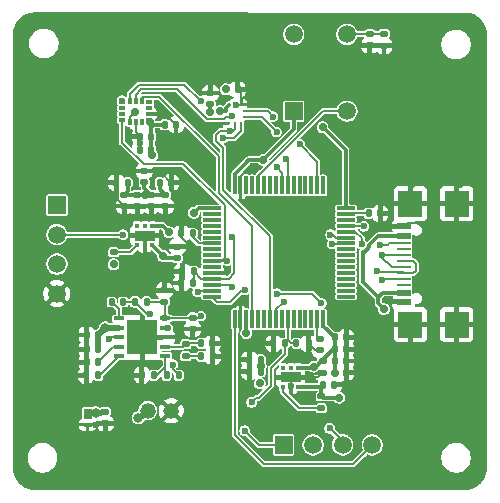
<source format=gbr>
%TF.GenerationSoftware,KiCad,Pcbnew,9.0.1*%
%TF.CreationDate,2025-04-28T02:05:13+08:00*%
%TF.ProjectId,Flight_Control,466c6967-6874-45f4-936f-6e74726f6c2e,rev?*%
%TF.SameCoordinates,Original*%
%TF.FileFunction,Copper,L1,Top*%
%TF.FilePolarity,Positive*%
%FSLAX46Y46*%
G04 Gerber Fmt 4.6, Leading zero omitted, Abs format (unit mm)*
G04 Created by KiCad (PCBNEW 9.0.1) date 2025-04-28 02:05:13*
%MOMM*%
%LPD*%
G01*
G04 APERTURE LIST*
G04 Aperture macros list*
%AMRoundRect*
0 Rectangle with rounded corners*
0 $1 Rounding radius*
0 $2 $3 $4 $5 $6 $7 $8 $9 X,Y pos of 4 corners*
0 Add a 4 corners polygon primitive as box body*
4,1,4,$2,$3,$4,$5,$6,$7,$8,$9,$2,$3,0*
0 Add four circle primitives for the rounded corners*
1,1,$1+$1,$2,$3*
1,1,$1+$1,$4,$5*
1,1,$1+$1,$6,$7*
1,1,$1+$1,$8,$9*
0 Add four rect primitives between the rounded corners*
20,1,$1+$1,$2,$3,$4,$5,0*
20,1,$1+$1,$4,$5,$6,$7,0*
20,1,$1+$1,$6,$7,$8,$9,0*
20,1,$1+$1,$8,$9,$2,$3,0*%
G04 Aperture macros list end*
%TA.AperFunction,ComponentPad*%
%ADD10C,1.320800*%
%TD*%
%TA.AperFunction,SMDPad,CuDef*%
%ADD11RoundRect,0.140000X0.140000X0.170000X-0.140000X0.170000X-0.140000X-0.170000X0.140000X-0.170000X0*%
%TD*%
%TA.AperFunction,SMDPad,CuDef*%
%ADD12RoundRect,0.140000X0.170000X-0.140000X0.170000X0.140000X-0.170000X0.140000X-0.170000X-0.140000X0*%
%TD*%
%TA.AperFunction,SMDPad,CuDef*%
%ADD13RoundRect,0.135000X0.135000X0.185000X-0.135000X0.185000X-0.135000X-0.185000X0.135000X-0.185000X0*%
%TD*%
%TA.AperFunction,SMDPad,CuDef*%
%ADD14RoundRect,0.140000X-0.140000X-0.170000X0.140000X-0.170000X0.140000X0.170000X-0.140000X0.170000X0*%
%TD*%
%TA.AperFunction,SMDPad,CuDef*%
%ADD15R,1.150000X0.500000*%
%TD*%
%TA.AperFunction,SMDPad,CuDef*%
%ADD16R,1.150000X0.250000*%
%TD*%
%TA.AperFunction,SMDPad,CuDef*%
%ADD17R,2.000000X2.180000*%
%TD*%
%TA.AperFunction,SMDPad,CuDef*%
%ADD18RoundRect,0.140000X-0.170000X0.140000X-0.170000X-0.140000X0.170000X-0.140000X0.170000X0.140000X0*%
%TD*%
%TA.AperFunction,SMDPad,CuDef*%
%ADD19RoundRect,0.135000X-0.185000X0.135000X-0.185000X-0.135000X0.185000X-0.135000X0.185000X0.135000X0*%
%TD*%
%TA.AperFunction,SMDPad,CuDef*%
%ADD20RoundRect,0.135000X0.185000X-0.135000X0.185000X0.135000X-0.185000X0.135000X-0.185000X-0.135000X0*%
%TD*%
%TA.AperFunction,SMDPad,CuDef*%
%ADD21R,0.370000X0.450000*%
%TD*%
%TA.AperFunction,SMDPad,CuDef*%
%ADD22R,0.370000X0.600000*%
%TD*%
%TA.AperFunction,SMDPad,CuDef*%
%ADD23R,1.670000X0.900000*%
%TD*%
%TA.AperFunction,SMDPad,CuDef*%
%ADD24R,0.279400X0.254000*%
%TD*%
%TA.AperFunction,SMDPad,CuDef*%
%ADD25R,0.254000X0.279400*%
%TD*%
%TA.AperFunction,ComponentPad*%
%ADD26R,1.498600X1.498600*%
%TD*%
%TA.AperFunction,ComponentPad*%
%ADD27C,1.498600*%
%TD*%
%TA.AperFunction,SMDPad,CuDef*%
%ADD28RoundRect,0.075000X-0.700000X-0.075000X0.700000X-0.075000X0.700000X0.075000X-0.700000X0.075000X0*%
%TD*%
%TA.AperFunction,SMDPad,CuDef*%
%ADD29RoundRect,0.075000X-0.075000X-0.700000X0.075000X-0.700000X0.075000X0.700000X-0.075000X0.700000X0*%
%TD*%
%TA.AperFunction,ComponentPad*%
%ADD30R,1.508000X1.508000*%
%TD*%
%TA.AperFunction,ComponentPad*%
%ADD31C,1.508000*%
%TD*%
%TA.AperFunction,SMDPad,CuDef*%
%ADD32R,0.533400X0.304800*%
%TD*%
%TA.AperFunction,SMDPad,CuDef*%
%ADD33R,0.304800X0.533400*%
%TD*%
%TA.AperFunction,SMDPad,CuDef*%
%ADD34RoundRect,0.135000X-0.135000X-0.185000X0.135000X-0.185000X0.135000X0.185000X-0.135000X0.185000X0*%
%TD*%
%TA.AperFunction,SMDPad,CuDef*%
%ADD35R,0.838200X0.355600*%
%TD*%
%TA.AperFunction,SMDPad,CuDef*%
%ADD36R,2.590800X2.997200*%
%TD*%
%TA.AperFunction,SMDPad,CuDef*%
%ADD37RoundRect,0.075000X-0.275000X0.390000X-0.275000X-0.390000X0.275000X-0.390000X0.275000X0.390000X0*%
%TD*%
%TA.AperFunction,SMDPad,CuDef*%
%ADD38RoundRect,0.075000X-0.275000X0.075000X-0.275000X-0.075000X0.275000X-0.075000X0.275000X0.075000X0*%
%TD*%
%TA.AperFunction,SMDPad,CuDef*%
%ADD39RoundRect,0.147500X-0.147500X-0.172500X0.147500X-0.172500X0.147500X0.172500X-0.147500X0.172500X0*%
%TD*%
%TA.AperFunction,ViaPad*%
%ADD40C,0.800000*%
%TD*%
%TA.AperFunction,ViaPad*%
%ADD41C,0.600000*%
%TD*%
%TA.AperFunction,ViaPad*%
%ADD42C,0.700000*%
%TD*%
%TA.AperFunction,Conductor*%
%ADD43C,0.200000*%
%TD*%
%TA.AperFunction,Conductor*%
%ADD44C,0.300000*%
%TD*%
%TA.AperFunction,Conductor*%
%ADD45C,0.500000*%
%TD*%
G04 APERTURE END LIST*
D10*
%TO.P,J3,2,-*%
%TO.N,GND*%
X147600001Y-128100000D03*
%TO.P,J3,1,+*%
%TO.N,+7.4V*%
X145600000Y-128100000D03*
%TD*%
D11*
%TO.P,C37,2*%
%TO.N,GND*%
X148520000Y-116300000D03*
%TO.P,C37,1*%
%TO.N,+3.3V MCU A*%
X149480000Y-116300000D03*
%TD*%
%TO.P,C24,1*%
%TO.N,+3.3V MCU*%
X155160000Y-123800000D03*
%TO.P,C24,2*%
%TO.N,GND*%
X154200000Y-123800000D03*
%TD*%
D12*
%TO.P,C20,1*%
%TO.N,Net-(U5-PWRGD)*%
X147000000Y-118880000D03*
%TO.P,C20,2*%
%TO.N,GND*%
X147000000Y-117920000D03*
%TD*%
D11*
%TO.P,C4,1*%
%TO.N,+3.3V P*%
X145900000Y-106000000D03*
%TO.P,C4,2*%
%TO.N,GND*%
X144940000Y-106000000D03*
%TD*%
D13*
%TO.P,R4,1*%
%TO.N,Net-(U5-RT_CLK)*%
X141410000Y-125100000D03*
%TO.P,R4,2*%
%TO.N,GND*%
X140390000Y-125100000D03*
%TD*%
D14*
%TO.P,C11,1*%
%TO.N,+3.3V P*%
X146620000Y-108800000D03*
%TO.P,C11,2*%
%TO.N,GND*%
X147580000Y-108800000D03*
%TD*%
D15*
%TO.P,J2,A1/B12,GND*%
%TO.N,GND*%
X167262500Y-118900000D03*
%TO.P,J2,A4/B9,VBUS*%
%TO.N,V_USB*%
X167262500Y-118100000D03*
D16*
%TO.P,J2,A5,CC1*%
%TO.N,Net-(J2-CC1)*%
X167262500Y-116950000D03*
%TO.P,J2,A6,DP1*%
%TO.N,D+*%
X167262500Y-115950000D03*
%TO.P,J2,A7,DN1*%
%TO.N,D-*%
X167262500Y-115450000D03*
%TO.P,J2,A8,SBU1*%
%TO.N,unconnected-(J2-SBU1-PadA8)*%
X167262500Y-114450000D03*
D15*
%TO.P,J2,B1/A12,GND*%
%TO.N,GND*%
X167262500Y-112500000D03*
%TO.P,J2,B4/A9,VBUS*%
%TO.N,V_USB*%
X167262500Y-113300000D03*
D16*
%TO.P,J2,B5,CC2*%
%TO.N,Net-(J2-CC2)*%
X167262500Y-113950000D03*
%TO.P,J2,B6,DP2*%
%TO.N,D+*%
X167262500Y-114950000D03*
%TO.P,J2,B7,DN2*%
%TO.N,D-*%
X167262500Y-116450000D03*
%TO.P,J2,B8,SBU2*%
%TO.N,unconnected-(J2-SBU2-PadB8)*%
X167262500Y-117450000D03*
D17*
%TO.P,J2,S1,GND*%
%TO.N,GND*%
X167837500Y-120810000D03*
%TO.P,J2,S2,GND*%
X167837500Y-110590000D03*
%TO.P,J2,S3,GND*%
X171767500Y-120810000D03*
%TO.P,J2,S4,GND*%
X171767500Y-110590000D03*
%TD*%
D18*
%TO.P,C1,1*%
%TO.N,GND*%
X150900000Y-101200000D03*
%TO.P,C1,2*%
%TO.N,+3.3V P*%
X150900000Y-102160000D03*
%TD*%
D11*
%TO.P,C35,1*%
%TO.N,+3.3V P*%
X143900000Y-108800000D03*
%TO.P,C35,2*%
%TO.N,GND*%
X142940000Y-108800000D03*
%TD*%
D18*
%TO.P,C32,1*%
%TO.N,+3.3V MCU*%
X160400000Y-123920000D03*
%TO.P,C32,2*%
%TO.N,GND*%
X160400000Y-124880000D03*
%TD*%
D19*
%TO.P,R10,1*%
%TO.N,Net-(U5-COMP)*%
X148800000Y-122490000D03*
%TO.P,R10,2*%
%TO.N,Net-(C19-Pad1)*%
X148800000Y-123510000D03*
%TD*%
D12*
%TO.P,C26,1*%
%TO.N,+5V*%
X148100000Y-115180000D03*
%TO.P,C26,2*%
%TO.N,GND*%
X148100000Y-114220000D03*
%TD*%
D11*
%TO.P,C14,1*%
%TO.N,+7.4V*%
X141380000Y-121700000D03*
%TO.P,C14,2*%
%TO.N,GND*%
X140420000Y-121700000D03*
%TD*%
D20*
%TO.P,R13,1*%
%TO.N,Net-(IC1-EN)*%
X160300000Y-127910000D03*
%TO.P,R13,2*%
%TO.N,+5V MCU*%
X160300000Y-126890000D03*
%TD*%
D21*
%TO.P,IC2,1,EN*%
%TO.N,Net-(IC2-EN)*%
X144700000Y-114100000D03*
D22*
%TO.P,IC2,2,GND*%
%TO.N,GND*%
X145350000Y-114025000D03*
D21*
%TO.P,IC2,3,IN*%
%TO.N,+5V*%
X146000000Y-114100000D03*
%TO.P,IC2,4,OUT*%
%TO.N,+3.3V P*%
X146000000Y-112450000D03*
%TO.P,IC2,5,NC_1*%
%TO.N,unconnected-(IC2-NC_1-Pad5)*%
X145350000Y-112450000D03*
%TO.P,IC2,6,NC_2*%
%TO.N,unconnected-(IC2-NC_2-Pad6)*%
X144700000Y-112450000D03*
D23*
%TO.P,IC2,7,EP*%
%TO.N,GND*%
X145350000Y-113275000D03*
%TD*%
D24*
%TO.P,U2,1,VDDIO*%
%TO.N,+3.3V P*%
X152212600Y-102750000D03*
%TO.P,U2,2,SCK*%
%TO.N,SCK*%
X152212600Y-103250000D03*
D25*
%TO.P,U2,3,VSS*%
%TO.N,GND*%
X152500001Y-103787400D03*
%TO.P,U2,4,SDI*%
%TO.N,SDI*%
X153000000Y-103787400D03*
%TO.P,U2,5,SDO*%
%TO.N,SDO*%
X153499999Y-103787400D03*
D24*
%TO.P,U2,6,CSB*%
%TO.N,CSB*%
X153787400Y-103250000D03*
%TO.P,U2,7,INT*%
%TO.N,INTB*%
X153787400Y-102750000D03*
D25*
%TO.P,U2,8,VSS*%
%TO.N,GND*%
X153499999Y-102212600D03*
%TO.P,U2,9,VSS*%
X153000000Y-102212600D03*
%TO.P,U2,10,VDD*%
%TO.N,+3.3V P*%
X152500001Y-102212600D03*
%TD*%
D26*
%TO.P,SW1,1,1*%
%TO.N,+3.3V MCU*%
X157960599Y-102750001D03*
D27*
%TO.P,SW1,2,2*%
%TO.N,unconnected-(SW1-Pad2)*%
X157960599Y-96250000D03*
%TO.P,SW1,3,3*%
%TO.N,BOOT*%
X162460600Y-102750001D03*
%TO.P,SW1,4,4*%
%TO.N,Net-(C23-Pad1)*%
X162460600Y-96250000D03*
%TD*%
D18*
%TO.P,C12,1*%
%TO.N,+3.3V P*%
X145900000Y-109820000D03*
%TO.P,C12,2*%
%TO.N,GND*%
X145900000Y-110780000D03*
%TD*%
D14*
%TO.P,C25,1*%
%TO.N,+5V MCU*%
X160420000Y-125900000D03*
%TO.P,C25,2*%
%TO.N,GND*%
X161380000Y-125900000D03*
%TD*%
%TO.P,C3,1*%
%TO.N,+3.3V P*%
X147040000Y-103900000D03*
%TO.P,C3,2*%
%TO.N,GND*%
X148000000Y-103900000D03*
%TD*%
D19*
%TO.P,R14,1*%
%TO.N,Net-(C23-Pad1)*%
X165600000Y-96190000D03*
%TO.P,R14,2*%
%TO.N,GND*%
X165600000Y-97210000D03*
%TD*%
D14*
%TO.P,C33,1*%
%TO.N,+3.3V MCU*%
X161440000Y-122900000D03*
%TO.P,C33,2*%
%TO.N,GND*%
X162400000Y-122900000D03*
%TD*%
%TO.P,C30,1*%
%TO.N,Net-(U1-VCAP_2)*%
X164320000Y-111400000D03*
%TO.P,C30,2*%
%TO.N,GND*%
X165280000Y-111400000D03*
%TD*%
%TO.P,C21,1*%
%TO.N,Net-(U5-COMP)*%
X150120000Y-122400000D03*
%TO.P,C21,2*%
%TO.N,GND*%
X151080000Y-122400000D03*
%TD*%
D18*
%TO.P,C29,1*%
%TO.N,Net-(U1-VCAP_1)*%
X160200000Y-122020000D03*
%TO.P,C29,2*%
%TO.N,GND*%
X160200000Y-122980000D03*
%TD*%
D28*
%TO.P,U1,1,VBAT*%
%TO.N,+3.3V MCU*%
X151025000Y-110950000D03*
%TO.P,U1,2,PC13*%
%TO.N,unconnected-(U1-PC13-Pad2)*%
X151025000Y-111450000D03*
%TO.P,U1,3,PC14*%
%TO.N,unconnected-(U1-PC14-Pad3)*%
X151025000Y-111950000D03*
%TO.P,U1,4,PC15*%
%TO.N,unconnected-(U1-PC15-Pad4)*%
X151025000Y-112450000D03*
%TO.P,U1,5,PH0*%
%TO.N,unconnected-(U1-PH0-Pad5)*%
X151025000Y-112950000D03*
%TO.P,U1,6,PH1*%
%TO.N,unconnected-(U1-PH1-Pad6)*%
X151025000Y-113450000D03*
%TO.P,U1,7,NRST*%
%TO.N,Net-(U1-NRST)*%
X151025000Y-113950000D03*
%TO.P,U1,8,PC0*%
%TO.N,unconnected-(U1-PC0-Pad8)*%
X151025000Y-114450000D03*
%TO.P,U1,9,PC1*%
%TO.N,unconnected-(U1-PC1-Pad9)*%
X151025000Y-114950000D03*
%TO.P,U1,10,PC2*%
%TO.N,INT_IMU*%
X151025000Y-115450000D03*
%TO.P,U1,11,PC3*%
%TO.N,unconnected-(U1-PC3-Pad11)*%
X151025000Y-115950000D03*
%TO.P,U1,12,VSSA*%
%TO.N,GND*%
X151025000Y-116450000D03*
%TO.P,U1,13,VDDA*%
%TO.N,+3.3V MCU A*%
X151025000Y-116950000D03*
%TO.P,U1,14,PA0*%
%TO.N,M1*%
X151025000Y-117450000D03*
%TO.P,U1,15,PA1*%
%TO.N,M2*%
X151025000Y-117950000D03*
%TO.P,U1,16,PA2*%
%TO.N,M3*%
X151025000Y-118450000D03*
D29*
%TO.P,U1,17,PA3*%
%TO.N,M4*%
X152950000Y-120375000D03*
%TO.P,U1,18,VSS*%
%TO.N,GND*%
X153450000Y-120375000D03*
%TO.P,U1,19,VDD*%
%TO.N,+3.3V MCU*%
X153950000Y-120375000D03*
%TO.P,U1,20,PA4*%
%TO.N,CS_IMU*%
X154450000Y-120375000D03*
%TO.P,U1,21,PA5*%
%TO.N,unconnected-(U1-PA5-Pad21)*%
X154950000Y-120375000D03*
%TO.P,U1,22,PA6*%
%TO.N,unconnected-(U1-PA6-Pad22)*%
X155450000Y-120375000D03*
%TO.P,U1,23,PA7*%
%TO.N,SDI*%
X155950000Y-120375000D03*
%TO.P,U1,24,PC4*%
%TO.N,INTB*%
X156450000Y-120375000D03*
%TO.P,U1,25,PC5*%
%TO.N,unconnected-(U1-PC5-Pad25)*%
X156950000Y-120375000D03*
%TO.P,U1,26,PB0*%
%TO.N,ADC_BAT*%
X157450000Y-120375000D03*
%TO.P,U1,27,PB1*%
%TO.N,unconnected-(U1-PB1-Pad27)*%
X157950000Y-120375000D03*
%TO.P,U1,28,PB2*%
%TO.N,unconnected-(U1-PB2-Pad28)*%
X158450000Y-120375000D03*
%TO.P,U1,29,PB10*%
%TO.N,unconnected-(U1-PB10-Pad29)*%
X158950000Y-120375000D03*
%TO.P,U1,30,PB11*%
%TO.N,unconnected-(U1-PB11-Pad30)*%
X159450000Y-120375000D03*
%TO.P,U1,31,VCAP_1*%
%TO.N,Net-(U1-VCAP_1)*%
X159950000Y-120375000D03*
%TO.P,U1,32,VDD*%
%TO.N,+3.3V MCU*%
X160450000Y-120375000D03*
D28*
%TO.P,U1,33,PB12*%
%TO.N,unconnected-(U1-PB12-Pad33)*%
X162375000Y-118450000D03*
%TO.P,U1,34,PB13*%
%TO.N,unconnected-(U1-PB13-Pad34)*%
X162375000Y-117950000D03*
%TO.P,U1,35,PB14*%
%TO.N,unconnected-(U1-PB14-Pad35)*%
X162375000Y-117450000D03*
%TO.P,U1,36,PB15*%
%TO.N,unconnected-(U1-PB15-Pad36)*%
X162375000Y-116950000D03*
%TO.P,U1,37,PC6*%
%TO.N,unconnected-(U1-PC6-Pad37)*%
X162375000Y-116450000D03*
%TO.P,U1,38,PC7*%
%TO.N,unconnected-(U1-PC7-Pad38)*%
X162375000Y-115950000D03*
%TO.P,U1,39,PC8*%
%TO.N,unconnected-(U1-PC8-Pad39)*%
X162375000Y-115450000D03*
%TO.P,U1,40,PC9*%
%TO.N,unconnected-(U1-PC9-Pad40)*%
X162375000Y-114950000D03*
%TO.P,U1,41,PA8*%
%TO.N,unconnected-(U1-PA8-Pad41)*%
X162375000Y-114450000D03*
%TO.P,U1,42,PA9*%
%TO.N,RX_Rad*%
X162375000Y-113950000D03*
%TO.P,U1,43,PA10*%
%TO.N,TX_Rad*%
X162375000Y-113450000D03*
%TO.P,U1,44,PA11*%
%TO.N,USB_DM*%
X162375000Y-112950000D03*
%TO.P,U1,45,PA12*%
%TO.N,USB_DP*%
X162375000Y-112450000D03*
%TO.P,U1,46,PA13*%
%TO.N,unconnected-(U1-PA13-Pad46)*%
X162375000Y-111950000D03*
%TO.P,U1,47,VCAP_2*%
%TO.N,Net-(U1-VCAP_2)*%
X162375000Y-111450000D03*
%TO.P,U1,48,VDD*%
%TO.N,+3.3V MCU*%
X162375000Y-110950000D03*
D29*
%TO.P,U1,49,PA14*%
%TO.N,unconnected-(U1-PA14-Pad49)*%
X160450000Y-109025000D03*
%TO.P,U1,50,PA15*%
%TO.N,CSB*%
X159950000Y-109025000D03*
%TO.P,U1,51,PC10*%
%TO.N,unconnected-(U1-PC10-Pad51)*%
X159450000Y-109025000D03*
%TO.P,U1,52,PC11*%
%TO.N,unconnected-(U1-PC11-Pad52)*%
X158950000Y-109025000D03*
%TO.P,U1,53,PC12*%
%TO.N,unconnected-(U1-PC12-Pad53)*%
X158450000Y-109025000D03*
%TO.P,U1,54,PD2*%
%TO.N,unconnected-(U1-PD2-Pad54)*%
X157950000Y-109025000D03*
%TO.P,U1,55,PB3*%
%TO.N,SCK*%
X157450000Y-109025000D03*
%TO.P,U1,56,PB4*%
%TO.N,SDO*%
X156950000Y-109025000D03*
%TO.P,U1,57,PB5*%
%TO.N,unconnected-(U1-PB5-Pad57)*%
X156450000Y-109025000D03*
%TO.P,U1,58,PB6*%
%TO.N,unconnected-(U1-PB6-Pad58)*%
X155950000Y-109025000D03*
%TO.P,U1,59,PB7*%
%TO.N,unconnected-(U1-PB7-Pad59)*%
X155450000Y-109025000D03*
%TO.P,U1,60,BOOT0*%
%TO.N,BOOT*%
X154950000Y-109025000D03*
%TO.P,U1,61,PB8*%
%TO.N,unconnected-(U1-PB8-Pad61)*%
X154450000Y-109025000D03*
%TO.P,U1,62,PB9*%
%TO.N,unconnected-(U1-PB9-Pad62)*%
X153950000Y-109025000D03*
%TO.P,U1,63,VSS*%
%TO.N,GND*%
X153450000Y-109025000D03*
%TO.P,U1,64,VDD*%
%TO.N,+3.3V MCU*%
X152950000Y-109025000D03*
%TD*%
D14*
%TO.P,C7,1*%
%TO.N,+3.3V MCU*%
X161440000Y-123900000D03*
%TO.P,C7,2*%
%TO.N,GND*%
X162400000Y-123900000D03*
%TD*%
D18*
%TO.P,C18,1*%
%TO.N,Net-(U5-PWRGD)*%
X149400000Y-120220000D03*
%TO.P,C18,2*%
%TO.N,GND*%
X149400000Y-121180000D03*
%TD*%
%TO.P,C22,1*%
%TO.N,+7.4V*%
X142000000Y-128220000D03*
%TO.P,C22,2*%
%TO.N,GND*%
X142000000Y-129180000D03*
%TD*%
D11*
%TO.P,C28,1*%
%TO.N,Net-(U1-NRST)*%
X149400000Y-113100000D03*
%TO.P,C28,2*%
%TO.N,GND*%
X148440000Y-113100000D03*
%TD*%
%TO.P,C31,1*%
%TO.N,ADC_BAT*%
X157200000Y-122400000D03*
%TO.P,C31,2*%
%TO.N,GND*%
X156240000Y-122400000D03*
%TD*%
D18*
%TO.P,C34,1*%
%TO.N,+3.3V P*%
X147100000Y-109820000D03*
%TO.P,C34,2*%
%TO.N,GND*%
X147100000Y-110780000D03*
%TD*%
D30*
%TO.P,J1,1,1*%
%TO.N,TX_Rad*%
X137900000Y-110700000D03*
D31*
%TO.P,J1,2,2*%
%TO.N,RX_Rad*%
X137900000Y-113200000D03*
%TO.P,J1,3,3*%
%TO.N,+5V*%
X137900000Y-115700000D03*
%TO.P,J1,4,4*%
%TO.N,GND*%
X137900000Y-118200000D03*
%TD*%
D14*
%TO.P,C6,1*%
%TO.N,+3.3V MCU*%
X161440000Y-121900000D03*
%TO.P,C6,2*%
%TO.N,GND*%
X162400000Y-121900000D03*
%TD*%
D13*
%TO.P,R8,1*%
%TO.N,Net-(R5-Pad2)*%
X148210000Y-125110000D03*
%TO.P,R8,2*%
%TO.N,Net-(U5-FB)*%
X147190000Y-125110000D03*
%TD*%
D18*
%TO.P,C23,1*%
%TO.N,Net-(C23-Pad1)*%
X164400000Y-96220000D03*
%TO.P,C23,2*%
%TO.N,GND*%
X164400000Y-97180000D03*
%TD*%
D11*
%TO.P,C36,1*%
%TO.N,+3.3V MCU A*%
X149400000Y-117300000D03*
%TO.P,C36,2*%
%TO.N,GND*%
X148440000Y-117300000D03*
%TD*%
D30*
%TO.P,J4,1,1*%
%TO.N,M1*%
X157100000Y-131000000D03*
D31*
%TO.P,J4,2,2*%
%TO.N,M2*%
X159600000Y-131000000D03*
%TO.P,J4,3,3*%
%TO.N,M3*%
X162100000Y-131000000D03*
%TO.P,J4,4,4*%
%TO.N,M4*%
X164600000Y-131000000D03*
%TD*%
D21*
%TO.P,IC1,1,EN*%
%TO.N,Net-(IC1-EN)*%
X157050000Y-126100000D03*
D22*
%TO.P,IC1,2,GND*%
%TO.N,GND*%
X157700000Y-126025000D03*
D21*
%TO.P,IC1,3,IN*%
%TO.N,+5V MCU*%
X158350000Y-126100000D03*
%TO.P,IC1,4,OUT*%
%TO.N,+3.3V MCU*%
X158350000Y-124450000D03*
%TO.P,IC1,5,NC_1*%
%TO.N,unconnected-(IC1-NC_1-Pad5)*%
X157700000Y-124450000D03*
%TO.P,IC1,6,NC_2*%
%TO.N,unconnected-(IC1-NC_2-Pad6)*%
X157050000Y-124450000D03*
D23*
%TO.P,IC1,7,EP*%
%TO.N,GND*%
X157700000Y-125275000D03*
%TD*%
D14*
%TO.P,C17,1*%
%TO.N,Net-(U5-BOOT)*%
X142540000Y-118900000D03*
%TO.P,C17,2*%
%TO.N,Net-(D1-K)*%
X143500000Y-118900000D03*
%TD*%
D32*
%TO.P,U3,1,AP_SDO/AP_AD0*%
%TO.N,SDO*%
X143439400Y-101999999D03*
%TO.P,U3,2,RESV*%
%TO.N,unconnected-(U3-RESV-Pad2)*%
X143439400Y-102500000D03*
%TO.P,U3,3,RESV*%
%TO.N,unconnected-(U3-RESV-Pad3)*%
X143439400Y-103000000D03*
%TO.P,U3,4,INT1/INT*%
%TO.N,INT_IMU*%
X143439400Y-103500001D03*
D33*
%TO.P,U3,5,VDDIO*%
%TO.N,+3.3V P*%
X144069701Y-103639000D03*
%TO.P,U3,6,GND*%
%TO.N,GND*%
X144569700Y-103639000D03*
%TO.P,U3,7,RESV*%
%TO.N,unconnected-(U3-RESV-Pad7)*%
X145069699Y-103639000D03*
D32*
%TO.P,U3,8,VDD*%
%TO.N,+3.3V P*%
X145700000Y-103500001D03*
%TO.P,U3,9,INT2/FSYNC/CLKIN*%
%TO.N,GND*%
X145700000Y-103000000D03*
%TO.P,U3,10,RESV*%
%TO.N,unconnected-(U3-RESV-Pad10)*%
X145700000Y-102500000D03*
%TO.P,U3,11,RESV*%
%TO.N,unconnected-(U3-RESV-Pad11)*%
X145700000Y-101999999D03*
D33*
%TO.P,U3,12,AP_CS*%
%TO.N,CS_IMU*%
X145069699Y-101861000D03*
%TO.P,U3,13,AP_SCL/AP_SCLK*%
%TO.N,SCK*%
X144569700Y-101861000D03*
%TO.P,U3,14,AP_SDA/AP_SDIO/AP_SDI*%
%TO.N,SDI*%
X144069701Y-101861000D03*
%TD*%
D18*
%TO.P,C13,1*%
%TO.N,+3.3V P*%
X144700000Y-109840000D03*
%TO.P,C13,2*%
%TO.N,GND*%
X144700000Y-110800000D03*
%TD*%
D34*
%TO.P,R12,1*%
%TO.N,ADC_BAT*%
X158190000Y-122400000D03*
%TO.P,R12,2*%
%TO.N,GND*%
X159210000Y-122400000D03*
%TD*%
D11*
%TO.P,C8,1*%
%TO.N,+3.3V MCU*%
X155160000Y-124800000D03*
%TO.P,C8,2*%
%TO.N,GND*%
X154200000Y-124800000D03*
%TD*%
D12*
%TO.P,C10,1*%
%TO.N,+3.3V P*%
X145300000Y-108780000D03*
%TO.P,C10,2*%
%TO.N,GND*%
X145300000Y-107820000D03*
%TD*%
D14*
%TO.P,C2,1*%
%TO.N,+3.3V P*%
X152240000Y-100900000D03*
%TO.P,C2,2*%
%TO.N,GND*%
X153200000Y-100900000D03*
%TD*%
D18*
%TO.P,C27,1*%
%TO.N,+3.3V P*%
X143600000Y-109820000D03*
%TO.P,C27,2*%
%TO.N,GND*%
X143600000Y-110780000D03*
%TD*%
D11*
%TO.P,C15,1*%
%TO.N,+7.4V*%
X141380000Y-122900000D03*
%TO.P,C15,2*%
%TO.N,GND*%
X140420000Y-122900000D03*
%TD*%
D35*
%TO.P,U5,1,BOOT*%
%TO.N,Net-(U5-BOOT)*%
X143150000Y-120300000D03*
%TO.P,U5,2,VIN*%
%TO.N,+7.4V*%
X143150000Y-121100001D03*
%TO.P,U5,3,EN*%
%TO.N,Net-(U5-EN)*%
X143150000Y-121899999D03*
%TO.P,U5,4,SS_TR*%
%TO.N,Net-(U5-SS_TR)*%
X143150000Y-122700000D03*
%TO.P,U5,5,RT_CLK*%
%TO.N,Net-(U5-RT_CLK)*%
X143150000Y-123499998D03*
%TO.P,U5,6,FB*%
%TO.N,Net-(U5-FB)*%
X147100000Y-123499998D03*
%TO.P,U5,7,COMP*%
%TO.N,Net-(U5-COMP)*%
X147100000Y-122699997D03*
%TO.P,U5,8,GND*%
%TO.N,GND*%
X147100000Y-121899999D03*
%TO.P,U5,9,SW*%
%TO.N,Net-(D1-K)*%
X147100000Y-121099998D03*
%TO.P,U5,10,PWRGD*%
%TO.N,Net-(U5-PWRGD)*%
X147100000Y-120300000D03*
D36*
%TO.P,U5,11,PAD*%
%TO.N,GND*%
X145125000Y-121899999D03*
%TD*%
D14*
%TO.P,C9,1*%
%TO.N,+3.3V MCU*%
X161440000Y-124900000D03*
%TO.P,C9,2*%
%TO.N,GND*%
X162400000Y-124900000D03*
%TD*%
D37*
%TO.P,D5,1,K*%
%TO.N,+7.4V*%
X140500000Y-128400000D03*
D38*
%TO.P,D5,2,A*%
%TO.N,GND*%
X140500000Y-129285000D03*
%TD*%
D13*
%TO.P,R9,1*%
%TO.N,Net-(U5-FB)*%
X146110000Y-125100000D03*
%TO.P,R9,2*%
%TO.N,GND*%
X145090000Y-125100000D03*
%TD*%
D11*
%TO.P,C16,1*%
%TO.N,Net-(U5-SS_TR)*%
X141380000Y-124000000D03*
%TO.P,C16,2*%
%TO.N,GND*%
X140420000Y-124000000D03*
%TD*%
D14*
%TO.P,C19,1*%
%TO.N,Net-(C19-Pad1)*%
X150140000Y-123500000D03*
%TO.P,C19,2*%
%TO.N,GND*%
X151100000Y-123500000D03*
%TD*%
D19*
%TO.P,R15,1*%
%TO.N,Net-(IC2-EN)*%
X142700000Y-114690000D03*
%TO.P,R15,2*%
%TO.N,+5V*%
X142700000Y-115710000D03*
%TD*%
D39*
%TO.P,L1,1,1*%
%TO.N,Net-(D1-K)*%
X144530000Y-118900000D03*
%TO.P,L1,2,2*%
%TO.N,Net-(U5-PWRGD)*%
X145500000Y-118900000D03*
%TD*%
D11*
%TO.P,C5,1*%
%TO.N,+3.3V P*%
X145900000Y-104900000D03*
%TO.P,C5,2*%
%TO.N,GND*%
X144940000Y-104900000D03*
%TD*%
D40*
%TO.N,+7.4V*%
X141979999Y-121100001D03*
D41*
%TO.N,GND*%
X152309785Y-116304309D03*
X171400000Y-121300000D03*
X172300000Y-121300000D03*
X172300000Y-120400000D03*
X171400000Y-120400000D03*
X167400000Y-121300000D03*
X168400000Y-121300000D03*
X168300000Y-120300000D03*
X167300000Y-120300000D03*
X171400000Y-111100000D03*
X172400000Y-111100000D03*
X172400000Y-110000000D03*
X171300000Y-110000000D03*
X168300000Y-111000000D03*
X167300000Y-111000000D03*
X168300000Y-109900000D03*
X167300000Y-109900000D03*
X153000000Y-131000000D03*
X151000000Y-129000000D03*
X151000000Y-131000000D03*
X156000000Y-100000000D03*
X156000000Y-98000000D03*
X156000000Y-96000000D03*
X154000000Y-98000000D03*
X154000000Y-96000000D03*
X152000000Y-96000000D03*
X152000000Y-98000000D03*
X150000000Y-98000000D03*
X150000000Y-96000000D03*
X148000000Y-96000000D03*
X148000000Y-98000000D03*
X146000000Y-98000000D03*
X146000000Y-96000000D03*
X144000000Y-96000000D03*
X144000000Y-98000000D03*
X142000000Y-98000000D03*
X142000000Y-96000000D03*
X140000000Y-96000000D03*
X140000000Y-98000000D03*
X136000000Y-100000000D03*
X138000000Y-100000000D03*
X140000000Y-100000000D03*
X140000000Y-102000000D03*
X138000000Y-102000000D03*
X136000000Y-102000000D03*
X136000000Y-104000000D03*
X138000000Y-104000000D03*
X140000000Y-104000000D03*
X140000000Y-106000000D03*
X140000000Y-108000000D03*
X138000000Y-108000000D03*
X138000000Y-106000000D03*
X136000000Y-106000000D03*
X136000000Y-108000000D03*
X138000000Y-121000000D03*
X136000000Y-121000000D03*
X136000000Y-123000000D03*
X138000000Y-123000000D03*
X138000000Y-125000000D03*
X136000000Y-125000000D03*
X136000000Y-127000000D03*
X138000000Y-127000000D03*
X138000000Y-129000000D03*
X136000000Y-129000000D03*
X168000000Y-97000000D03*
X168000000Y-99000000D03*
X166000000Y-99000000D03*
X164000000Y-99000000D03*
X164000000Y-101000000D03*
X166000000Y-101000000D03*
X168000000Y-101000000D03*
X170000000Y-101000000D03*
X172000000Y-101000000D03*
X172000000Y-103000000D03*
X170000000Y-103000000D03*
X168000000Y-103000000D03*
X166000000Y-103000000D03*
X164000000Y-103000000D03*
X164000000Y-105000000D03*
X166000000Y-105000000D03*
X168000000Y-105000000D03*
X170000000Y-105000000D03*
X172000000Y-105000000D03*
X172000000Y-107000000D03*
X170000000Y-107000000D03*
X168000000Y-107000000D03*
X166000000Y-107000000D03*
X164000000Y-107000000D03*
X164000000Y-109000000D03*
X166000000Y-109000000D03*
X168000000Y-109000000D03*
X172000000Y-109000000D03*
X170000000Y-109000000D03*
X170000000Y-111000000D03*
X170000000Y-113000000D03*
X172000000Y-113000000D03*
X172000000Y-117000000D03*
X172000000Y-115000000D03*
X170000000Y-119000000D03*
X172000000Y-119000000D03*
X166000000Y-121000000D03*
X166000000Y-123000000D03*
X168000000Y-123000000D03*
X170000000Y-123000000D03*
X172000000Y-123000000D03*
X172000000Y-125000000D03*
X170000000Y-125000000D03*
X168000000Y-125000000D03*
X166000000Y-125000000D03*
X166000000Y-127000000D03*
X168000000Y-127000000D03*
X170000000Y-127000000D03*
X172000000Y-127000000D03*
X172000000Y-129000000D03*
X170000000Y-129000000D03*
X168000000Y-129000000D03*
X168000000Y-131000000D03*
X168000000Y-133000000D03*
X153000000Y-133000000D03*
X151000000Y-133000000D03*
X142000000Y-133000000D03*
X140000000Y-133000000D03*
X157700000Y-126000000D03*
X166115762Y-118750000D03*
%TO.N,D-*%
X165000000Y-116300000D03*
%TO.N,GND*%
X150625735Y-104674265D03*
X157100000Y-125300000D03*
X157700000Y-125300000D03*
X158300000Y-125275000D03*
D42*
%TO.N,+3.3V MCU*%
X161440000Y-124900000D03*
D41*
%TO.N,GND*%
X161380000Y-125900000D03*
X159249000Y-122900000D03*
%TO.N,M2*%
X149818506Y-118048954D03*
%TO.N,M3*%
X153850000Y-117901472D03*
X156550000Y-118200000D03*
X160300000Y-119000000D03*
X161000000Y-129600000D03*
%TO.N,INTB*%
X157100000Y-118900000D03*
%TO.N,M1*%
X152700000Y-117600000D03*
X153800000Y-129800000D03*
%TO.N,+3.3V MCU A*%
X152701000Y-113400000D03*
%TO.N,GND*%
X168337502Y-114350000D03*
D42*
%TO.N,+3.3V P*%
X147400000Y-112990000D03*
%TO.N,+5V MCU*%
X155085880Y-125794880D03*
D41*
%TO.N,Net-(D1-K)*%
X147300000Y-121124266D03*
X145800000Y-119901397D03*
%TO.N,Net-(U5-PWRGD)*%
X147100000Y-120300000D03*
X150100000Y-120100000D03*
%TO.N,Net-(R5-Pad2)*%
X147700000Y-124200000D03*
%TO.N,Net-(U5-EN)*%
X142300000Y-122000000D03*
%TO.N,GND*%
X147100000Y-103000000D03*
X153100001Y-102212600D03*
%TO.N,INTB*%
X156200000Y-103200000D03*
%TO.N,CSB*%
X156500000Y-104500000D03*
X158457353Y-105557353D03*
%TO.N,SCK*%
X152764816Y-103159545D03*
X157300000Y-106800000D03*
%TO.N,SDO*%
X156507353Y-107507353D03*
X151993711Y-105020244D03*
X143417299Y-101847598D03*
%TO.N,SDI*%
X152530541Y-104427102D03*
X150100000Y-101900000D03*
D42*
%TO.N,+3.3V P*%
X145772101Y-103702402D03*
X144500000Y-102822298D03*
D41*
%TO.N,GND*%
X144940000Y-105400000D03*
X142805309Y-110100000D03*
X146690000Y-107910000D03*
X145700000Y-113200000D03*
X144900000Y-113200000D03*
X141200000Y-129285000D03*
D42*
%TO.N,+3.3V MCU*%
X149500000Y-111350000D03*
X155373468Y-106873468D03*
X155373468Y-106873468D03*
X160400000Y-104100000D03*
D41*
%TO.N,INT_IMU*%
X152300000Y-115400000D03*
D42*
%TO.N,+3.3V P*%
X145400000Y-109820000D03*
D41*
%TO.N,TX_Rad*%
X161068480Y-113210883D03*
%TO.N,RX_Rad*%
X161200000Y-114000000D03*
X143500000Y-113200000D03*
D42*
%TO.N,+5V*%
X142700000Y-115700000D03*
X146900000Y-115000000D03*
D41*
%TO.N,ADC_BAT*%
X154400000Y-127400000D03*
D42*
%TO.N,+3.3V MCU*%
X159642908Y-124376678D03*
%TO.N,+5V MCU*%
X161800000Y-127000000D03*
%TO.N,+3.3V MCU*%
X155160000Y-124300000D03*
X153950051Y-121535213D03*
D40*
%TO.N,+7.4V*%
X144800000Y-128700000D03*
X141200000Y-128300000D03*
D42*
%TO.N,+3.3V P*%
X146000000Y-106500000D03*
X151717940Y-102702875D03*
X150900000Y-102800000D03*
X152200000Y-100900000D03*
D41*
%TO.N,D+*%
X165462265Y-114913735D03*
D42*
%TO.N,V_USB*%
X165600000Y-119500000D03*
D41*
%TO.N,USB_DM*%
X163700000Y-114000000D03*
%TO.N,USB_DP*%
X163900000Y-112500000D03*
%TO.N,Net-(J2-CC2)*%
X165236722Y-114080006D03*
%TO.N,Net-(J2-CC1)*%
X165400000Y-117000000D03*
%TD*%
D43*
%TO.N,GND*%
X158275000Y-125300000D02*
X158300000Y-125275000D01*
X157100000Y-125300000D02*
X158275000Y-125300000D01*
X157700000Y-126025000D02*
X157700000Y-125300000D01*
X148440000Y-113440000D02*
X149000000Y-114000000D01*
X148440000Y-113100000D02*
X148440000Y-113440000D01*
X153450000Y-108286888D02*
X154203338Y-107533551D01*
X153450000Y-109025000D02*
X153450000Y-108286888D01*
X169234000Y-112234000D02*
X170000000Y-113000000D01*
X167528500Y-112234000D02*
X169234000Y-112234000D01*
X167262500Y-112500000D02*
X167528500Y-112234000D01*
X167262500Y-111165000D02*
X167837500Y-110590000D01*
D44*
%TO.N,+3.3V MCU*%
X154000000Y-107050000D02*
X152950000Y-108100000D01*
X152950000Y-108100000D02*
X152950000Y-109025000D01*
X154126532Y-106873468D02*
X154000000Y-107000000D01*
X154000000Y-107000000D02*
X154000000Y-107050000D01*
X155373468Y-106873468D02*
X154126532Y-106873468D01*
D43*
%TO.N,GND*%
X145350000Y-114025000D02*
X145350000Y-113275000D01*
%TO.N,ADC_BAT*%
X154800000Y-127000000D02*
X154400000Y-127400000D01*
X156000000Y-126000000D02*
X155000000Y-127000000D01*
X156000000Y-124500000D02*
X156000000Y-126000000D01*
X157200000Y-123300000D02*
X156000000Y-124500000D01*
X157200000Y-122400000D02*
X157200000Y-123300000D01*
X155000000Y-127000000D02*
X154800000Y-127000000D01*
%TO.N,GND*%
X152164094Y-116450000D02*
X152309785Y-116304309D01*
X151025000Y-116450000D02*
X152164094Y-116450000D01*
%TO.N,+3.3V MCU A*%
X152441912Y-116950000D02*
X151025000Y-116950000D01*
X152901000Y-113600000D02*
X152901000Y-116490912D01*
X152901000Y-116490912D02*
X152441912Y-116950000D01*
X152701000Y-113400000D02*
X152901000Y-113600000D01*
%TO.N,GND*%
X153499999Y-101199999D02*
X153200000Y-100900000D01*
X153499999Y-102212600D02*
X153499999Y-101199999D01*
X167262500Y-112500000D02*
X167300000Y-112500000D01*
%TO.N,Net-(J2-CC2)*%
X165920849Y-114080006D02*
X166050855Y-113950000D01*
X165236722Y-114080006D02*
X165920849Y-114080006D01*
X166050855Y-113950000D02*
X167262500Y-113950000D01*
%TO.N,GND*%
X157700000Y-126025000D02*
X157700000Y-126000000D01*
D45*
%TO.N,+7.4V*%
X145600000Y-128100000D02*
X145600000Y-128104900D01*
X145022300Y-128682600D02*
X144817400Y-128682600D01*
X145600000Y-128104900D02*
X145022300Y-128682600D01*
X144817400Y-128682600D02*
X144800000Y-128700000D01*
D43*
%TO.N,Net-(U5-FB)*%
X146420000Y-125100000D02*
X146110000Y-125100000D01*
X147100000Y-124420000D02*
X146420000Y-125100000D01*
X147190000Y-125110000D02*
X147100000Y-125020000D01*
X147100000Y-125020000D02*
X147100000Y-124420000D01*
X147100000Y-123499998D02*
X147100000Y-124420000D01*
%TO.N,Net-(C19-Pad1)*%
X150130000Y-123510000D02*
X150140000Y-123500000D01*
X148800000Y-123510000D02*
X150130000Y-123510000D01*
%TO.N,D-*%
X167212500Y-116400000D02*
X167262500Y-116450000D01*
X165100000Y-116400000D02*
X167212500Y-116400000D01*
X165000000Y-116300000D02*
X165100000Y-116400000D01*
D44*
%TO.N,V_USB*%
X163800000Y-114651000D02*
X163969654Y-114651000D01*
X163969654Y-114651000D02*
X164351000Y-114269654D01*
X164351000Y-114269654D02*
X164351000Y-114045074D01*
X164351000Y-114045074D02*
X165096074Y-113300000D01*
X163800000Y-117200000D02*
X163800000Y-114651000D01*
X165100000Y-118500000D02*
X163800000Y-117200000D01*
X165096074Y-113300000D02*
X167262500Y-113300000D01*
D43*
%TO.N,D-*%
X168300000Y-115660500D02*
X168089500Y-115450000D01*
X168300000Y-116239500D02*
X168300000Y-115660500D01*
X168089500Y-116450000D02*
X168300000Y-116239500D01*
X168089500Y-115450000D02*
X167262500Y-115450000D01*
X167262500Y-116450000D02*
X168089500Y-116450000D01*
%TO.N,D+*%
X165498530Y-114950000D02*
X165462265Y-114913735D01*
X167262500Y-114950000D02*
X165498530Y-114950000D01*
%TO.N,GND*%
X151448000Y-103852000D02*
X150625735Y-104674265D01*
X152177700Y-103852000D02*
X151448000Y-103852000D01*
X152242300Y-103787400D02*
X152177700Y-103852000D01*
X152500001Y-103787400D02*
X152242300Y-103787400D01*
X157700000Y-125275000D02*
X157700000Y-125300000D01*
X160005000Y-125275000D02*
X160400000Y-124880000D01*
X158300000Y-125275000D02*
X160005000Y-125275000D01*
X159605000Y-122795000D02*
X159354000Y-122795000D01*
X159354000Y-122795000D02*
X159249000Y-122900000D01*
X159605000Y-122795000D02*
X159210000Y-122400000D01*
X159790000Y-122980000D02*
X159605000Y-122795000D01*
X160200000Y-122980000D02*
X159790000Y-122980000D01*
%TO.N,M2*%
X149917460Y-117950000D02*
X149818506Y-118048954D01*
X151025000Y-117950000D02*
X149917460Y-117950000D01*
%TO.N,+3.3V MCU A*%
X149400000Y-116940000D02*
X149480000Y-116860000D01*
X149480000Y-116860000D02*
X149480000Y-116300000D01*
X149400000Y-117300000D02*
X149400000Y-116940000D01*
X150130000Y-116950000D02*
X149480000Y-116300000D01*
X151025000Y-116950000D02*
X150130000Y-116950000D01*
%TO.N,M3*%
X151475000Y-118900000D02*
X151025000Y-118450000D01*
X152600000Y-118900000D02*
X151475000Y-118900000D01*
X153598528Y-117901472D02*
X152600000Y-118900000D01*
X153850000Y-117901472D02*
X153598528Y-117901472D01*
X159500000Y-118200000D02*
X156550000Y-118200000D01*
X160300000Y-119000000D02*
X159500000Y-118200000D01*
X162100000Y-130700000D02*
X161000000Y-129600000D01*
X162100000Y-131000000D02*
X162100000Y-130700000D01*
%TO.N,SDI*%
X152522683Y-104419244D02*
X152530541Y-104427102D01*
X151744768Y-104419244D02*
X152522683Y-104419244D01*
X151392711Y-104771301D02*
X151744768Y-104419244D01*
X152001000Y-105877476D02*
X151392711Y-105269187D01*
X155950000Y-120375000D02*
X155950000Y-113333824D01*
X155950000Y-113333824D02*
X152001000Y-109384824D01*
X152001000Y-109384824D02*
X152001000Y-105877476D01*
X151392711Y-105269187D02*
X151392711Y-104771301D01*
%TO.N,INTB*%
X156400000Y-120325000D02*
X156450000Y-120375000D01*
X156400000Y-119600000D02*
X156400000Y-120325000D01*
X157100000Y-118900000D02*
X156400000Y-119600000D01*
%TO.N,M1*%
X152550000Y-117450000D02*
X151025000Y-117450000D01*
X152700000Y-117600000D02*
X152550000Y-117450000D01*
X155000000Y-131000000D02*
X153800000Y-129800000D01*
X157100000Y-131000000D02*
X155000000Y-131000000D01*
D44*
%TO.N,+3.3V P*%
X146860000Y-112450000D02*
X147400000Y-112990000D01*
X146000000Y-112450000D02*
X146860000Y-112450000D01*
D43*
%TO.N,Net-(U1-NRST)*%
X149400000Y-113409999D02*
X149400000Y-113100000D01*
X149940001Y-113950000D02*
X149400000Y-113409999D01*
X151025000Y-113950000D02*
X149940001Y-113950000D01*
%TO.N,Net-(IC1-EN)*%
X158435000Y-127910000D02*
X160300000Y-127910000D01*
X157050000Y-126100000D02*
X157050000Y-126525000D01*
X157050000Y-126525000D02*
X158435000Y-127910000D01*
%TO.N,Net-(D1-K)*%
X145531397Y-119901397D02*
X145800000Y-119901397D01*
X144530000Y-118900000D02*
X145531397Y-119901397D01*
X143500000Y-118900000D02*
X144530000Y-118900000D01*
%TO.N,Net-(U5-BOOT)*%
X143150000Y-119510000D02*
X142540000Y-118900000D01*
X143150000Y-120300000D02*
X143150000Y-119510000D01*
%TO.N,Net-(U5-COMP)*%
X148890000Y-122400000D02*
X148800000Y-122490000D01*
X150120000Y-122400000D02*
X148890000Y-122400000D01*
X148590003Y-122699997D02*
X148800000Y-122490000D01*
X147100000Y-122699997D02*
X148590003Y-122699997D01*
%TO.N,Net-(U5-PWRGD)*%
X149980000Y-120220000D02*
X150100000Y-120100000D01*
X149400000Y-120220000D02*
X149980000Y-120220000D01*
X149320000Y-120300000D02*
X149400000Y-120220000D01*
X147100000Y-120300000D02*
X149320000Y-120300000D01*
X147100000Y-118980000D02*
X147000000Y-118880000D01*
X147100000Y-120300000D02*
X147100000Y-118980000D01*
X146980000Y-118900000D02*
X147000000Y-118880000D01*
X145500000Y-118900000D02*
X146980000Y-118900000D01*
%TO.N,Net-(R5-Pad2)*%
X147700000Y-124600000D02*
X148210000Y-125110000D01*
X147700000Y-124200000D02*
X147700000Y-124600000D01*
%TO.N,Net-(U5-EN)*%
X142400001Y-121899999D02*
X142300000Y-122000000D01*
X143150000Y-121899999D02*
X142400001Y-121899999D01*
%TO.N,Net-(U5-SS_TR)*%
X142680000Y-122700000D02*
X143150000Y-122700000D01*
X141380000Y-124000000D02*
X142680000Y-122700000D01*
%TO.N,Net-(U5-RT_CLK)*%
X141549998Y-125100000D02*
X143150000Y-123499998D01*
X141410000Y-125100000D02*
X141549998Y-125100000D01*
D45*
%TO.N,+7.4V*%
X141979999Y-121100001D02*
X141380000Y-121700000D01*
X143150000Y-121100001D02*
X141979999Y-121100001D01*
X141380000Y-122900000D02*
X141380000Y-121700000D01*
D43*
%TO.N,GND*%
X147100000Y-103000000D02*
X148000000Y-103900000D01*
X145700000Y-103000000D02*
X147100000Y-103000000D01*
X153499999Y-102212600D02*
X153000000Y-102212600D01*
%TO.N,INTB*%
X156200000Y-103200000D02*
X156150000Y-103150000D01*
X155750000Y-102750000D02*
X156200000Y-103200000D01*
X153787400Y-102750000D02*
X155750000Y-102750000D01*
%TO.N,CSB*%
X155250000Y-103250000D02*
X153787400Y-103250000D01*
X156500000Y-104500000D02*
X155250000Y-103250000D01*
X159950000Y-107050000D02*
X158457353Y-105557353D01*
X159950000Y-109025000D02*
X159950000Y-107050000D01*
%TO.N,SCK*%
X152764816Y-103159545D02*
X152674361Y-103250000D01*
X152674361Y-103250000D02*
X152212600Y-103250000D01*
X157450000Y-106950000D02*
X157300000Y-106800000D01*
X157450000Y-109025000D02*
X157450000Y-106950000D01*
%TO.N,SDO*%
X156507353Y-107507353D02*
X156950000Y-107950000D01*
X156950000Y-107950000D02*
X156950000Y-109025000D01*
%TO.N,CS_IMU*%
X154450000Y-112499076D02*
X154450000Y-120375000D01*
X151600000Y-109649076D02*
X154450000Y-112499076D01*
X151600000Y-106562450D02*
X151600000Y-109649076D01*
X146584149Y-101546599D02*
X151600000Y-106562450D01*
X145132300Y-101546599D02*
X146584149Y-101546599D01*
X145069699Y-101861000D02*
X145069699Y-101609200D01*
X145069699Y-101609200D02*
X145132300Y-101546599D01*
%TO.N,SCK*%
X152011600Y-103451000D02*
X152212600Y-103250000D01*
X148079346Y-100900000D02*
X150630346Y-103451000D01*
X145009599Y-100900000D02*
X148079346Y-100900000D01*
X144569700Y-101339899D02*
X145009599Y-100900000D01*
X150630346Y-103451000D02*
X152011600Y-103451000D01*
X144569700Y-101861000D02*
X144569700Y-101339899D01*
%TO.N,SDI*%
X148700000Y-100500000D02*
X150100000Y-101900000D01*
X144842499Y-100500000D02*
X148700000Y-100500000D01*
X144069701Y-101272798D02*
X144842499Y-100500000D01*
X144069701Y-101861000D02*
X144069701Y-101272798D01*
%TO.N,SDO*%
X153499999Y-104390203D02*
X153499999Y-103787400D01*
X152869958Y-105020244D02*
X153499999Y-104390203D01*
X152779484Y-105028102D02*
X152787342Y-105020244D01*
X151993711Y-105020244D02*
X152273740Y-105020244D01*
X152273740Y-105020244D02*
X152281598Y-105028102D01*
X152281598Y-105028102D02*
X152779484Y-105028102D01*
X152787342Y-105020244D02*
X152869958Y-105020244D01*
X143439400Y-101869699D02*
X143417299Y-101847598D01*
X143439400Y-101999999D02*
X143439400Y-101869699D01*
%TO.N,SDI*%
X152530541Y-104427102D02*
X152825798Y-104427102D01*
X152825798Y-104427102D02*
X153000000Y-104252900D01*
X153000000Y-104252900D02*
X153000000Y-103787400D01*
%TO.N,+3.3V P*%
X144069701Y-103252597D02*
X144500000Y-102822298D01*
X144069701Y-103639000D02*
X144069701Y-103252597D01*
%TO.N,GND*%
X144940000Y-104900000D02*
X144940000Y-106000000D01*
X144569700Y-104529700D02*
X144940000Y-104900000D01*
X144569700Y-103639000D02*
X144569700Y-104529700D01*
X142940000Y-110120000D02*
X142920000Y-110100000D01*
X142920000Y-110100000D02*
X142805309Y-110100000D01*
X146690000Y-107910000D02*
X147580000Y-108800000D01*
X146600000Y-107820000D02*
X146690000Y-107910000D01*
X145300000Y-107820000D02*
X146600000Y-107820000D01*
X142940000Y-110120000D02*
X142940000Y-108800000D01*
X143600000Y-110780000D02*
X142940000Y-110120000D01*
X143600000Y-110780000D02*
X147100000Y-110780000D01*
X140500000Y-129285000D02*
X141200000Y-129285000D01*
X141200000Y-129285000D02*
X141895000Y-129285000D01*
X141895000Y-129285000D02*
X142000000Y-129180000D01*
D44*
%TO.N,+3.3V MCU*%
X149900000Y-110950000D02*
X149500000Y-111350000D01*
X151025000Y-110950000D02*
X149900000Y-110950000D01*
X157960599Y-104286337D02*
X155373468Y-106873468D01*
X157960599Y-102750001D02*
X157960599Y-104286337D01*
X160400000Y-104100000D02*
X162375000Y-106075000D01*
X162375000Y-106075000D02*
X162375000Y-110950000D01*
D43*
%TO.N,INT_IMU*%
X152300000Y-115400000D02*
X151075000Y-115400000D01*
X151075000Y-115400000D02*
X151025000Y-115450000D01*
X151833824Y-115450000D02*
X151025000Y-115450000D01*
X152101000Y-115182824D02*
X151833824Y-115450000D01*
X145241450Y-107239000D02*
X148622824Y-107239000D01*
X148622824Y-107239000D02*
X152101000Y-110717176D01*
X152101000Y-110717176D02*
X152101000Y-115182824D01*
X143439400Y-103500001D02*
X143439400Y-105436950D01*
X143439400Y-105436950D02*
X145241450Y-107239000D01*
D44*
%TO.N,+3.3V P*%
X143600000Y-109820000D02*
X145400000Y-109820000D01*
X146620000Y-109340000D02*
X147100000Y-109820000D01*
X146620000Y-108800000D02*
X146620000Y-109340000D01*
X145300000Y-109220000D02*
X145900000Y-109820000D01*
X145300000Y-108780000D02*
X145300000Y-109220000D01*
X143900000Y-109520000D02*
X143600000Y-109820000D01*
X143900000Y-108800000D02*
X143900000Y-109520000D01*
X145400000Y-109820000D02*
X147100000Y-109820000D01*
D43*
%TO.N,TX_Rad*%
X161260826Y-113210883D02*
X161068480Y-113210883D01*
X161499943Y-113450000D02*
X161260826Y-113210883D01*
X162375000Y-113450000D02*
X161499943Y-113450000D01*
%TO.N,RX_Rad*%
X162325000Y-114000000D02*
X162375000Y-113950000D01*
X161200000Y-114000000D02*
X162325000Y-114000000D01*
X137900000Y-113200000D02*
X143500000Y-113200000D01*
%TO.N,Net-(IC2-EN)*%
X142700000Y-114690000D02*
X144110000Y-114690000D01*
X144110000Y-114690000D02*
X144700000Y-114100000D01*
D44*
%TO.N,+5V*%
X142700000Y-115710000D02*
X142700000Y-115700000D01*
X146000000Y-114100000D02*
X146900000Y-115000000D01*
X147080000Y-115180000D02*
X148100000Y-115180000D01*
X146900000Y-115000000D02*
X147080000Y-115180000D01*
D43*
%TO.N,ADC_BAT*%
X157700000Y-122400000D02*
X157450000Y-122150000D01*
X158190000Y-122400000D02*
X157700000Y-122400000D01*
X157450000Y-122150000D02*
X157450000Y-120375000D01*
X157200000Y-122400000D02*
X157450000Y-122150000D01*
%TO.N,Net-(U1-VCAP_1)*%
X159950000Y-121770000D02*
X159950000Y-120375000D01*
X160200000Y-122020000D02*
X159950000Y-121770000D01*
D44*
%TO.N,+3.3V MCU*%
X159716230Y-124450000D02*
X159642908Y-124376678D01*
X159738260Y-124450000D02*
X159716230Y-124450000D01*
X161440000Y-122900000D02*
X161440000Y-124900000D01*
X160450000Y-120910000D02*
X161440000Y-121900000D01*
X160450000Y-120375000D02*
X160450000Y-120910000D01*
X161440000Y-122748260D02*
X161440000Y-121900000D01*
X159738260Y-124450000D02*
X161440000Y-122748260D01*
X158350000Y-124450000D02*
X159738260Y-124450000D01*
%TO.N,+5V MCU*%
X160220000Y-126100000D02*
X160420000Y-125900000D01*
X158350000Y-126100000D02*
X160220000Y-126100000D01*
X160300000Y-126890000D02*
X160300000Y-126020000D01*
X160300000Y-126020000D02*
X160420000Y-125900000D01*
X160410000Y-127000000D02*
X160300000Y-126890000D01*
X161800000Y-127000000D02*
X160410000Y-127000000D01*
%TO.N,+3.3V MCU*%
X155160000Y-124300000D02*
X155160000Y-124800000D01*
X155160000Y-123800000D02*
X155160000Y-124300000D01*
X153950000Y-121535162D02*
X153950051Y-121535213D01*
X153950000Y-120375000D02*
X153950000Y-121535162D01*
D43*
%TO.N,M4*%
X163000000Y-132600000D02*
X164600000Y-131000000D01*
X155400000Y-132600000D02*
X163000000Y-132600000D01*
X152950000Y-130150000D02*
X155400000Y-132600000D01*
X152950000Y-120375000D02*
X152950000Y-130150000D01*
D45*
%TO.N,+7.4V*%
X140600000Y-128300000D02*
X141200000Y-128300000D01*
X141640000Y-128300000D02*
X141720000Y-128220000D01*
X141200000Y-128300000D02*
X141640000Y-128300000D01*
X141720000Y-128220000D02*
X142000000Y-128220000D01*
X140500000Y-128400000D02*
X140600000Y-128300000D01*
D44*
%TO.N,+3.3V P*%
X145900000Y-106400000D02*
X146000000Y-106500000D01*
X145900000Y-106000000D02*
X145900000Y-106400000D01*
X145900000Y-104900000D02*
X145900000Y-106000000D01*
X145900000Y-104096600D02*
X145900000Y-104900000D01*
X146096600Y-103900000D02*
X145900000Y-104096600D01*
X146096600Y-103900000D02*
X145700000Y-103503400D01*
X147040000Y-103900000D02*
X146096600Y-103900000D01*
X152212600Y-102750000D02*
X152212600Y-102500001D01*
X152212600Y-102500001D02*
X152500001Y-102212600D01*
X151765065Y-102750000D02*
X151717940Y-102702875D01*
X152212600Y-102750000D02*
X151765065Y-102750000D01*
X150900000Y-102160000D02*
X150900000Y-102800000D01*
X152240000Y-100900000D02*
X152200000Y-100900000D01*
D43*
%TO.N,Net-(C23-Pad1)*%
X165540000Y-96250000D02*
X165600000Y-96190000D01*
X162460600Y-96250000D02*
X165540000Y-96250000D01*
%TO.N,D+*%
X166250000Y-115950000D02*
X167262500Y-115950000D01*
X165748530Y-115548530D02*
X165848530Y-115548530D01*
X165409628Y-115209628D02*
X165748530Y-115548530D01*
X165409628Y-114966372D02*
X165409628Y-115209628D01*
X165462265Y-114913735D02*
X165409628Y-114966372D01*
X165848530Y-115548530D02*
X166250000Y-115950000D01*
D44*
%TO.N,V_USB*%
X165500000Y-118100000D02*
X167262500Y-118100000D01*
X165600000Y-119500000D02*
X165100000Y-119000000D01*
X165100000Y-119000000D02*
X165100000Y-118500000D01*
X165100000Y-118500000D02*
X165500000Y-118100000D01*
D43*
%TO.N,USB_DM*%
X163183824Y-112950000D02*
X162375000Y-112950000D01*
X163700000Y-113466176D02*
X163183824Y-112950000D01*
X163700000Y-114000000D02*
X163700000Y-113466176D01*
%TO.N,USB_DP*%
X162425000Y-112500000D02*
X162375000Y-112450000D01*
X163900000Y-112500000D02*
X162425000Y-112500000D01*
%TO.N,Net-(J2-CC1)*%
X165450000Y-116950000D02*
X165400000Y-117000000D01*
X167262500Y-116950000D02*
X165450000Y-116950000D01*
%TO.N,Net-(U1-VCAP_2)*%
X164320000Y-111400000D02*
X162425000Y-111400000D01*
X162425000Y-111400000D02*
X162375000Y-111450000D01*
%TO.N,BOOT*%
X154950000Y-108216176D02*
X154950000Y-109025000D01*
X160416175Y-102750001D02*
X154950000Y-108216176D01*
X162460600Y-102750001D02*
X160416175Y-102750001D01*
%TO.N,GND*%
X167112500Y-118750000D02*
X167262500Y-118900000D01*
X166115762Y-118750000D02*
X167112500Y-118750000D01*
%TD*%
%TA.AperFunction,Conductor*%
%TO.N,GND*%
G36*
X159227222Y-121247465D02*
G01*
X159287014Y-121287417D01*
X159352789Y-121300500D01*
X159547210Y-121300499D01*
X159612986Y-121287417D01*
X159623279Y-121280539D01*
X159660059Y-121273223D01*
X159691242Y-121294058D01*
X159699500Y-121321282D01*
X159699500Y-121713740D01*
X159685148Y-121748388D01*
X159650500Y-121762740D01*
X159620893Y-121752784D01*
X159609676Y-121744278D01*
X159472855Y-121690323D01*
X159410000Y-121682775D01*
X159410000Y-123117222D01*
X159435158Y-123114202D01*
X159471270Y-123124320D01*
X159489650Y-123157010D01*
X159489880Y-123160814D01*
X159489913Y-123160813D01*
X159489999Y-123162259D01*
X159500421Y-123249054D01*
X159554879Y-123387150D01*
X159644572Y-123505427D01*
X159762849Y-123595120D01*
X159900946Y-123649578D01*
X159901206Y-123649610D01*
X159901317Y-123649672D01*
X159903993Y-123650349D01*
X159903809Y-123651073D01*
X159933897Y-123667990D01*
X159944017Y-123704101D01*
X159942649Y-123711120D01*
X159942316Y-123712341D01*
X159939501Y-123736609D01*
X159939500Y-123736629D01*
X159939500Y-123803492D01*
X159925390Y-123837557D01*
X159925148Y-123838140D01*
X159887110Y-123876178D01*
X159869433Y-123893855D01*
X159834785Y-123908206D01*
X159822103Y-123906536D01*
X159708803Y-123876178D01*
X159708800Y-123876178D01*
X159577016Y-123876178D01*
X159577013Y-123876178D01*
X159449723Y-123910285D01*
X159449719Y-123910286D01*
X159335593Y-123976178D01*
X159335593Y-123976179D01*
X159242410Y-124069361D01*
X159242408Y-124069363D01*
X159242408Y-124069364D01*
X159213649Y-124119177D01*
X159210286Y-124125001D01*
X159180533Y-124147831D01*
X159167851Y-124149500D01*
X158691747Y-124149500D01*
X158657099Y-124135148D01*
X158651005Y-124127722D01*
X158643505Y-124116498D01*
X158643504Y-124116496D01*
X158643502Y-124116494D01*
X158643499Y-124116491D01*
X158593721Y-124083232D01*
X158549823Y-124074500D01*
X158549820Y-124074500D01*
X158150180Y-124074500D01*
X158150176Y-124074500D01*
X158106278Y-124083232D01*
X158052482Y-124119177D01*
X158050982Y-124116932D01*
X158025000Y-124127695D01*
X157999017Y-124116932D01*
X157997518Y-124119177D01*
X157943721Y-124083232D01*
X157899823Y-124074500D01*
X157899820Y-124074500D01*
X157500180Y-124074500D01*
X157500176Y-124074500D01*
X157456278Y-124083232D01*
X157402482Y-124119177D01*
X157400982Y-124116932D01*
X157375000Y-124127695D01*
X157349017Y-124116932D01*
X157347518Y-124119177D01*
X157293721Y-124083232D01*
X157249823Y-124074500D01*
X157249820Y-124074500D01*
X156898058Y-124074500D01*
X156863410Y-124060148D01*
X156849058Y-124025500D01*
X156863410Y-123990852D01*
X157412362Y-123441900D01*
X157412362Y-123441899D01*
X157412364Y-123441897D01*
X157450500Y-123349828D01*
X157450500Y-123250173D01*
X157450500Y-122870695D01*
X157464852Y-122836047D01*
X157479709Y-122825870D01*
X157482552Y-122824615D01*
X157507016Y-122813813D01*
X157507017Y-122813813D01*
X157583812Y-122737017D01*
X157583813Y-122737016D01*
X157605480Y-122687944D01*
X157609117Y-122679708D01*
X157615772Y-122673352D01*
X157619294Y-122664852D01*
X157628799Y-122660914D01*
X157636241Y-122653809D01*
X157653942Y-122650500D01*
X157739901Y-122650500D01*
X157774549Y-122664852D01*
X157784726Y-122679708D01*
X157815384Y-122749142D01*
X157890857Y-122824615D01*
X157890858Y-122824615D01*
X157890859Y-122824616D01*
X157893699Y-122825870D01*
X157988499Y-122867729D01*
X157988505Y-122867731D01*
X158012359Y-122870498D01*
X158012360Y-122870498D01*
X158012377Y-122870500D01*
X158367622Y-122870499D01*
X158391498Y-122867730D01*
X158489141Y-122824616D01*
X158511802Y-122801954D01*
X158546449Y-122787603D01*
X158581098Y-122801954D01*
X158592034Y-122818627D01*
X158604278Y-122849676D01*
X158693141Y-122966858D01*
X158810323Y-123055721D01*
X158947141Y-123109674D01*
X158947140Y-123109674D01*
X159010000Y-123117222D01*
X159010000Y-121682776D01*
X159009999Y-121682775D01*
X158947144Y-121690323D01*
X158810323Y-121744278D01*
X158693141Y-121833141D01*
X158604276Y-121950326D01*
X158592033Y-121981372D01*
X158565971Y-122008340D01*
X158528474Y-122008979D01*
X158511802Y-121998044D01*
X158489142Y-121975384D01*
X158391500Y-121932270D01*
X158391494Y-121932268D01*
X158367640Y-121929501D01*
X158367625Y-121929500D01*
X158367623Y-121929500D01*
X158367620Y-121929500D01*
X158012382Y-121929500D01*
X158012373Y-121929501D01*
X157988500Y-121932270D01*
X157890857Y-121975384D01*
X157815384Y-122050858D01*
X157815382Y-122050859D01*
X157810500Y-122061916D01*
X157803845Y-122068269D01*
X157800325Y-122076768D01*
X157790818Y-122080705D01*
X157783374Y-122087813D01*
X157774175Y-122087599D01*
X157765677Y-122091120D01*
X157756169Y-122087181D01*
X157745881Y-122086943D01*
X157731029Y-122076768D01*
X157714852Y-122060591D01*
X157700500Y-122025943D01*
X157700500Y-121321282D01*
X157714852Y-121286634D01*
X157749500Y-121272282D01*
X157776720Y-121280538D01*
X157787014Y-121287417D01*
X157852789Y-121300500D01*
X158047210Y-121300499D01*
X158112986Y-121287417D01*
X158172777Y-121247465D01*
X158209560Y-121240150D01*
X158227222Y-121247465D01*
X158287014Y-121287417D01*
X158352789Y-121300500D01*
X158547210Y-121300499D01*
X158612986Y-121287417D01*
X158672777Y-121247465D01*
X158709560Y-121240150D01*
X158727222Y-121247465D01*
X158787014Y-121287417D01*
X158852789Y-121300500D01*
X159047210Y-121300499D01*
X159112986Y-121287417D01*
X159172777Y-121247465D01*
X159209560Y-121240150D01*
X159227222Y-121247465D01*
G37*
%TD.AperFunction*%
%TA.AperFunction,Conductor*%
G36*
X152002257Y-115751921D02*
G01*
X152016277Y-115754710D01*
X152022326Y-115759675D01*
X152023386Y-115760488D01*
X152023387Y-115760489D01*
X152083944Y-115795452D01*
X152114999Y-115813382D01*
X152126114Y-115819799D01*
X152154758Y-115827474D01*
X152240688Y-115850500D01*
X152240691Y-115850500D01*
X152359311Y-115850500D01*
X152416597Y-115835149D01*
X152473886Y-115819799D01*
X152576613Y-115760489D01*
X152576614Y-115760487D01*
X152577000Y-115760265D01*
X152614182Y-115755370D01*
X152643935Y-115778200D01*
X152650500Y-115802700D01*
X152650500Y-116366855D01*
X152636148Y-116401503D01*
X152352503Y-116685148D01*
X152317855Y-116699500D01*
X152237453Y-116699500D01*
X152202805Y-116685148D01*
X152188453Y-116650500D01*
X152191543Y-116633375D01*
X152193917Y-116627010D01*
X152193917Y-116627009D01*
X152196821Y-116600001D01*
X152196821Y-116600000D01*
X151074000Y-116600000D01*
X151039352Y-116585648D01*
X151025000Y-116551000D01*
X151025000Y-116349000D01*
X151039352Y-116314352D01*
X151074000Y-116300000D01*
X152196821Y-116300000D01*
X152196821Y-116299998D01*
X152193919Y-116272996D01*
X152193916Y-116272988D01*
X152146186Y-116145018D01*
X152146183Y-116145014D01*
X152064329Y-116035670D01*
X151970134Y-115965155D01*
X151950998Y-115932902D01*
X151950499Y-115925929D01*
X151950499Y-115852793D01*
X151950499Y-115852791D01*
X151950499Y-115852790D01*
X151940995Y-115805007D01*
X151941974Y-115800087D01*
X151940054Y-115795452D01*
X151945523Y-115782248D01*
X151948312Y-115768229D01*
X151952485Y-115765440D01*
X151954406Y-115760804D01*
X151967609Y-115755334D01*
X151979495Y-115747393D01*
X151984418Y-115748372D01*
X151989054Y-115746452D01*
X152002257Y-115751921D01*
G37*
%TD.AperFunction*%
%TA.AperFunction,Conductor*%
G36*
X148185648Y-103914352D02*
G01*
X148200000Y-103949000D01*
X148200000Y-104607868D01*
X148269053Y-104599578D01*
X148407150Y-104545120D01*
X148525427Y-104455427D01*
X148615120Y-104337150D01*
X148669580Y-104199050D01*
X148679999Y-104112285D01*
X148680015Y-104112023D01*
X148680036Y-104111979D01*
X148680175Y-104110823D01*
X148680574Y-104110870D01*
X148696400Y-104078289D01*
X148731840Y-104066022D01*
X148763576Y-104080287D01*
X151335148Y-106651858D01*
X151349500Y-106686506D01*
X151349500Y-109493118D01*
X151335148Y-109527766D01*
X151300500Y-109542118D01*
X151265852Y-109527766D01*
X148764724Y-107026638D01*
X148764722Y-107026637D01*
X148764721Y-107026636D01*
X148700838Y-107000175D01*
X148672653Y-106988500D01*
X148672652Y-106988500D01*
X146336979Y-106988500D01*
X146302331Y-106974148D01*
X146287979Y-106939500D01*
X146302331Y-106904852D01*
X146307150Y-106900626D01*
X146307310Y-106900502D01*
X146307314Y-106900500D01*
X146400500Y-106807314D01*
X146466392Y-106693186D01*
X146500499Y-106565895D01*
X146500500Y-106565895D01*
X146500500Y-106434105D01*
X146500499Y-106434104D01*
X146486056Y-106380201D01*
X146466392Y-106306814D01*
X146466391Y-106306813D01*
X146466391Y-106306811D01*
X146400499Y-106192685D01*
X146344851Y-106137037D01*
X146330499Y-106102389D01*
X146330499Y-105786632D01*
X146330499Y-105786628D01*
X146327682Y-105762338D01*
X146283813Y-105662984D01*
X146283812Y-105662983D01*
X146283812Y-105662982D01*
X146214852Y-105594022D01*
X146200500Y-105559374D01*
X146200500Y-105340625D01*
X146214852Y-105305977D01*
X146283812Y-105237017D01*
X146283813Y-105237016D01*
X146327682Y-105137662D01*
X146327682Y-105137660D01*
X146327683Y-105137658D01*
X146330498Y-105113390D01*
X146330497Y-105113390D01*
X146330500Y-105113373D01*
X146330499Y-104686628D01*
X146327682Y-104662338D01*
X146283813Y-104562984D01*
X146283812Y-104562983D01*
X146283812Y-104562982D01*
X146214852Y-104494022D01*
X146200500Y-104459374D01*
X146200500Y-104249500D01*
X146214852Y-104214852D01*
X146249500Y-104200500D01*
X146608136Y-104200500D01*
X146642784Y-104214852D01*
X146652959Y-104229706D01*
X146656187Y-104237016D01*
X146656188Y-104237017D01*
X146656190Y-104237020D01*
X146732982Y-104313812D01*
X146832335Y-104357681D01*
X146832341Y-104357683D01*
X146856609Y-104360498D01*
X146856610Y-104360498D01*
X146856627Y-104360500D01*
X147223372Y-104360499D01*
X147247662Y-104357682D01*
X147326691Y-104322786D01*
X147364184Y-104321921D01*
X147385526Y-104338004D01*
X147474572Y-104455427D01*
X147592849Y-104545120D01*
X147730946Y-104599578D01*
X147730945Y-104599578D01*
X147800000Y-104607870D01*
X147800000Y-103949000D01*
X147814352Y-103914352D01*
X147849000Y-103900000D01*
X148151000Y-103900000D01*
X148185648Y-103914352D01*
G37*
%TD.AperFunction*%
%TA.AperFunction,Conductor*%
G36*
X154980506Y-107188320D02*
G01*
X155066154Y-107273968D01*
X155101841Y-107294572D01*
X155180279Y-107339859D01*
X155180281Y-107339859D01*
X155180282Y-107339860D01*
X155280675Y-107366760D01*
X155307572Y-107373967D01*
X155307573Y-107373968D01*
X155307576Y-107373968D01*
X155319651Y-107373968D01*
X155354299Y-107388320D01*
X155368651Y-107422968D01*
X155354299Y-107457615D01*
X155074279Y-107737635D01*
X154801211Y-108010703D01*
X154737638Y-108074276D01*
X154737636Y-108074277D01*
X154721037Y-108114352D01*
X154694518Y-108140870D01*
X154657015Y-108140870D01*
X154648544Y-108136342D01*
X154612986Y-108112583D01*
X154547211Y-108099500D01*
X154547208Y-108099500D01*
X154352791Y-108099500D01*
X154287013Y-108112583D01*
X154287010Y-108112584D01*
X154227222Y-108152533D01*
X154190440Y-108159849D01*
X154172778Y-108152533D01*
X154112987Y-108112583D01*
X154096542Y-108109312D01*
X154047211Y-108099500D01*
X154047208Y-108099500D01*
X153974069Y-108099500D01*
X153939421Y-108085148D01*
X153934842Y-108079865D01*
X153864327Y-107985668D01*
X153754985Y-107903816D01*
X153754981Y-107903813D01*
X153692531Y-107880520D01*
X153665083Y-107854965D01*
X153663745Y-107817486D01*
X153675003Y-107799967D01*
X154240460Y-107234511D01*
X154261269Y-107198468D01*
X154291021Y-107175638D01*
X154303704Y-107173968D01*
X154945858Y-107173968D01*
X154980506Y-107188320D01*
G37*
%TD.AperFunction*%
%TA.AperFunction,Conductor*%
G36*
X147989937Y-101164852D02*
G01*
X150415186Y-103590100D01*
X150415189Y-103590104D01*
X150488446Y-103663362D01*
X150488447Y-103663362D01*
X150488449Y-103663364D01*
X150580518Y-103701500D01*
X150580520Y-103701500D01*
X152061426Y-103701500D01*
X152061428Y-103701500D01*
X152151648Y-103664129D01*
X152170399Y-103660400D01*
X152451001Y-103660400D01*
X152485649Y-103674752D01*
X152500001Y-103709400D01*
X152500001Y-103865400D01*
X152485649Y-103900048D01*
X152451001Y-103914400D01*
X151973002Y-103914400D01*
X151973002Y-103958579D01*
X151987835Y-104052247D01*
X152010892Y-104097499D01*
X152013835Y-104134886D01*
X151989478Y-104163403D01*
X151967233Y-104168744D01*
X151800305Y-104168744D01*
X151800297Y-104168743D01*
X151794596Y-104168743D01*
X151694940Y-104168743D01*
X151694938Y-104168743D01*
X151694935Y-104168744D01*
X151629838Y-104195707D01*
X151629839Y-104195708D01*
X151602872Y-104206879D01*
X151602868Y-104206882D01*
X151532403Y-104277348D01*
X151243922Y-104565828D01*
X151180348Y-104629402D01*
X151142211Y-104721471D01*
X151142211Y-104721473D01*
X151142211Y-105219359D01*
X151142211Y-105319015D01*
X151180347Y-105411084D01*
X151180348Y-105411085D01*
X151180348Y-105411086D01*
X151736148Y-105966884D01*
X151750500Y-106001532D01*
X151750500Y-106240393D01*
X151736148Y-106275041D01*
X151701500Y-106289393D01*
X151666852Y-106275041D01*
X146726048Y-101334236D01*
X146633978Y-101296099D01*
X146633977Y-101296099D01*
X145182128Y-101296099D01*
X145086057Y-101296099D01*
X145051409Y-101281747D01*
X145037057Y-101247099D01*
X145051409Y-101212451D01*
X145099008Y-101164852D01*
X145133656Y-101150500D01*
X147955289Y-101150500D01*
X147989937Y-101164852D01*
G37*
%TD.AperFunction*%
%TA.AperFunction,Conductor*%
G36*
X143773548Y-103963144D02*
G01*
X143779637Y-103970562D01*
X143808797Y-104014204D01*
X143808798Y-104014205D01*
X143843361Y-104037299D01*
X143858579Y-104047467D01*
X143902481Y-104056200D01*
X144015026Y-104056200D01*
X144049674Y-104070552D01*
X144058686Y-104082955D01*
X144089658Y-104143744D01*
X144179254Y-104233340D01*
X144179261Y-104233345D01*
X144292149Y-104290863D01*
X144356982Y-104301132D01*
X144388959Y-104320727D01*
X144397714Y-104357194D01*
X144388361Y-104379136D01*
X144324879Y-104462850D01*
X144270419Y-104600949D01*
X144260000Y-104687719D01*
X144260000Y-104700000D01*
X144891000Y-104700000D01*
X144925648Y-104714352D01*
X144940000Y-104749000D01*
X144940000Y-104900000D01*
X145091000Y-104900000D01*
X145125648Y-104914352D01*
X145140000Y-104949000D01*
X145140000Y-105951000D01*
X145125648Y-105985648D01*
X145091000Y-106000000D01*
X144789000Y-106000000D01*
X144754352Y-105985648D01*
X144740000Y-105951000D01*
X144740000Y-105100000D01*
X144260001Y-105100000D01*
X144260001Y-105112271D01*
X144270421Y-105199054D01*
X144324879Y-105337150D01*
X144388003Y-105420393D01*
X144397503Y-105456673D01*
X144388003Y-105479607D01*
X144324879Y-105562849D01*
X144270419Y-105700949D01*
X144260000Y-105787716D01*
X144259983Y-105788006D01*
X144259959Y-105788053D01*
X144259825Y-105789177D01*
X144259436Y-105789130D01*
X144243576Y-105821730D01*
X144208129Y-105833976D01*
X144176423Y-105819712D01*
X143704252Y-105347541D01*
X143689900Y-105312893D01*
X143689900Y-103997792D01*
X143704252Y-103963144D01*
X143738900Y-103948792D01*
X143773548Y-103963144D01*
G37*
%TD.AperFunction*%
%TA.AperFunction,Conductor*%
G36*
X146494740Y-101811451D02*
G01*
X147796053Y-103112764D01*
X147810405Y-103147411D01*
X147796053Y-103182059D01*
X147767247Y-103196061D01*
X147730952Y-103200419D01*
X147730946Y-103200421D01*
X147592849Y-103254879D01*
X147474572Y-103344572D01*
X147385526Y-103461995D01*
X147353155Y-103480931D01*
X147326691Y-103477212D01*
X147247664Y-103442318D01*
X147247658Y-103442316D01*
X147223390Y-103439501D01*
X147223375Y-103439500D01*
X147223373Y-103439500D01*
X147223370Y-103439500D01*
X146856632Y-103439500D01*
X146856625Y-103439501D01*
X146832336Y-103442318D01*
X146732982Y-103486187D01*
X146656190Y-103562979D01*
X146656188Y-103562982D01*
X146656187Y-103562983D01*
X146656187Y-103562984D01*
X146652960Y-103570291D01*
X146625839Y-103596190D01*
X146608136Y-103599500D01*
X146300283Y-103599500D01*
X146289539Y-103595049D01*
X146277946Y-103594113D01*
X146273251Y-103588302D01*
X146265635Y-103585148D01*
X146253650Y-103565544D01*
X146253270Y-103564367D01*
X146238493Y-103509216D01*
X146231661Y-103497382D01*
X146230063Y-103492429D01*
X146231185Y-103478529D01*
X146229366Y-103464702D01*
X146232780Y-103458787D01*
X146233083Y-103455048D01*
X146236730Y-103451945D01*
X146242048Y-103442736D01*
X146294342Y-103390443D01*
X146294344Y-103390440D01*
X146351863Y-103277550D01*
X146366700Y-103183880D01*
X146366700Y-103152400D01*
X145749000Y-103152400D01*
X145714352Y-103138048D01*
X145700000Y-103103400D01*
X145700000Y-102896600D01*
X145714352Y-102861952D01*
X145749000Y-102847600D01*
X146366699Y-102847600D01*
X146366699Y-102816120D01*
X146351865Y-102722452D01*
X146294345Y-102609561D01*
X146294340Y-102609554D01*
X146204748Y-102519962D01*
X146204742Y-102519957D01*
X146143954Y-102488984D01*
X146119598Y-102460466D01*
X146117200Y-102445325D01*
X146117200Y-102332780D01*
X146117199Y-102332776D01*
X146116090Y-102327200D01*
X146108467Y-102288878D01*
X146100677Y-102277220D01*
X146093361Y-102240440D01*
X146100679Y-102222776D01*
X146108467Y-102211121D01*
X146117200Y-102167219D01*
X146117200Y-101846099D01*
X146131552Y-101811451D01*
X146166200Y-101797099D01*
X146460092Y-101797099D01*
X146494740Y-101811451D01*
G37*
%TD.AperFunction*%
%TA.AperFunction,Conductor*%
G36*
X172440664Y-94403772D02*
G01*
X172440738Y-94403792D01*
X172505030Y-94403792D01*
X172508219Y-94403897D01*
X172738308Y-94418982D01*
X172744660Y-94419818D01*
X172969225Y-94464490D01*
X172975406Y-94466146D01*
X173158279Y-94528226D01*
X173192212Y-94539745D01*
X173198135Y-94542197D01*
X173383005Y-94633368D01*
X173403492Y-94643471D01*
X173409041Y-94646675D01*
X173588008Y-94766260D01*
X173599411Y-94773879D01*
X173604496Y-94777781D01*
X173776637Y-94928747D01*
X173781169Y-94933279D01*
X173932131Y-95105421D01*
X173936033Y-95110506D01*
X174059244Y-95294905D01*
X174063237Y-95300880D01*
X174066442Y-95306431D01*
X174167708Y-95511781D01*
X174170161Y-95517703D01*
X174243759Y-95734517D01*
X174245417Y-95740708D01*
X174290084Y-95965263D01*
X174290921Y-95971617D01*
X174306000Y-96201675D01*
X174306105Y-96204889D01*
X174299511Y-132931018D01*
X174299511Y-132934064D01*
X174299500Y-132934108D01*
X174299500Y-132998388D01*
X174299500Y-132998396D01*
X174299395Y-133001601D01*
X174284314Y-133231681D01*
X174283478Y-133238032D01*
X174238810Y-133462595D01*
X174237154Y-133468778D01*
X174163552Y-133685600D01*
X174161099Y-133691521D01*
X174059833Y-133896870D01*
X174056628Y-133902421D01*
X173929422Y-134092796D01*
X173925520Y-134097881D01*
X173774556Y-134270024D01*
X173770024Y-134274556D01*
X173597881Y-134425520D01*
X173592796Y-134429422D01*
X173402421Y-134556628D01*
X173396870Y-134559833D01*
X173191521Y-134661099D01*
X173185600Y-134663552D01*
X172968778Y-134737154D01*
X172962595Y-134738810D01*
X172738032Y-134783478D01*
X172731681Y-134784314D01*
X172501587Y-134799395D01*
X172498390Y-134799500D01*
X172434108Y-134799500D01*
X172434068Y-134799509D01*
X172431081Y-134799510D01*
X172431081Y-134799511D01*
X136003118Y-134806136D01*
X135999905Y-134806031D01*
X135769836Y-134790955D01*
X135763481Y-134790119D01*
X135538908Y-134745450D01*
X135532717Y-134743791D01*
X135315902Y-134670195D01*
X135309980Y-134667742D01*
X135301483Y-134663552D01*
X135219500Y-134623123D01*
X135104626Y-134566474D01*
X135099075Y-134563269D01*
X134908700Y-134436067D01*
X134903616Y-134432166D01*
X134731460Y-134281193D01*
X134726927Y-134276660D01*
X134575964Y-134104524D01*
X134572062Y-134099440D01*
X134444846Y-133909054D01*
X134441642Y-133903503D01*
X134340371Y-133698153D01*
X134337920Y-133692235D01*
X134336699Y-133688639D01*
X134264317Y-133475417D01*
X134262660Y-133469231D01*
X134217988Y-133244667D01*
X134217151Y-133238313D01*
X134212641Y-133169524D01*
X134202119Y-133009036D01*
X134202015Y-133005896D01*
X134202015Y-132940738D01*
X134202006Y-132940705D01*
X134201872Y-132001583D01*
X135449500Y-132001583D01*
X135449500Y-132198416D01*
X135480290Y-132392823D01*
X135480291Y-132392826D01*
X135541116Y-132580026D01*
X135630472Y-132755399D01*
X135630475Y-132755403D01*
X135630476Y-132755405D01*
X135746172Y-132914646D01*
X135746174Y-132914648D01*
X135746177Y-132914652D01*
X135885347Y-133053822D01*
X135885350Y-133053824D01*
X135885354Y-133053828D01*
X136044595Y-133169524D01*
X136044597Y-133169525D01*
X136044600Y-133169527D01*
X136172868Y-133234882D01*
X136219975Y-133258884D01*
X136407174Y-133319709D01*
X136601583Y-133350500D01*
X136601584Y-133350500D01*
X136798416Y-133350500D01*
X136798417Y-133350500D01*
X136992826Y-133319709D01*
X137180025Y-133258884D01*
X137355405Y-133169524D01*
X137514646Y-133053828D01*
X137653828Y-132914646D01*
X137769524Y-132755405D01*
X137858884Y-132580025D01*
X137919709Y-132392826D01*
X137950500Y-132198417D01*
X137950500Y-132001583D01*
X137919709Y-131807174D01*
X137858884Y-131619975D01*
X137779882Y-131464924D01*
X137769527Y-131444600D01*
X137769525Y-131444597D01*
X137769524Y-131444595D01*
X137653828Y-131285354D01*
X137653824Y-131285350D01*
X137653822Y-131285347D01*
X137514652Y-131146177D01*
X137514653Y-131146177D01*
X137355399Y-131030472D01*
X137180026Y-130941116D01*
X136992826Y-130880291D01*
X136992823Y-130880290D01*
X136843482Y-130856637D01*
X136798417Y-130849500D01*
X136601583Y-130849500D01*
X136564998Y-130855294D01*
X136407176Y-130880290D01*
X136407173Y-130880291D01*
X136219973Y-130941116D01*
X136044600Y-131030472D01*
X135885347Y-131146177D01*
X135746177Y-131285347D01*
X135630472Y-131444600D01*
X135541116Y-131619973D01*
X135480291Y-131807173D01*
X135480290Y-131807176D01*
X135449500Y-132001583D01*
X134201872Y-132001583D01*
X134201622Y-130242695D01*
X134201507Y-129435001D01*
X139753178Y-129435001D01*
X139756080Y-129462003D01*
X139756083Y-129462011D01*
X139803813Y-129589981D01*
X139803816Y-129589985D01*
X139885670Y-129699329D01*
X139995014Y-129781183D01*
X139995018Y-129781186D01*
X140122992Y-129828918D01*
X140179556Y-129834999D01*
X140349999Y-129834999D01*
X140350000Y-129834998D01*
X140350000Y-129435000D01*
X140650000Y-129435000D01*
X140650000Y-129834999D01*
X140820442Y-129834999D01*
X140877002Y-129828919D01*
X140877011Y-129828916D01*
X141004981Y-129781186D01*
X141004985Y-129781183D01*
X141114329Y-129699329D01*
X141196183Y-129589985D01*
X141196184Y-129589985D01*
X141229228Y-129501390D01*
X141254783Y-129473941D01*
X141292262Y-129472602D01*
X141319711Y-129498157D01*
X141320723Y-129500537D01*
X141354879Y-129587150D01*
X141444572Y-129705427D01*
X141562849Y-129795120D01*
X141700950Y-129849580D01*
X141700949Y-129849580D01*
X141787708Y-129859998D01*
X141787730Y-129859999D01*
X142200000Y-129859999D01*
X142212271Y-129859999D01*
X142299054Y-129849578D01*
X142437150Y-129795120D01*
X142555427Y-129705427D01*
X142645120Y-129587150D01*
X142699580Y-129449050D01*
X142707872Y-129380000D01*
X142200000Y-129380000D01*
X142200000Y-129859999D01*
X141787730Y-129859999D01*
X141800000Y-129859998D01*
X141800000Y-129380000D01*
X141305000Y-129380000D01*
X141305000Y-129386000D01*
X141290648Y-129420648D01*
X141256000Y-129435000D01*
X140650000Y-129435000D01*
X140350000Y-129435000D01*
X139753179Y-129435000D01*
X139753178Y-129435001D01*
X134201507Y-129435001D01*
X134201505Y-129418518D01*
X134201467Y-129151494D01*
X134201465Y-129134998D01*
X139753178Y-129134998D01*
X139753179Y-129135000D01*
X141235000Y-129135000D01*
X141235000Y-129084080D01*
X141218418Y-129039624D01*
X141219756Y-129002145D01*
X141247204Y-128976590D01*
X141284683Y-128977928D01*
X141287485Y-128980000D01*
X142707870Y-128980000D01*
X142699578Y-128910945D01*
X142645120Y-128772849D01*
X142555427Y-128654572D01*
X142519757Y-128627522D01*
X144249500Y-128627522D01*
X144249500Y-128772477D01*
X144287015Y-128912483D01*
X144287016Y-128912487D01*
X144326006Y-128980018D01*
X144359491Y-129038015D01*
X144461985Y-129140509D01*
X144477558Y-129149500D01*
X144587512Y-129212983D01*
X144587514Y-129212983D01*
X144587515Y-129212984D01*
X144622517Y-129222363D01*
X144727522Y-129250500D01*
X144727525Y-129250500D01*
X144872477Y-129250500D01*
X144942480Y-129231742D01*
X145012485Y-129212984D01*
X145138015Y-129140509D01*
X145240509Y-129038015D01*
X145250345Y-129020976D01*
X145265938Y-129005387D01*
X145265667Y-129005034D01*
X145268209Y-129003083D01*
X145268210Y-129003081D01*
X145268213Y-129003080D01*
X145368377Y-128902914D01*
X145403022Y-128888564D01*
X145412575Y-128889505D01*
X145520133Y-128910900D01*
X145679864Y-128910900D01*
X145679867Y-128910900D01*
X145836531Y-128879738D01*
X145984105Y-128818611D01*
X146116919Y-128729867D01*
X146229867Y-128616919D01*
X146318611Y-128484105D01*
X146379738Y-128336531D01*
X146410900Y-128179867D01*
X146410900Y-128020133D01*
X146406013Y-127995563D01*
X146539601Y-127995563D01*
X146539601Y-128204436D01*
X146580350Y-128409304D01*
X146580352Y-128409310D01*
X146660285Y-128602284D01*
X146722204Y-128694953D01*
X146722205Y-128694954D01*
X147208404Y-128208754D01*
X147221296Y-128256865D01*
X147274800Y-128349536D01*
X147350465Y-128425201D01*
X147443136Y-128478705D01*
X147491246Y-128491595D01*
X147005046Y-128977795D01*
X147005046Y-128977796D01*
X147097716Y-129039715D01*
X147290690Y-129119648D01*
X147290696Y-129119650D01*
X147495564Y-129160400D01*
X147704438Y-129160400D01*
X147909305Y-129119650D01*
X147909311Y-129119648D01*
X148102288Y-129039714D01*
X148194955Y-128977795D01*
X147708755Y-128491596D01*
X147756866Y-128478705D01*
X147849537Y-128425201D01*
X147925202Y-128349536D01*
X147978706Y-128256865D01*
X147991597Y-128208754D01*
X148477796Y-128694954D01*
X148539715Y-128602287D01*
X148619649Y-128409310D01*
X148619651Y-128409304D01*
X148660401Y-128204436D01*
X148660401Y-127995563D01*
X148619651Y-127790695D01*
X148619649Y-127790689D01*
X148539716Y-127597715D01*
X148477797Y-127505045D01*
X148477796Y-127505045D01*
X147991596Y-127991245D01*
X147978706Y-127943135D01*
X147925202Y-127850464D01*
X147849537Y-127774799D01*
X147756866Y-127721295D01*
X147708754Y-127708403D01*
X148194955Y-127222204D01*
X148194954Y-127222203D01*
X148102285Y-127160284D01*
X147909311Y-127080351D01*
X147909305Y-127080349D01*
X147704438Y-127039600D01*
X147495564Y-127039600D01*
X147290696Y-127080349D01*
X147290690Y-127080351D01*
X147097710Y-127160287D01*
X147005046Y-127222202D01*
X147005046Y-127222203D01*
X147491246Y-127708404D01*
X147443136Y-127721295D01*
X147350465Y-127774799D01*
X147274800Y-127850464D01*
X147221296Y-127943135D01*
X147208405Y-127991245D01*
X146722204Y-127505045D01*
X146722203Y-127505045D01*
X146660288Y-127597709D01*
X146580352Y-127790689D01*
X146580350Y-127790695D01*
X146539601Y-127995563D01*
X146406013Y-127995563D01*
X146379738Y-127863469D01*
X146318611Y-127715895D01*
X146248428Y-127610859D01*
X146229869Y-127583083D01*
X146116916Y-127470130D01*
X146012706Y-127400500D01*
X145984105Y-127381389D01*
X145984102Y-127381387D01*
X145984101Y-127381387D01*
X145836531Y-127320262D01*
X145679867Y-127289100D01*
X145520133Y-127289100D01*
X145412557Y-127310498D01*
X145363468Y-127320262D01*
X145363467Y-127320262D01*
X145215898Y-127381387D01*
X145083083Y-127470130D01*
X144970130Y-127583083D01*
X144881387Y-127715898D01*
X144820262Y-127863467D01*
X144820262Y-127863468D01*
X144820262Y-127863469D01*
X144789100Y-128020133D01*
X144789100Y-128020134D01*
X144789100Y-128020136D01*
X144789100Y-128100500D01*
X144774748Y-128135148D01*
X144740100Y-128149500D01*
X144727522Y-128149500D01*
X144587516Y-128187015D01*
X144587512Y-128187016D01*
X144461984Y-128259491D01*
X144461984Y-128259492D01*
X144359492Y-128361984D01*
X144359491Y-128361984D01*
X144287016Y-128487512D01*
X144287015Y-128487516D01*
X144249500Y-128627522D01*
X142519757Y-128627522D01*
X142438004Y-128565526D01*
X142419068Y-128533155D01*
X142422786Y-128506692D01*
X142457682Y-128427662D01*
X142457682Y-128427660D01*
X142457683Y-128427658D01*
X142460498Y-128403390D01*
X142460497Y-128403390D01*
X142460500Y-128403373D01*
X142460499Y-128036628D01*
X142457682Y-128012338D01*
X142413813Y-127912984D01*
X142413812Y-127912983D01*
X142413812Y-127912982D01*
X142337017Y-127836187D01*
X142337018Y-127836187D01*
X142237664Y-127792318D01*
X142237658Y-127792316D01*
X142213390Y-127789501D01*
X142213375Y-127789500D01*
X142213373Y-127789500D01*
X142213370Y-127789500D01*
X141786632Y-127789500D01*
X141786625Y-127789501D01*
X141762336Y-127792318D01*
X141710232Y-127815325D01*
X141690440Y-127819500D01*
X141667270Y-127819500D01*
X141565416Y-127846791D01*
X141565403Y-127846796D01*
X141565206Y-127846911D01*
X141565092Y-127846925D01*
X141562443Y-127848023D01*
X141562148Y-127847312D01*
X141528023Y-127851797D01*
X141516216Y-127846905D01*
X141412487Y-127787016D01*
X141412483Y-127787015D01*
X141272478Y-127749500D01*
X141272475Y-127749500D01*
X141127525Y-127749500D01*
X141127522Y-127749500D01*
X140987516Y-127787015D01*
X140987515Y-127787015D01*
X140938612Y-127815249D01*
X140901430Y-127820143D01*
X140886891Y-127813555D01*
X140862987Y-127797583D01*
X140849831Y-127794966D01*
X140797211Y-127784500D01*
X140797207Y-127784500D01*
X140202791Y-127784500D01*
X140137013Y-127797583D01*
X140062422Y-127847422D01*
X140012583Y-127922013D01*
X140012583Y-127922014D01*
X139999500Y-127987789D01*
X139999500Y-127987791D01*
X139999500Y-127987792D01*
X139999500Y-128760930D01*
X139985148Y-128795578D01*
X139979865Y-128800156D01*
X139885670Y-128870670D01*
X139803816Y-128980014D01*
X139803813Y-128980018D01*
X139756083Y-129107986D01*
X139756082Y-129107990D01*
X139753178Y-129134998D01*
X134201465Y-129134998D01*
X134200923Y-125326887D01*
X139720000Y-125326887D01*
X139730323Y-125412855D01*
X139784278Y-125549676D01*
X139873141Y-125666858D01*
X139990323Y-125755721D01*
X140127141Y-125809674D01*
X140127140Y-125809674D01*
X140190000Y-125817222D01*
X140190000Y-125300000D01*
X139720000Y-125300000D01*
X139720000Y-125326887D01*
X134200923Y-125326887D01*
X134200916Y-125279711D01*
X134200858Y-124873112D01*
X139720000Y-124873112D01*
X139720000Y-124900000D01*
X140190000Y-124900000D01*
X140190000Y-124765637D01*
X140590000Y-124765637D01*
X140590000Y-125817221D01*
X140652859Y-125809674D01*
X140789676Y-125755721D01*
X140906858Y-125666858D01*
X140995722Y-125549675D01*
X141007965Y-125518628D01*
X141034026Y-125491660D01*
X141071524Y-125491019D01*
X141088197Y-125501955D01*
X141110857Y-125524615D01*
X141208499Y-125567729D01*
X141208505Y-125567731D01*
X141232359Y-125570498D01*
X141232360Y-125570498D01*
X141232377Y-125570500D01*
X141587622Y-125570499D01*
X141611498Y-125567730D01*
X141709141Y-125524616D01*
X141784616Y-125449141D01*
X141827730Y-125351498D01*
X141827730Y-125351496D01*
X141827731Y-125351494D01*
X141830498Y-125327640D01*
X141830500Y-125327620D01*
X141830500Y-125326887D01*
X144420000Y-125326887D01*
X144430323Y-125412855D01*
X144484278Y-125549676D01*
X144573141Y-125666858D01*
X144690323Y-125755721D01*
X144827141Y-125809674D01*
X144827140Y-125809674D01*
X144890000Y-125817222D01*
X144890000Y-125300000D01*
X144420000Y-125300000D01*
X144420000Y-125326887D01*
X141830500Y-125326887D01*
X141830500Y-125279705D01*
X141830499Y-125194055D01*
X141844848Y-125159409D01*
X142131145Y-124873112D01*
X144420000Y-124873112D01*
X144420000Y-124900000D01*
X144890000Y-124900000D01*
X144890000Y-124382776D01*
X144889999Y-124382775D01*
X145290000Y-124382775D01*
X145290000Y-125817221D01*
X145352859Y-125809674D01*
X145489676Y-125755721D01*
X145606858Y-125666858D01*
X145695722Y-125549675D01*
X145707965Y-125518628D01*
X145734026Y-125491660D01*
X145771524Y-125491019D01*
X145788197Y-125501955D01*
X145810857Y-125524615D01*
X145908499Y-125567729D01*
X145908505Y-125567731D01*
X145932359Y-125570498D01*
X145932360Y-125570498D01*
X145932377Y-125570500D01*
X146287622Y-125570499D01*
X146311498Y-125567730D01*
X146409141Y-125524616D01*
X146484616Y-125449141D01*
X146527730Y-125351498D01*
X146527730Y-125351495D01*
X146528697Y-125347944D01*
X146530488Y-125348431D01*
X146545677Y-125321116D01*
X146557377Y-125314235D01*
X146561897Y-125312364D01*
X146685855Y-125188405D01*
X146720500Y-125174055D01*
X146755148Y-125188406D01*
X146769500Y-125223055D01*
X146769500Y-125337617D01*
X146769501Y-125337626D01*
X146772270Y-125361499D01*
X146815384Y-125459142D01*
X146890857Y-125534615D01*
X146988499Y-125577729D01*
X146988505Y-125577731D01*
X147012359Y-125580498D01*
X147012360Y-125580498D01*
X147012377Y-125580500D01*
X147367622Y-125580499D01*
X147391498Y-125577730D01*
X147489141Y-125534616D01*
X147564616Y-125459141D01*
X147607730Y-125361498D01*
X147607730Y-125361496D01*
X147607731Y-125361494D01*
X147610498Y-125337640D01*
X147610497Y-125337640D01*
X147610500Y-125337623D01*
X147610499Y-124983054D01*
X147624851Y-124948407D01*
X147659499Y-124934055D01*
X147694146Y-124948406D01*
X147711632Y-124965892D01*
X147775148Y-125029408D01*
X147789500Y-125064056D01*
X147789500Y-125337617D01*
X147789501Y-125337626D01*
X147792270Y-125361499D01*
X147835384Y-125459142D01*
X147910857Y-125534615D01*
X148008499Y-125577729D01*
X148008505Y-125577731D01*
X148032359Y-125580498D01*
X148032360Y-125580498D01*
X148032377Y-125580500D01*
X148387622Y-125580499D01*
X148411498Y-125577730D01*
X148509141Y-125534616D01*
X148584616Y-125459141D01*
X148627730Y-125361498D01*
X148627730Y-125361496D01*
X148627731Y-125361494D01*
X148630498Y-125337640D01*
X148630497Y-125337640D01*
X148630500Y-125337623D01*
X148630499Y-124882378D01*
X148627730Y-124858502D01*
X148584616Y-124760859D01*
X148584615Y-124760858D01*
X148584615Y-124760857D01*
X148509142Y-124685384D01*
X148411500Y-124642270D01*
X148411494Y-124642268D01*
X148387640Y-124639501D01*
X148387625Y-124639500D01*
X148387623Y-124639500D01*
X148387620Y-124639500D01*
X148114057Y-124639500D01*
X148079409Y-124625148D01*
X148030329Y-124576068D01*
X148015977Y-124541420D01*
X148030328Y-124506772D01*
X148060489Y-124476613D01*
X148119799Y-124373886D01*
X148147530Y-124270393D01*
X148150500Y-124259311D01*
X148150500Y-124140688D01*
X148119799Y-124026115D01*
X148119798Y-124026112D01*
X148068435Y-123937150D01*
X148060489Y-123923387D01*
X147976613Y-123839511D01*
X147924013Y-123809142D01*
X147873887Y-123780201D01*
X147873884Y-123780200D01*
X147759312Y-123749500D01*
X147759309Y-123749500D01*
X147717992Y-123749500D01*
X147683344Y-123735148D01*
X147668992Y-123700500D01*
X147669531Y-123695030D01*
X147669364Y-123695014D01*
X147669600Y-123692618D01*
X147669600Y-123307378D01*
X147669599Y-123307374D01*
X147660867Y-123263476D01*
X147627604Y-123213693D01*
X147577821Y-123180430D01*
X147533923Y-123171698D01*
X147533920Y-123171698D01*
X146869400Y-123171698D01*
X146834752Y-123157346D01*
X146820400Y-123122698D01*
X146820400Y-123077297D01*
X146834752Y-123042649D01*
X146869400Y-123028297D01*
X147533920Y-123028297D01*
X147577822Y-123019564D01*
X147602879Y-123002821D01*
X147627599Y-122986305D01*
X147627600Y-122986303D01*
X147627604Y-122986301D01*
X147636976Y-122972273D01*
X147668158Y-122951439D01*
X147677718Y-122950497D01*
X148639829Y-122950497D01*
X148639831Y-122950497D01*
X148701257Y-122925053D01*
X148727391Y-122914229D01*
X148746142Y-122910499D01*
X149027618Y-122910499D01*
X149027622Y-122910499D01*
X149051498Y-122907730D01*
X149149141Y-122864616D01*
X149224616Y-122789141D01*
X149267730Y-122691498D01*
X149267730Y-122691495D01*
X149268697Y-122687944D01*
X149270474Y-122688427D01*
X149285721Y-122661079D01*
X149316131Y-122650500D01*
X149666058Y-122650500D01*
X149700706Y-122664852D01*
X149710883Y-122679708D01*
X149736187Y-122737017D01*
X149812982Y-122813812D01*
X149812983Y-122813812D01*
X149812984Y-122813813D01*
X149831347Y-122821921D01*
X149912335Y-122857681D01*
X149912341Y-122857683D01*
X149936609Y-122860498D01*
X149936610Y-122860498D01*
X149936627Y-122860500D01*
X150303372Y-122860499D01*
X150327662Y-122857682D01*
X150406691Y-122822786D01*
X150444184Y-122821921D01*
X150465526Y-122838004D01*
X150538002Y-122933578D01*
X150541175Y-122945697D01*
X150547503Y-122956513D01*
X150545755Y-122963185D01*
X150547503Y-122969858D01*
X150538003Y-122992793D01*
X150485527Y-123061994D01*
X150453156Y-123080931D01*
X150426691Y-123077212D01*
X150347664Y-123042318D01*
X150347658Y-123042316D01*
X150323390Y-123039501D01*
X150323375Y-123039500D01*
X150323373Y-123039500D01*
X150323370Y-123039500D01*
X149956632Y-123039500D01*
X149956625Y-123039501D01*
X149932336Y-123042318D01*
X149832982Y-123086187D01*
X149756187Y-123162982D01*
X149726468Y-123230292D01*
X149699344Y-123256191D01*
X149681643Y-123259500D01*
X149278022Y-123259500D01*
X149243374Y-123245148D01*
X149233197Y-123230293D01*
X149226712Y-123215607D01*
X149224616Y-123210859D01*
X149224614Y-123210857D01*
X149224614Y-123210856D01*
X149149142Y-123135384D01*
X149051500Y-123092270D01*
X149051494Y-123092268D01*
X149027640Y-123089501D01*
X149027625Y-123089500D01*
X149027623Y-123089500D01*
X149027620Y-123089500D01*
X148572382Y-123089500D01*
X148572373Y-123089501D01*
X148548500Y-123092270D01*
X148450857Y-123135384D01*
X148375384Y-123210857D01*
X148332270Y-123308499D01*
X148332268Y-123308505D01*
X148329501Y-123332359D01*
X148329500Y-123332379D01*
X148329500Y-123687617D01*
X148329501Y-123687626D01*
X148332270Y-123711499D01*
X148375384Y-123809142D01*
X148450857Y-123884615D01*
X148548499Y-123927729D01*
X148548505Y-123927731D01*
X148572359Y-123930498D01*
X148572360Y-123930498D01*
X148572377Y-123930500D01*
X149027622Y-123930499D01*
X149051498Y-123927730D01*
X149149141Y-123884616D01*
X149224616Y-123809141D01*
X149232553Y-123791164D01*
X149233197Y-123789707D01*
X149260322Y-123763809D01*
X149278022Y-123760500D01*
X149690473Y-123760500D01*
X149725121Y-123774852D01*
X149735298Y-123789708D01*
X149756187Y-123837017D01*
X149832982Y-123913812D01*
X149932335Y-123957681D01*
X149932341Y-123957683D01*
X149956609Y-123960498D01*
X149956610Y-123960498D01*
X149956627Y-123960500D01*
X150323372Y-123960499D01*
X150347662Y-123957682D01*
X150426691Y-123922786D01*
X150464184Y-123921921D01*
X150485526Y-123938004D01*
X150574572Y-124055427D01*
X150692849Y-124145120D01*
X150830946Y-124199578D01*
X150830945Y-124199578D01*
X150900000Y-124207870D01*
X150900000Y-124207868D01*
X151300000Y-124207868D01*
X151369053Y-124199578D01*
X151507150Y-124145120D01*
X151625427Y-124055427D01*
X151715120Y-123937150D01*
X151769580Y-123799050D01*
X151780000Y-123712280D01*
X151780000Y-123700000D01*
X151300000Y-123700000D01*
X151300000Y-124207868D01*
X150900000Y-124207868D01*
X150900000Y-123165000D01*
X150894352Y-123159352D01*
X150880000Y-123124704D01*
X150880000Y-122735000D01*
X151280000Y-122735000D01*
X151285648Y-122740648D01*
X151300000Y-122775296D01*
X151300000Y-123300000D01*
X151779999Y-123300000D01*
X151779999Y-123287728D01*
X151769578Y-123200945D01*
X151715120Y-123062849D01*
X151641996Y-122966420D01*
X151632495Y-122930140D01*
X151641996Y-122907204D01*
X151695120Y-122837150D01*
X151749580Y-122699050D01*
X151760000Y-122612280D01*
X151760000Y-122600000D01*
X151280000Y-122600000D01*
X151280000Y-122735000D01*
X150880000Y-122735000D01*
X150880000Y-122200000D01*
X151280000Y-122200000D01*
X151759999Y-122200000D01*
X151759999Y-122187728D01*
X151749578Y-122100945D01*
X151695120Y-121962849D01*
X151605427Y-121844572D01*
X151487150Y-121754879D01*
X151349050Y-121700419D01*
X151280000Y-121692127D01*
X151280000Y-122200000D01*
X150880000Y-122200000D01*
X150880000Y-121692129D01*
X150810945Y-121700421D01*
X150672849Y-121754879D01*
X150554572Y-121844572D01*
X150465526Y-121961995D01*
X150433155Y-121980931D01*
X150406691Y-121977212D01*
X150327664Y-121942318D01*
X150327658Y-121942316D01*
X150303390Y-121939501D01*
X150303375Y-121939500D01*
X150303373Y-121939500D01*
X150303370Y-121939500D01*
X149936632Y-121939500D01*
X149936625Y-121939501D01*
X149912336Y-121942318D01*
X149812982Y-121986187D01*
X149736187Y-122062982D01*
X149710883Y-122120292D01*
X149683759Y-122146191D01*
X149666058Y-122149500D01*
X149203553Y-122149500D01*
X149168905Y-122135148D01*
X149168904Y-122135147D01*
X149149142Y-122115384D01*
X149051500Y-122072270D01*
X149051494Y-122072268D01*
X149027640Y-122069501D01*
X149027625Y-122069500D01*
X149027623Y-122069500D01*
X149027620Y-122069500D01*
X148572382Y-122069500D01*
X148572373Y-122069501D01*
X148548500Y-122072270D01*
X148450857Y-122115384D01*
X148375384Y-122190857D01*
X148332270Y-122288499D01*
X148332268Y-122288505D01*
X148329501Y-122312359D01*
X148329500Y-122312379D01*
X148329500Y-122400497D01*
X148315148Y-122435145D01*
X148280500Y-122449497D01*
X147831384Y-122449497D01*
X147796736Y-122435145D01*
X147782384Y-122400497D01*
X147796736Y-122365849D01*
X147846740Y-122315844D01*
X147846745Y-122315837D01*
X147904263Y-122202949D01*
X147919100Y-122109279D01*
X147919100Y-122077799D01*
X146875400Y-122077799D01*
X146867552Y-122085647D01*
X146832904Y-122099999D01*
X145325000Y-122099999D01*
X145325000Y-123798598D01*
X146451879Y-123798598D01*
X146545239Y-123783812D01*
X146580125Y-123791466D01*
X146622178Y-123819565D01*
X146666080Y-123828298D01*
X146800500Y-123828298D01*
X146835148Y-123842650D01*
X146849500Y-123877298D01*
X146849500Y-124295943D01*
X146835148Y-124330591D01*
X146484396Y-124681342D01*
X146449748Y-124695694D01*
X146415100Y-124681342D01*
X146409142Y-124675384D01*
X146311500Y-124632270D01*
X146311494Y-124632268D01*
X146287640Y-124629501D01*
X146287625Y-124629500D01*
X146287623Y-124629500D01*
X146287620Y-124629500D01*
X145932382Y-124629500D01*
X145932373Y-124629501D01*
X145908500Y-124632270D01*
X145810859Y-124675383D01*
X145788197Y-124698045D01*
X145753548Y-124712396D01*
X145718900Y-124698044D01*
X145707965Y-124681371D01*
X145695722Y-124650324D01*
X145606858Y-124533141D01*
X145489676Y-124444278D01*
X145352855Y-124390323D01*
X145290000Y-124382775D01*
X144889999Y-124382775D01*
X144827144Y-124390323D01*
X144690323Y-124444278D01*
X144573141Y-124533141D01*
X144484278Y-124650323D01*
X144430323Y-124787144D01*
X144420000Y-124873112D01*
X142131145Y-124873112D01*
X143161608Y-123842650D01*
X143196256Y-123828298D01*
X143583920Y-123828298D01*
X143627822Y-123819565D01*
X143669874Y-123791466D01*
X143704762Y-123783812D01*
X143798120Y-123798598D01*
X144925000Y-123798598D01*
X144925000Y-120001399D01*
X143798120Y-120001399D01*
X143704759Y-120016185D01*
X143669872Y-120008530D01*
X143659200Y-120001399D01*
X143627822Y-119980433D01*
X143627821Y-119980432D01*
X143627820Y-119980432D01*
X143583923Y-119971700D01*
X143583920Y-119971700D01*
X143449500Y-119971700D01*
X143414852Y-119957348D01*
X143400500Y-119922700D01*
X143400500Y-119460174D01*
X143400500Y-119460172D01*
X143389703Y-119434105D01*
X143387278Y-119428250D01*
X143387278Y-119390747D01*
X143413797Y-119364229D01*
X143432548Y-119360499D01*
X143683368Y-119360499D01*
X143683372Y-119360499D01*
X143707662Y-119357682D01*
X143807016Y-119313813D01*
X143883813Y-119237016D01*
X143898754Y-119203178D01*
X143909117Y-119179708D01*
X143936241Y-119153809D01*
X143953942Y-119150500D01*
X144059255Y-119150500D01*
X144093903Y-119164852D01*
X144104080Y-119179708D01*
X144132392Y-119243829D01*
X144211170Y-119322607D01*
X144211171Y-119322607D01*
X144211172Y-119322608D01*
X144313091Y-119367609D01*
X144327225Y-119369248D01*
X144337991Y-119370498D01*
X144337992Y-119370498D01*
X144338009Y-119370500D01*
X144625942Y-119370499D01*
X144660590Y-119384851D01*
X145310648Y-120034909D01*
X145325000Y-120069557D01*
X145325000Y-121699999D01*
X146832904Y-121699999D01*
X146867552Y-121714351D01*
X146875400Y-121722199D01*
X147919099Y-121722199D01*
X147919099Y-121690719D01*
X147904265Y-121597051D01*
X147846745Y-121484160D01*
X147846740Y-121484153D01*
X147765209Y-121402622D01*
X147728730Y-121380000D01*
X148692130Y-121380000D01*
X148700421Y-121449054D01*
X148754879Y-121587150D01*
X148844572Y-121705427D01*
X148962849Y-121795120D01*
X149100950Y-121849580D01*
X149100949Y-121849580D01*
X149187708Y-121859998D01*
X149187730Y-121859999D01*
X149600000Y-121859999D01*
X149612271Y-121859999D01*
X149699054Y-121849578D01*
X149837150Y-121795120D01*
X149955427Y-121705427D01*
X150045120Y-121587150D01*
X150099580Y-121449050D01*
X150107872Y-121380000D01*
X149600000Y-121380000D01*
X149600000Y-121859999D01*
X149187730Y-121859999D01*
X149200000Y-121859998D01*
X149200000Y-121380000D01*
X148692130Y-121380000D01*
X147728730Y-121380000D01*
X147727708Y-121379366D01*
X147717875Y-121365679D01*
X147706930Y-121352864D01*
X147707101Y-121350683D01*
X147705826Y-121348908D01*
X147708550Y-121332277D01*
X147709873Y-121315477D01*
X147711084Y-121313245D01*
X147719799Y-121298152D01*
X147750499Y-121183578D01*
X147750500Y-121183578D01*
X147750500Y-121064954D01*
X147719799Y-120950381D01*
X147719798Y-120950378D01*
X147694973Y-120907381D01*
X147660489Y-120847653D01*
X147629766Y-120816930D01*
X147627604Y-120813694D01*
X147624367Y-120811531D01*
X147576613Y-120763777D01*
X147500331Y-120719735D01*
X147477501Y-120689982D01*
X147482396Y-120652800D01*
X147512149Y-120629970D01*
X147524831Y-120628300D01*
X147533920Y-120628300D01*
X147577822Y-120619567D01*
X147607855Y-120599500D01*
X147627599Y-120586308D01*
X147627600Y-120586306D01*
X147627604Y-120586304D01*
X147636976Y-120572276D01*
X147668158Y-120551442D01*
X147677718Y-120550500D01*
X148836102Y-120550500D01*
X148870750Y-120564852D01*
X148885102Y-120599500D01*
X148870750Y-120634148D01*
X148865709Y-120638544D01*
X148844571Y-120654572D01*
X148754879Y-120772849D01*
X148700419Y-120910949D01*
X148692127Y-120979999D01*
X148692128Y-120980000D01*
X150107870Y-120980000D01*
X150099578Y-120910945D01*
X150045120Y-120772849D01*
X149955427Y-120654572D01*
X149895853Y-120609395D01*
X149876917Y-120577024D01*
X149886418Y-120540744D01*
X149918789Y-120521808D01*
X149938141Y-120523021D01*
X149984849Y-120535537D01*
X150040689Y-120550500D01*
X150040691Y-120550500D01*
X150159311Y-120550500D01*
X150216597Y-120535149D01*
X150273886Y-120519799D01*
X150376613Y-120460489D01*
X150460489Y-120376613D01*
X150519799Y-120273886D01*
X150545489Y-120178010D01*
X150550500Y-120159311D01*
X150550500Y-120040688D01*
X150519799Y-119926115D01*
X150519798Y-119926112D01*
X150460488Y-119823386D01*
X150376613Y-119739511D01*
X150295738Y-119692817D01*
X150273888Y-119680201D01*
X150273884Y-119680200D01*
X150171587Y-119652789D01*
X152649500Y-119652789D01*
X152649500Y-119652790D01*
X152649500Y-119652792D01*
X152649500Y-121097208D01*
X152649501Y-121097211D01*
X152662583Y-121162986D01*
X152691242Y-121205877D01*
X152699500Y-121233099D01*
X152699500Y-130100172D01*
X152699500Y-130199828D01*
X152737636Y-130291897D01*
X152737637Y-130291898D01*
X152737638Y-130291900D01*
X155258100Y-132812362D01*
X155258101Y-132812362D01*
X155258103Y-132812364D01*
X155350172Y-132850500D01*
X155350174Y-132850500D01*
X163049826Y-132850500D01*
X163049828Y-132850500D01*
X163141897Y-132812364D01*
X163952676Y-132001583D01*
X170449500Y-132001583D01*
X170449500Y-132198416D01*
X170480290Y-132392823D01*
X170480291Y-132392826D01*
X170541116Y-132580026D01*
X170630472Y-132755399D01*
X170630475Y-132755403D01*
X170630476Y-132755405D01*
X170746172Y-132914646D01*
X170746174Y-132914648D01*
X170746177Y-132914652D01*
X170885347Y-133053822D01*
X170885350Y-133053824D01*
X170885354Y-133053828D01*
X171044595Y-133169524D01*
X171044597Y-133169525D01*
X171044600Y-133169527D01*
X171172868Y-133234882D01*
X171219975Y-133258884D01*
X171407174Y-133319709D01*
X171601583Y-133350500D01*
X171601584Y-133350500D01*
X171798416Y-133350500D01*
X171798417Y-133350500D01*
X171992826Y-133319709D01*
X172180025Y-133258884D01*
X172355405Y-133169524D01*
X172514646Y-133053828D01*
X172653828Y-132914646D01*
X172769524Y-132755405D01*
X172858884Y-132580025D01*
X172919709Y-132392826D01*
X172950500Y-132198417D01*
X172950500Y-132001583D01*
X172919709Y-131807174D01*
X172858884Y-131619975D01*
X172779882Y-131464924D01*
X172769527Y-131444600D01*
X172769525Y-131444597D01*
X172769524Y-131444595D01*
X172653828Y-131285354D01*
X172653824Y-131285350D01*
X172653822Y-131285347D01*
X172514652Y-131146177D01*
X172514653Y-131146177D01*
X172355399Y-131030472D01*
X172180026Y-130941116D01*
X171992826Y-130880291D01*
X171992823Y-130880290D01*
X171843482Y-130856637D01*
X171798417Y-130849500D01*
X171601583Y-130849500D01*
X171564998Y-130855294D01*
X171407176Y-130880290D01*
X171407173Y-130880291D01*
X171219973Y-130941116D01*
X171044600Y-131030472D01*
X170885347Y-131146177D01*
X170746177Y-131285347D01*
X170630472Y-131444600D01*
X170541116Y-131619973D01*
X170480291Y-131807173D01*
X170480290Y-131807176D01*
X170449500Y-132001583D01*
X163952676Y-132001583D01*
X164135074Y-131819184D01*
X164169721Y-131804833D01*
X164188472Y-131808563D01*
X164336159Y-131869737D01*
X164336161Y-131869737D01*
X164336167Y-131869740D01*
X164510915Y-131904500D01*
X164689085Y-131904500D01*
X164863833Y-131869740D01*
X165028441Y-131801557D01*
X165176585Y-131702571D01*
X165302571Y-131576585D01*
X165401557Y-131428441D01*
X165469740Y-131263833D01*
X165504500Y-131089085D01*
X165504500Y-130910915D01*
X165469740Y-130736167D01*
X165401557Y-130571559D01*
X165302571Y-130423415D01*
X165176585Y-130297429D01*
X165168310Y-130291900D01*
X165077430Y-130231176D01*
X165028441Y-130198443D01*
X165028439Y-130198442D01*
X164863836Y-130130261D01*
X164863834Y-130130260D01*
X164863833Y-130130260D01*
X164863831Y-130130259D01*
X164863822Y-130130257D01*
X164689088Y-130095500D01*
X164689085Y-130095500D01*
X164510915Y-130095500D01*
X164510911Y-130095500D01*
X164336177Y-130130257D01*
X164336163Y-130130261D01*
X164171560Y-130198442D01*
X164023415Y-130297428D01*
X163897428Y-130423415D01*
X163798442Y-130571560D01*
X163730261Y-130736163D01*
X163730257Y-130736177D01*
X163695500Y-130910911D01*
X163695500Y-131089088D01*
X163730257Y-131263822D01*
X163730261Y-131263836D01*
X163791436Y-131411524D01*
X163791436Y-131449027D01*
X163780814Y-131464924D01*
X162910591Y-132335148D01*
X162875943Y-132349500D01*
X155524057Y-132349500D01*
X155489409Y-132335148D01*
X153214852Y-130060591D01*
X153200500Y-130025943D01*
X153200500Y-129740688D01*
X153349500Y-129740688D01*
X153349500Y-129859311D01*
X153380200Y-129973884D01*
X153380201Y-129973887D01*
X153426979Y-130054907D01*
X153439511Y-130076613D01*
X153523387Y-130160489D01*
X153626114Y-130219799D01*
X153654758Y-130227474D01*
X153740688Y-130250500D01*
X153740691Y-130250500D01*
X153859304Y-130250500D01*
X153859309Y-130250500D01*
X153861101Y-130250019D01*
X153862030Y-130250141D01*
X153862490Y-130250081D01*
X153862506Y-130250204D01*
X153898282Y-130254907D01*
X153908438Y-130262699D01*
X154787636Y-131141897D01*
X154858100Y-131212362D01*
X154858101Y-131212362D01*
X154858103Y-131212364D01*
X154950172Y-131250500D01*
X156146500Y-131250500D01*
X156181148Y-131264852D01*
X156195500Y-131299500D01*
X156195500Y-131768823D01*
X156204232Y-131812721D01*
X156237495Y-131862504D01*
X156287278Y-131895767D01*
X156331180Y-131904500D01*
X157868820Y-131904500D01*
X157912722Y-131895767D01*
X157962504Y-131862504D01*
X157995767Y-131812722D01*
X158004500Y-131768820D01*
X158004500Y-130910911D01*
X158695500Y-130910911D01*
X158695500Y-131089088D01*
X158730257Y-131263822D01*
X158730259Y-131263831D01*
X158730260Y-131263833D01*
X158798443Y-131428441D01*
X158897429Y-131576585D01*
X159023415Y-131702571D01*
X159171559Y-131801557D01*
X159336167Y-131869740D01*
X159510915Y-131904500D01*
X159689085Y-131904500D01*
X159863833Y-131869740D01*
X160028441Y-131801557D01*
X160176585Y-131702571D01*
X160302571Y-131576585D01*
X160401557Y-131428441D01*
X160469740Y-131263833D01*
X160504500Y-131089085D01*
X160504500Y-130910915D01*
X160469740Y-130736167D01*
X160401557Y-130571559D01*
X160302571Y-130423415D01*
X160176585Y-130297429D01*
X160168310Y-130291900D01*
X160077430Y-130231176D01*
X160028441Y-130198443D01*
X160028439Y-130198442D01*
X159863836Y-130130261D01*
X159863834Y-130130260D01*
X159863833Y-130130260D01*
X159863831Y-130130259D01*
X159863822Y-130130257D01*
X159689088Y-130095500D01*
X159689085Y-130095500D01*
X159510915Y-130095500D01*
X159510911Y-130095500D01*
X159336177Y-130130257D01*
X159336163Y-130130261D01*
X159171560Y-130198442D01*
X159023415Y-130297428D01*
X158897428Y-130423415D01*
X158798442Y-130571560D01*
X158730261Y-130736163D01*
X158730257Y-130736177D01*
X158695500Y-130910911D01*
X158004500Y-130910911D01*
X158004500Y-130231180D01*
X157995767Y-130187278D01*
X157962504Y-130137495D01*
X157912721Y-130104232D01*
X157868823Y-130095500D01*
X157868820Y-130095500D01*
X156331180Y-130095500D01*
X156331176Y-130095500D01*
X156287278Y-130104232D01*
X156237495Y-130137495D01*
X156204232Y-130187278D01*
X156195500Y-130231176D01*
X156195500Y-130700500D01*
X156181148Y-130735148D01*
X156146500Y-130749500D01*
X155124057Y-130749500D01*
X155089409Y-130735148D01*
X154262699Y-129908438D01*
X154248347Y-129873790D01*
X154250017Y-129861109D01*
X154250500Y-129859309D01*
X154250500Y-129740691D01*
X154250500Y-129740688D01*
X154219799Y-129626115D01*
X154219798Y-129626112D01*
X154182770Y-129561979D01*
X154170478Y-129540688D01*
X160549500Y-129540688D01*
X160549500Y-129659311D01*
X160580200Y-129773884D01*
X160580201Y-129773887D01*
X160629918Y-129859998D01*
X160639511Y-129876613D01*
X160723387Y-129960489D01*
X160826114Y-130019799D01*
X160849044Y-130025943D01*
X160940688Y-130050500D01*
X160940691Y-130050500D01*
X161059304Y-130050500D01*
X161059309Y-130050500D01*
X161061101Y-130050019D01*
X161062030Y-130050141D01*
X161062490Y-130050081D01*
X161062506Y-130050204D01*
X161098282Y-130054907D01*
X161108438Y-130062699D01*
X161398642Y-130352903D01*
X161412994Y-130387551D01*
X161398927Y-130421526D01*
X161398958Y-130421551D01*
X161398875Y-130421651D01*
X161398654Y-130422187D01*
X161397436Y-130423405D01*
X161397430Y-130423412D01*
X161298442Y-130571560D01*
X161230261Y-130736163D01*
X161230257Y-130736177D01*
X161195500Y-130910911D01*
X161195500Y-131089088D01*
X161230257Y-131263822D01*
X161230259Y-131263831D01*
X161230260Y-131263833D01*
X161298443Y-131428441D01*
X161397429Y-131576585D01*
X161523415Y-131702571D01*
X161671559Y-131801557D01*
X161836167Y-131869740D01*
X162010915Y-131904500D01*
X162189085Y-131904500D01*
X162363833Y-131869740D01*
X162528441Y-131801557D01*
X162676585Y-131702571D01*
X162802571Y-131576585D01*
X162901557Y-131428441D01*
X162969740Y-131263833D01*
X163004500Y-131089085D01*
X163004500Y-130910915D01*
X162969740Y-130736167D01*
X162901557Y-130571559D01*
X162802571Y-130423415D01*
X162676585Y-130297429D01*
X162668310Y-130291900D01*
X162577430Y-130231176D01*
X162528441Y-130198443D01*
X162528439Y-130198442D01*
X162363836Y-130130261D01*
X162363834Y-130130260D01*
X162363833Y-130130260D01*
X162363831Y-130130259D01*
X162363822Y-130130257D01*
X162189088Y-130095500D01*
X162189085Y-130095500D01*
X162010915Y-130095500D01*
X161969610Y-130103716D01*
X161902183Y-130117127D01*
X161865400Y-130109810D01*
X161857976Y-130103716D01*
X161462699Y-129708438D01*
X161448347Y-129673790D01*
X161450017Y-129661109D01*
X161450500Y-129659309D01*
X161450500Y-129540691D01*
X161450500Y-129540688D01*
X161419799Y-129426115D01*
X161419798Y-129426112D01*
X161360488Y-129323386D01*
X161276613Y-129239511D01*
X161173887Y-129180201D01*
X161173884Y-129180200D01*
X161059312Y-129149500D01*
X161059309Y-129149500D01*
X160940691Y-129149500D01*
X160940688Y-129149500D01*
X160826115Y-129180200D01*
X160826112Y-129180201D01*
X160723386Y-129239511D01*
X160723386Y-129239512D01*
X160639512Y-129323386D01*
X160639511Y-129323386D01*
X160580201Y-129426112D01*
X160580200Y-129426115D01*
X160549500Y-129540688D01*
X154170478Y-129540688D01*
X154160489Y-129523387D01*
X154076613Y-129439511D01*
X154053409Y-129426114D01*
X153973887Y-129380201D01*
X153973884Y-129380200D01*
X153859312Y-129349500D01*
X153859309Y-129349500D01*
X153740691Y-129349500D01*
X153740688Y-129349500D01*
X153626115Y-129380200D01*
X153626112Y-129380201D01*
X153523386Y-129439511D01*
X153523386Y-129439512D01*
X153439512Y-129523386D01*
X153439511Y-129523386D01*
X153380201Y-129626112D01*
X153380200Y-129626115D01*
X153349500Y-129740688D01*
X153200500Y-129740688D01*
X153200500Y-125012271D01*
X153520001Y-125012271D01*
X153530421Y-125099054D01*
X153584879Y-125237150D01*
X153674572Y-125355427D01*
X153792849Y-125445120D01*
X153930946Y-125499578D01*
X153930945Y-125499578D01*
X154000000Y-125507870D01*
X154000000Y-125000000D01*
X153520001Y-125000000D01*
X153520001Y-125012271D01*
X153200500Y-125012271D01*
X153200500Y-124587719D01*
X153520000Y-124587719D01*
X153520000Y-124600000D01*
X154000000Y-124600000D01*
X154000000Y-124000000D01*
X153520001Y-124000000D01*
X153520001Y-124012271D01*
X153530421Y-124099054D01*
X153584879Y-124237150D01*
X153610087Y-124270393D01*
X153619586Y-124306673D01*
X153610087Y-124329607D01*
X153584879Y-124362849D01*
X153530419Y-124500949D01*
X153520000Y-124587719D01*
X153200500Y-124587719D01*
X153200500Y-123587719D01*
X153520000Y-123587719D01*
X153520000Y-123600000D01*
X154000000Y-123600000D01*
X154000000Y-123092129D01*
X153930945Y-123100421D01*
X153792849Y-123154879D01*
X153674572Y-123244572D01*
X153584879Y-123362849D01*
X153530419Y-123500949D01*
X153520000Y-123587719D01*
X153200500Y-123587719D01*
X153200500Y-122612271D01*
X155560001Y-122612271D01*
X155570421Y-122699054D01*
X155624879Y-122837150D01*
X155714572Y-122955427D01*
X155832849Y-123045120D01*
X155970946Y-123099578D01*
X155970945Y-123099578D01*
X156040000Y-123107870D01*
X156040000Y-122600000D01*
X155560001Y-122600000D01*
X155560001Y-122612271D01*
X153200500Y-122612271D01*
X153200500Y-122187719D01*
X155560000Y-122187719D01*
X155560000Y-122200000D01*
X156040000Y-122200000D01*
X156040000Y-121692129D01*
X155970945Y-121700421D01*
X155832849Y-121754879D01*
X155714572Y-121844572D01*
X155624879Y-121962849D01*
X155570419Y-122100949D01*
X155560000Y-122187719D01*
X153200500Y-122187719D01*
X153200500Y-121587453D01*
X153214852Y-121552805D01*
X153249500Y-121538453D01*
X153266625Y-121541543D01*
X153272991Y-121543917D01*
X153272996Y-121543919D01*
X153299998Y-121546821D01*
X153300000Y-121546820D01*
X153300000Y-119203179D01*
X153299998Y-119203178D01*
X153272990Y-119206082D01*
X153272986Y-119206083D01*
X153145018Y-119253813D01*
X153145014Y-119253816D01*
X153035670Y-119335670D01*
X152965156Y-119429865D01*
X152932903Y-119449001D01*
X152925931Y-119449500D01*
X152852792Y-119449500D01*
X152787013Y-119462583D01*
X152712422Y-119512422D01*
X152662583Y-119587013D01*
X152660118Y-119599409D01*
X152649500Y-119652789D01*
X150171587Y-119652789D01*
X150159312Y-119649500D01*
X150159309Y-119649500D01*
X150040691Y-119649500D01*
X150040688Y-119649500D01*
X149926115Y-119680200D01*
X149926112Y-119680201D01*
X149823388Y-119739510D01*
X149753601Y-119809296D01*
X149718952Y-119823647D01*
X149699161Y-119819472D01*
X149637660Y-119792317D01*
X149613390Y-119789501D01*
X149613375Y-119789500D01*
X149613373Y-119789500D01*
X149613370Y-119789500D01*
X149186632Y-119789500D01*
X149186625Y-119789501D01*
X149162336Y-119792318D01*
X149062982Y-119836187D01*
X148986187Y-119912982D01*
X148942317Y-120012338D01*
X148942038Y-120013365D01*
X148941632Y-120013889D01*
X148940829Y-120015709D01*
X148940378Y-120015510D01*
X148919093Y-120043030D01*
X148894757Y-120049500D01*
X147677718Y-120049500D01*
X147643070Y-120035148D01*
X147636976Y-120027723D01*
X147627604Y-120013696D01*
X147627599Y-120013691D01*
X147577821Y-119980432D01*
X147533923Y-119971700D01*
X147533920Y-119971700D01*
X147429098Y-119971700D01*
X147396375Y-119959172D01*
X147395392Y-119958290D01*
X147376613Y-119939511D01*
X147370578Y-119936026D01*
X147366777Y-119932616D01*
X147360712Y-119919959D01*
X147352168Y-119908822D01*
X147350953Y-119899591D01*
X147350572Y-119898795D01*
X147350773Y-119898222D01*
X147350500Y-119896144D01*
X147350500Y-119270625D01*
X147364852Y-119235977D01*
X147413813Y-119187016D01*
X147457682Y-119087662D01*
X147457682Y-119087660D01*
X147457683Y-119087658D01*
X147460498Y-119063390D01*
X147460497Y-119063390D01*
X147460500Y-119063373D01*
X147460499Y-118696628D01*
X147457682Y-118672338D01*
X147436068Y-118623386D01*
X147422787Y-118593308D01*
X147421921Y-118555815D01*
X147438004Y-118534473D01*
X147555427Y-118445427D01*
X147645120Y-118327150D01*
X147699580Y-118189050D01*
X147707872Y-118120000D01*
X146292130Y-118120000D01*
X146300421Y-118189054D01*
X146354879Y-118327150D01*
X146444572Y-118445427D01*
X146561996Y-118534473D01*
X146568788Y-118546084D01*
X146578079Y-118555814D01*
X146577942Y-118561733D01*
X146580932Y-118566844D01*
X146577213Y-118593307D01*
X146565299Y-118620291D01*
X146538176Y-118646191D01*
X146520474Y-118649500D01*
X145970745Y-118649500D01*
X145936097Y-118635148D01*
X145925920Y-118620292D01*
X145897607Y-118556170D01*
X145818829Y-118477392D01*
X145818830Y-118477392D01*
X145716907Y-118432390D01*
X145692008Y-118429501D01*
X145691993Y-118429500D01*
X145691991Y-118429500D01*
X145691988Y-118429500D01*
X145308014Y-118429500D01*
X145308007Y-118429501D01*
X145283089Y-118432391D01*
X145181170Y-118477392D01*
X145102392Y-118556170D01*
X145059825Y-118652578D01*
X145032701Y-118678477D01*
X144995208Y-118677611D01*
X144970175Y-118652578D01*
X144927607Y-118556170D01*
X144848829Y-118477392D01*
X144848830Y-118477392D01*
X144746907Y-118432390D01*
X144722008Y-118429501D01*
X144721993Y-118429500D01*
X144721991Y-118429500D01*
X144721988Y-118429500D01*
X144338014Y-118429500D01*
X144338007Y-118429501D01*
X144313089Y-118432391D01*
X144211170Y-118477392D01*
X144132392Y-118556170D01*
X144104080Y-118620292D01*
X144076956Y-118646191D01*
X144059255Y-118649500D01*
X143953942Y-118649500D01*
X143919294Y-118635148D01*
X143909117Y-118620292D01*
X143883812Y-118562982D01*
X143807017Y-118486187D01*
X143807018Y-118486187D01*
X143707664Y-118442318D01*
X143707658Y-118442316D01*
X143683390Y-118439501D01*
X143683375Y-118439500D01*
X143683373Y-118439500D01*
X143683370Y-118439500D01*
X143316632Y-118439500D01*
X143316625Y-118439501D01*
X143292336Y-118442318D01*
X143192982Y-118486187D01*
X143116187Y-118562982D01*
X143072318Y-118662335D01*
X143072316Y-118662341D01*
X143069501Y-118686609D01*
X143069500Y-118686629D01*
X143069500Y-118956943D01*
X143055148Y-118991591D01*
X143020500Y-119005943D01*
X142985852Y-118991591D01*
X142984851Y-118990590D01*
X142970499Y-118955942D01*
X142970499Y-118686632D01*
X142970499Y-118686629D01*
X142970499Y-118686628D01*
X142967682Y-118662338D01*
X142923813Y-118562984D01*
X142923812Y-118562983D01*
X142923812Y-118562982D01*
X142847017Y-118486187D01*
X142847018Y-118486187D01*
X142747664Y-118442318D01*
X142747658Y-118442316D01*
X142723390Y-118439501D01*
X142723375Y-118439500D01*
X142723373Y-118439500D01*
X142723370Y-118439500D01*
X142356632Y-118439500D01*
X142356625Y-118439501D01*
X142332336Y-118442318D01*
X142232982Y-118486187D01*
X142156187Y-118562982D01*
X142112318Y-118662335D01*
X142112316Y-118662341D01*
X142109501Y-118686609D01*
X142109500Y-118686629D01*
X142109500Y-119113367D01*
X142109501Y-119113374D01*
X142112318Y-119137663D01*
X142156187Y-119237017D01*
X142232982Y-119313812D01*
X142332335Y-119357681D01*
X142332341Y-119357683D01*
X142356609Y-119360498D01*
X142356610Y-119360498D01*
X142356627Y-119360500D01*
X142625942Y-119360499D01*
X142660590Y-119374851D01*
X142885148Y-119599409D01*
X142899500Y-119634057D01*
X142899500Y-119922700D01*
X142885148Y-119957348D01*
X142850500Y-119971700D01*
X142716076Y-119971700D01*
X142672178Y-119980432D01*
X142622395Y-120013695D01*
X142589132Y-120063478D01*
X142580400Y-120107376D01*
X142580400Y-120492623D01*
X142589132Y-120536521D01*
X142622394Y-120586303D01*
X142657499Y-120609759D01*
X142678334Y-120640941D01*
X142671018Y-120677724D01*
X142639836Y-120698559D01*
X142630276Y-120699501D01*
X142378319Y-120699501D01*
X142343671Y-120685149D01*
X142318014Y-120659492D01*
X142192486Y-120587017D01*
X142192482Y-120587016D01*
X142052477Y-120549501D01*
X142052474Y-120549501D01*
X141907524Y-120549501D01*
X141907521Y-120549501D01*
X141767515Y-120587016D01*
X141767511Y-120587017D01*
X141641983Y-120659492D01*
X141641983Y-120659493D01*
X141539491Y-120761985D01*
X141539490Y-120761985D01*
X141467015Y-120887513D01*
X141467014Y-120887517D01*
X141429499Y-121027523D01*
X141429499Y-121063811D01*
X141415147Y-121098459D01*
X141288457Y-121225148D01*
X141253810Y-121239500D01*
X141196632Y-121239500D01*
X141196625Y-121239501D01*
X141172336Y-121242318D01*
X141093308Y-121277213D01*
X141055815Y-121278079D01*
X141034473Y-121261996D01*
X140945427Y-121144572D01*
X140827150Y-121054879D01*
X140689050Y-121000419D01*
X140620000Y-120992127D01*
X140620000Y-124716000D01*
X140619776Y-124716538D01*
X140619988Y-124717082D01*
X140612627Y-124733798D01*
X140605648Y-124750648D01*
X140605110Y-124750870D01*
X140604875Y-124751405D01*
X140590000Y-124765637D01*
X140190000Y-124765637D01*
X140190000Y-124374000D01*
X140204352Y-124339352D01*
X140206564Y-124338435D01*
X140220000Y-124325000D01*
X140220000Y-124200000D01*
X139740001Y-124200000D01*
X139740001Y-124212271D01*
X139750421Y-124299054D01*
X139804879Y-124437150D01*
X139852953Y-124500545D01*
X139862454Y-124536825D01*
X139852954Y-124559760D01*
X139784278Y-124650323D01*
X139730323Y-124787144D01*
X139720000Y-124873112D01*
X134200858Y-124873112D01*
X134200858Y-124871658D01*
X134200704Y-123787719D01*
X139740000Y-123787719D01*
X139740000Y-123800000D01*
X140220000Y-123800000D01*
X140220000Y-123100000D01*
X139740001Y-123100000D01*
X139740001Y-123112271D01*
X139750421Y-123199054D01*
X139804879Y-123337150D01*
X139868003Y-123420393D01*
X139877503Y-123456673D01*
X139868003Y-123479607D01*
X139804879Y-123562849D01*
X139750419Y-123700949D01*
X139740000Y-123787719D01*
X134200704Y-123787719D01*
X134200704Y-123786265D01*
X134200547Y-122687719D01*
X139740000Y-122687719D01*
X139740000Y-122700000D01*
X140220000Y-122700000D01*
X140220000Y-121900000D01*
X139740001Y-121900000D01*
X139740001Y-121912271D01*
X139750421Y-121999054D01*
X139804879Y-122137150D01*
X139894572Y-122255428D01*
X139901863Y-122260957D01*
X139920799Y-122293329D01*
X139911298Y-122329608D01*
X139901863Y-122339043D01*
X139894572Y-122344571D01*
X139804879Y-122462849D01*
X139750419Y-122600949D01*
X139740000Y-122687719D01*
X134200547Y-122687719D01*
X134200547Y-122686265D01*
X134200453Y-122025147D01*
X134200377Y-121487719D01*
X139740000Y-121487719D01*
X139740000Y-121500000D01*
X140220000Y-121500000D01*
X140220000Y-120992129D01*
X140150945Y-121000421D01*
X140012849Y-121054879D01*
X139894572Y-121144572D01*
X139804879Y-121262849D01*
X139750419Y-121400949D01*
X139740000Y-121487719D01*
X134200377Y-121487719D01*
X134199896Y-118109178D01*
X136746000Y-118109178D01*
X136746000Y-118290821D01*
X136774415Y-118470226D01*
X136774416Y-118470229D01*
X136830547Y-118642983D01*
X136913009Y-118804825D01*
X136954804Y-118862352D01*
X136954805Y-118862352D01*
X137431980Y-118385177D01*
X137434075Y-118392993D01*
X137499901Y-118507007D01*
X137592993Y-118600099D01*
X137707007Y-118665925D01*
X137714822Y-118668019D01*
X137237647Y-119145193D01*
X137295177Y-119186992D01*
X137457016Y-119269452D01*
X137629770Y-119325583D01*
X137629773Y-119325584D01*
X137809179Y-119354000D01*
X137990821Y-119354000D01*
X138170226Y-119325584D01*
X138170229Y-119325583D01*
X138342983Y-119269452D01*
X138504821Y-119186992D01*
X138562351Y-119145193D01*
X138085177Y-118668019D01*
X138092993Y-118665925D01*
X138207007Y-118600099D01*
X138300099Y-118507007D01*
X138365925Y-118392993D01*
X138368019Y-118385177D01*
X138845193Y-118862351D01*
X138886992Y-118804821D01*
X138969452Y-118642983D01*
X139025583Y-118470229D01*
X139025584Y-118470226D01*
X139054000Y-118290821D01*
X139054000Y-118109178D01*
X139025584Y-117929773D01*
X139025583Y-117929770D01*
X138969451Y-117757014D01*
X138950591Y-117719999D01*
X146292127Y-117719999D01*
X146292128Y-117720000D01*
X146800000Y-117720000D01*
X147200000Y-117720000D01*
X147707870Y-117720000D01*
X147704973Y-117695869D01*
X147715091Y-117659757D01*
X147747781Y-117641377D01*
X147783893Y-117651495D01*
X147799207Y-117672051D01*
X147824879Y-117737150D01*
X147914572Y-117855427D01*
X148032849Y-117945120D01*
X148170946Y-117999578D01*
X148170945Y-117999578D01*
X148240000Y-118007870D01*
X148240000Y-117500000D01*
X147760001Y-117500000D01*
X147760001Y-117512272D01*
X147765027Y-117554131D01*
X147754908Y-117590243D01*
X147722217Y-117608623D01*
X147686105Y-117598504D01*
X147670792Y-117577948D01*
X147645120Y-117512849D01*
X147555427Y-117394572D01*
X147437150Y-117304879D01*
X147299049Y-117250419D01*
X147299050Y-117250419D01*
X147212280Y-117240000D01*
X147200000Y-117240000D01*
X147200000Y-117720000D01*
X146800000Y-117720000D01*
X146800000Y-117239999D01*
X146787728Y-117240000D01*
X146700945Y-117250421D01*
X146562849Y-117304879D01*
X146444572Y-117394572D01*
X146354879Y-117512849D01*
X146300419Y-117650949D01*
X146292127Y-117719999D01*
X138950591Y-117719999D01*
X138886992Y-117595177D01*
X138845193Y-117537647D01*
X138368018Y-118014821D01*
X138365925Y-118007007D01*
X138300099Y-117892993D01*
X138207007Y-117799901D01*
X138092993Y-117734075D01*
X138085175Y-117731980D01*
X138562352Y-117254804D01*
X138504825Y-117213009D01*
X138342983Y-117130547D01*
X138211172Y-117087719D01*
X147760000Y-117087719D01*
X147760000Y-117100000D01*
X148240000Y-117100000D01*
X148240000Y-116584000D01*
X148254352Y-116549352D01*
X148289000Y-116535000D01*
X148320000Y-116535000D01*
X148320000Y-116500000D01*
X147840001Y-116500000D01*
X147840001Y-116512271D01*
X147850421Y-116599054D01*
X147900013Y-116724810D01*
X147899372Y-116762308D01*
X147893473Y-116772393D01*
X147824879Y-116862849D01*
X147770419Y-117000949D01*
X147760000Y-117087719D01*
X138211172Y-117087719D01*
X138170229Y-117074416D01*
X138170226Y-117074415D01*
X137990821Y-117046000D01*
X137809179Y-117046000D01*
X137629773Y-117074415D01*
X137629770Y-117074416D01*
X137457016Y-117130547D01*
X137295174Y-117213009D01*
X137295172Y-117213010D01*
X137237647Y-117254805D01*
X137714822Y-117731980D01*
X137707007Y-117734075D01*
X137592993Y-117799901D01*
X137499901Y-117892993D01*
X137434075Y-118007007D01*
X137431980Y-118014822D01*
X136954805Y-117537647D01*
X136913010Y-117595172D01*
X136913009Y-117595174D01*
X136830547Y-117757016D01*
X136774416Y-117929770D01*
X136774415Y-117929773D01*
X136746000Y-118109178D01*
X134199896Y-118109178D01*
X134199823Y-117598454D01*
X134199777Y-117273487D01*
X134199540Y-115610911D01*
X136995500Y-115610911D01*
X136995500Y-115789088D01*
X137030257Y-115963822D01*
X137030261Y-115963836D01*
X137098442Y-116128439D01*
X137098443Y-116128441D01*
X137112514Y-116149500D01*
X137195025Y-116272988D01*
X137197429Y-116276585D01*
X137323415Y-116402571D01*
X137471559Y-116501557D01*
X137636167Y-116569740D01*
X137810915Y-116604500D01*
X137989085Y-116604500D01*
X138163833Y-116569740D01*
X138328441Y-116501557D01*
X138476585Y-116402571D01*
X138602571Y-116276585D01*
X138701557Y-116128441D01*
X138769740Y-115963833D01*
X138804500Y-115789085D01*
X138804500Y-115634104D01*
X142199500Y-115634104D01*
X142199500Y-115765895D01*
X142227830Y-115871627D01*
X142229500Y-115884299D01*
X142229500Y-115887619D01*
X142232270Y-115911499D01*
X142275384Y-116009142D01*
X142350857Y-116084615D01*
X142350858Y-116084615D01*
X142350859Y-116084616D01*
X142409311Y-116110425D01*
X142413997Y-116112804D01*
X142441081Y-116128441D01*
X142506811Y-116166391D01*
X142506813Y-116166391D01*
X142506814Y-116166392D01*
X142585878Y-116187577D01*
X142634104Y-116200499D01*
X142634105Y-116200500D01*
X142634108Y-116200500D01*
X142765895Y-116200500D01*
X142765895Y-116200499D01*
X142893186Y-116166392D01*
X142985994Y-116112808D01*
X142990694Y-116110422D01*
X143049141Y-116084616D01*
X143124616Y-116009141D01*
X143167730Y-115911498D01*
X143170500Y-115887623D01*
X143170499Y-115884305D01*
X143172168Y-115871625D01*
X143200500Y-115765892D01*
X143200500Y-115634108D01*
X143200500Y-115634106D01*
X143181664Y-115563812D01*
X143169334Y-115517798D01*
X143167992Y-115510769D01*
X143167730Y-115508502D01*
X143124616Y-115410859D01*
X143124615Y-115410858D01*
X143124615Y-115410857D01*
X143049140Y-115335382D01*
X143046876Y-115334383D01*
X143032021Y-115324207D01*
X143007314Y-115299500D01*
X142893188Y-115233608D01*
X142893184Y-115233607D01*
X142793247Y-115206829D01*
X142763494Y-115183999D01*
X142758599Y-115146817D01*
X142781429Y-115117064D01*
X142805928Y-115110499D01*
X142927622Y-115110499D01*
X142951498Y-115107730D01*
X143049141Y-115064616D01*
X143124616Y-114989141D01*
X143133197Y-114969707D01*
X143160322Y-114943809D01*
X143178022Y-114940500D01*
X144159826Y-114940500D01*
X144159828Y-114940500D01*
X144251897Y-114902364D01*
X144664409Y-114489852D01*
X144699057Y-114475500D01*
X144762726Y-114475500D01*
X144797374Y-114489852D01*
X144806386Y-114502255D01*
X144837358Y-114563044D01*
X144926954Y-114652640D01*
X144926961Y-114652645D01*
X145039849Y-114710163D01*
X145133520Y-114724999D01*
X145164999Y-114724998D01*
X145165000Y-114724998D01*
X145165000Y-114074000D01*
X145179352Y-114039352D01*
X145214000Y-114025000D01*
X145486000Y-114025000D01*
X145520648Y-114039352D01*
X145535000Y-114074000D01*
X145535000Y-114724999D01*
X145566479Y-114724999D01*
X145660147Y-114710165D01*
X145773038Y-114652645D01*
X145773045Y-114652640D01*
X145862639Y-114563046D01*
X145862640Y-114563044D01*
X145891237Y-114506919D01*
X145919754Y-114482563D01*
X145957142Y-114485504D01*
X145969545Y-114494516D01*
X146385148Y-114910119D01*
X146399500Y-114944767D01*
X146399500Y-115065895D01*
X146433607Y-115193184D01*
X146433608Y-115193188D01*
X146499500Y-115307314D01*
X146592686Y-115400500D01*
X146634457Y-115424617D01*
X146706811Y-115466391D01*
X146706813Y-115466391D01*
X146706814Y-115466392D01*
X146807207Y-115493292D01*
X146834104Y-115500499D01*
X146834105Y-115500500D01*
X146834108Y-115500500D01*
X146965894Y-115500500D01*
X147034302Y-115482170D01*
X147046984Y-115480500D01*
X147119562Y-115480500D01*
X147659375Y-115480500D01*
X147694023Y-115494852D01*
X147762982Y-115563812D01*
X147862335Y-115607681D01*
X147862341Y-115607683D01*
X147886609Y-115610498D01*
X147886610Y-115610498D01*
X147886627Y-115610500D01*
X148025664Y-115610499D01*
X148060311Y-115624851D01*
X148074663Y-115659499D01*
X148060311Y-115694147D01*
X148055271Y-115698542D01*
X147994572Y-115744572D01*
X147904879Y-115862849D01*
X147850419Y-116000949D01*
X147840000Y-116087719D01*
X147840000Y-116100000D01*
X148320000Y-116100000D01*
X148320000Y-115647409D01*
X148334352Y-115612761D01*
X148349208Y-115602584D01*
X148378109Y-115589823D01*
X148437016Y-115563813D01*
X148513813Y-115487016D01*
X148557682Y-115387662D01*
X148557682Y-115387660D01*
X148557683Y-115387658D01*
X148560498Y-115363390D01*
X148560497Y-115363390D01*
X148560500Y-115363373D01*
X148560499Y-114996628D01*
X148557682Y-114972338D01*
X148522787Y-114893308D01*
X148521921Y-114855815D01*
X148538004Y-114834473D01*
X148655427Y-114745427D01*
X148745120Y-114627150D01*
X148799580Y-114489050D01*
X148807872Y-114420000D01*
X147392130Y-114420000D01*
X147400421Y-114489054D01*
X147454879Y-114627150D01*
X147544571Y-114745427D01*
X147605270Y-114791456D01*
X147624207Y-114823828D01*
X147614707Y-114860107D01*
X147582335Y-114879044D01*
X147575663Y-114879500D01*
X147423467Y-114879500D01*
X147388819Y-114865148D01*
X147376137Y-114843182D01*
X147366392Y-114806815D01*
X147366391Y-114806811D01*
X147311895Y-114712423D01*
X147300500Y-114692686D01*
X147207314Y-114599500D01*
X147093188Y-114533608D01*
X147093184Y-114533607D01*
X146965895Y-114499500D01*
X146965892Y-114499500D01*
X146844767Y-114499500D01*
X146810119Y-114485148D01*
X146434976Y-114110005D01*
X146420624Y-114075357D01*
X146434976Y-114040709D01*
X146512640Y-113963045D01*
X146512645Y-113963038D01*
X146570163Y-113850150D01*
X146585000Y-113756480D01*
X146585000Y-113475000D01*
X144115001Y-113475000D01*
X144115001Y-113756479D01*
X144129834Y-113850147D01*
X144187354Y-113963038D01*
X144187359Y-113963045D01*
X144276953Y-114052639D01*
X144276957Y-114052642D01*
X144293801Y-114061224D01*
X144318158Y-114089741D01*
X144315217Y-114127128D01*
X144306205Y-114139532D01*
X144020591Y-114425148D01*
X143985943Y-114439500D01*
X143178022Y-114439500D01*
X143143374Y-114425148D01*
X143133197Y-114410293D01*
X143127653Y-114397738D01*
X143124616Y-114390859D01*
X143124614Y-114390857D01*
X143124614Y-114390856D01*
X143049142Y-114315384D01*
X142951500Y-114272270D01*
X142951494Y-114272268D01*
X142927640Y-114269501D01*
X142927625Y-114269500D01*
X142927623Y-114269500D01*
X142927620Y-114269500D01*
X142472382Y-114269500D01*
X142472373Y-114269501D01*
X142448500Y-114272270D01*
X142350857Y-114315384D01*
X142275384Y-114390857D01*
X142232270Y-114488499D01*
X142232268Y-114488505D01*
X142229501Y-114512359D01*
X142229500Y-114512379D01*
X142229500Y-114867617D01*
X142229501Y-114867626D01*
X142232270Y-114891499D01*
X142275384Y-114989142D01*
X142350857Y-115064615D01*
X142448499Y-115107729D01*
X142448505Y-115107731D01*
X142472359Y-115110498D01*
X142472360Y-115110498D01*
X142472377Y-115110500D01*
X142594069Y-115110499D01*
X142628716Y-115124850D01*
X142643068Y-115159499D01*
X142628717Y-115194147D01*
X142606751Y-115206829D01*
X142506813Y-115233608D01*
X142506811Y-115233608D01*
X142392687Y-115299498D01*
X142367975Y-115324210D01*
X142353123Y-115334384D01*
X142351456Y-115335120D01*
X142350861Y-115335383D01*
X142350855Y-115335387D01*
X142275384Y-115410857D01*
X142232269Y-115508502D01*
X142232268Y-115508507D01*
X142232005Y-115510774D01*
X142230663Y-115517800D01*
X142199500Y-115634104D01*
X138804500Y-115634104D01*
X138804500Y-115610915D01*
X138769740Y-115436167D01*
X138701557Y-115271559D01*
X138602571Y-115123415D01*
X138476585Y-114997429D01*
X138476390Y-114997299D01*
X138345450Y-114909808D01*
X138328441Y-114898443D01*
X138311677Y-114891499D01*
X138163836Y-114830261D01*
X138163834Y-114830260D01*
X138163833Y-114830260D01*
X138163831Y-114830259D01*
X138163822Y-114830257D01*
X137989088Y-114795500D01*
X137989085Y-114795500D01*
X137810915Y-114795500D01*
X137810911Y-114795500D01*
X137636177Y-114830257D01*
X137636163Y-114830261D01*
X137471560Y-114898442D01*
X137323415Y-114997428D01*
X137197428Y-115123415D01*
X137098442Y-115271560D01*
X137030261Y-115436163D01*
X137030257Y-115436177D01*
X136995500Y-115610911D01*
X134199540Y-115610911D01*
X134199540Y-115608515D01*
X134199260Y-113638750D01*
X134199185Y-113110911D01*
X136995500Y-113110911D01*
X136995500Y-113289088D01*
X137030257Y-113463822D01*
X137030261Y-113463836D01*
X137092041Y-113612985D01*
X137098443Y-113628441D01*
X137119668Y-113660207D01*
X137193750Y-113771080D01*
X137197429Y-113776585D01*
X137323415Y-113902571D01*
X137471559Y-114001557D01*
X137636167Y-114069740D01*
X137810915Y-114104500D01*
X137989085Y-114104500D01*
X138163833Y-114069740D01*
X138328441Y-114001557D01*
X138476585Y-113902571D01*
X138602571Y-113776585D01*
X138701557Y-113628441D01*
X138762733Y-113480748D01*
X138789251Y-113454230D01*
X138808003Y-113450500D01*
X143096144Y-113450500D01*
X143130792Y-113464852D01*
X143138579Y-113474999D01*
X143139508Y-113476609D01*
X143139510Y-113476611D01*
X143139511Y-113476613D01*
X143223387Y-113560489D01*
X143295580Y-113602170D01*
X143317545Y-113614852D01*
X143326114Y-113619799D01*
X143354758Y-113627474D01*
X143440688Y-113650500D01*
X143440691Y-113650500D01*
X143559311Y-113650500D01*
X143616597Y-113635149D01*
X143673886Y-113619799D01*
X143776613Y-113560489D01*
X143860489Y-113476613D01*
X143919799Y-113373886D01*
X143942521Y-113289088D01*
X143950500Y-113259311D01*
X143950500Y-113140688D01*
X143925451Y-113047208D01*
X143919799Y-113026114D01*
X143860489Y-112923387D01*
X143776613Y-112839511D01*
X143767324Y-112834148D01*
X143673887Y-112780201D01*
X143673884Y-112780200D01*
X143559312Y-112749500D01*
X143559309Y-112749500D01*
X143440691Y-112749500D01*
X143440688Y-112749500D01*
X143326115Y-112780200D01*
X143326112Y-112780201D01*
X143223386Y-112839511D01*
X143223386Y-112839512D01*
X143139513Y-112923384D01*
X143139508Y-112923390D01*
X143138579Y-112925001D01*
X143137834Y-112925572D01*
X143137553Y-112925939D01*
X143137454Y-112925863D01*
X143108825Y-112947831D01*
X143096144Y-112949500D01*
X138808003Y-112949500D01*
X138773355Y-112935148D01*
X138762733Y-112919251D01*
X138701557Y-112771559D01*
X138602571Y-112623415D01*
X138476585Y-112497429D01*
X138476477Y-112497357D01*
X138391670Y-112440691D01*
X138328441Y-112398443D01*
X138252302Y-112366905D01*
X138163836Y-112330261D01*
X138163834Y-112330260D01*
X138163833Y-112330260D01*
X138163831Y-112330259D01*
X138163822Y-112330257D01*
X137989088Y-112295500D01*
X137989085Y-112295500D01*
X137810915Y-112295500D01*
X137810911Y-112295500D01*
X137636177Y-112330257D01*
X137636163Y-112330261D01*
X137471560Y-112398442D01*
X137323415Y-112497428D01*
X137197428Y-112623415D01*
X137098442Y-112771560D01*
X137056402Y-112873054D01*
X137030260Y-112936167D01*
X137030259Y-112936170D01*
X137030257Y-112936177D01*
X136995500Y-113110911D01*
X134199185Y-113110911D01*
X134199059Y-112225939D01*
X134198732Y-109931176D01*
X136995500Y-109931176D01*
X136995500Y-111468823D01*
X137004232Y-111512721D01*
X137037495Y-111562504D01*
X137087278Y-111595767D01*
X137131180Y-111604500D01*
X138668820Y-111604500D01*
X138712722Y-111595767D01*
X138762504Y-111562504D01*
X138795767Y-111512722D01*
X138804500Y-111468820D01*
X138804500Y-110980000D01*
X142892130Y-110980000D01*
X142900421Y-111049054D01*
X142954879Y-111187150D01*
X143044572Y-111305427D01*
X143162849Y-111395120D01*
X143300950Y-111449580D01*
X143300949Y-111449580D01*
X143387708Y-111459998D01*
X143387730Y-111459999D01*
X143800000Y-111459999D01*
X143812271Y-111459999D01*
X143899054Y-111449578D01*
X144037150Y-111395120D01*
X144107204Y-111341996D01*
X144143484Y-111332495D01*
X144166420Y-111341996D01*
X144262849Y-111415120D01*
X144400950Y-111469580D01*
X144400949Y-111469580D01*
X144487708Y-111479998D01*
X144487730Y-111479999D01*
X144500000Y-111479998D01*
X144500000Y-111000000D01*
X144900000Y-111000000D01*
X144900000Y-111479999D01*
X144912271Y-111479999D01*
X144999054Y-111469578D01*
X145137150Y-111415120D01*
X145255427Y-111325428D01*
X145268543Y-111308132D01*
X145300914Y-111289195D01*
X145337194Y-111298695D01*
X145342235Y-111303091D01*
X145344570Y-111305426D01*
X145462849Y-111395120D01*
X145600950Y-111449580D01*
X145600949Y-111449580D01*
X145687708Y-111459998D01*
X145687730Y-111459999D01*
X146100000Y-111459999D01*
X146112271Y-111459999D01*
X146199054Y-111449578D01*
X146337150Y-111395120D01*
X146455426Y-111305428D01*
X146460956Y-111298137D01*
X146493327Y-111279201D01*
X146529607Y-111288700D01*
X146539044Y-111298137D01*
X146544573Y-111305428D01*
X146662849Y-111395120D01*
X146800950Y-111449580D01*
X146800949Y-111449580D01*
X146887708Y-111459998D01*
X146887730Y-111459999D01*
X147300000Y-111459999D01*
X147312271Y-111459999D01*
X147399054Y-111449578D01*
X147537150Y-111395120D01*
X147655427Y-111305427D01*
X147745120Y-111187150D01*
X147799580Y-111049050D01*
X147807872Y-110980000D01*
X147300000Y-110980000D01*
X147300000Y-111459999D01*
X146887730Y-111459999D01*
X146900000Y-111459998D01*
X146900000Y-110980000D01*
X146100000Y-110980000D01*
X146100000Y-111459999D01*
X145687730Y-111459999D01*
X145700000Y-111459998D01*
X145700000Y-110980000D01*
X145465000Y-110980000D01*
X145459352Y-110985648D01*
X145424704Y-111000000D01*
X144900000Y-111000000D01*
X144500000Y-111000000D01*
X143975296Y-111000000D01*
X143940648Y-110985648D01*
X143935000Y-110980000D01*
X143800000Y-110980000D01*
X143800000Y-111459999D01*
X143387730Y-111459999D01*
X143400000Y-111459998D01*
X143400000Y-110980000D01*
X142892130Y-110980000D01*
X138804500Y-110980000D01*
X138804500Y-110579999D01*
X142892127Y-110579999D01*
X142892128Y-110580000D01*
X144324704Y-110580000D01*
X144359352Y-110594352D01*
X144365000Y-110600000D01*
X145135000Y-110600000D01*
X145140648Y-110594352D01*
X145175296Y-110580000D01*
X147807870Y-110580000D01*
X147799578Y-110510945D01*
X147745120Y-110372849D01*
X147655427Y-110254572D01*
X147538004Y-110165526D01*
X147519068Y-110133155D01*
X147522787Y-110106691D01*
X147557682Y-110027662D01*
X147557682Y-110027660D01*
X147557683Y-110027658D01*
X147560498Y-110003390D01*
X147560497Y-110003390D01*
X147560500Y-110003373D01*
X147560499Y-109636628D01*
X147557682Y-109612338D01*
X147513813Y-109512984D01*
X147513812Y-109512983D01*
X147513812Y-109512982D01*
X147508698Y-109507868D01*
X147780000Y-109507868D01*
X147849053Y-109499578D01*
X147987150Y-109445120D01*
X148105427Y-109355427D01*
X148195120Y-109237150D01*
X148249580Y-109099050D01*
X148260000Y-109012280D01*
X148260000Y-109000000D01*
X147780000Y-109000000D01*
X147780000Y-109507868D01*
X147508698Y-109507868D01*
X147437018Y-109436188D01*
X147409207Y-109423908D01*
X147383309Y-109396783D01*
X147380000Y-109379083D01*
X147380000Y-108600000D01*
X147780000Y-108600000D01*
X148259999Y-108600000D01*
X148259999Y-108587728D01*
X148249578Y-108500945D01*
X148195120Y-108362849D01*
X148105427Y-108244572D01*
X147987150Y-108154879D01*
X147849050Y-108100419D01*
X147780000Y-108092127D01*
X147780000Y-108600000D01*
X147380000Y-108600000D01*
X147380000Y-108092129D01*
X147310945Y-108100421D01*
X147172849Y-108154879D01*
X147054572Y-108244572D01*
X146965526Y-108361995D01*
X146933155Y-108380931D01*
X146906691Y-108377212D01*
X146827664Y-108342318D01*
X146827658Y-108342316D01*
X146803390Y-108339501D01*
X146803375Y-108339500D01*
X146803373Y-108339500D01*
X146803370Y-108339500D01*
X146436632Y-108339500D01*
X146436625Y-108339501D01*
X146412336Y-108342318D01*
X146312982Y-108386187D01*
X146236187Y-108462982D01*
X146192318Y-108562335D01*
X146192316Y-108562341D01*
X146189501Y-108586609D01*
X146189500Y-108586629D01*
X146189500Y-109013367D01*
X146189501Y-109013374D01*
X146192318Y-109037663D01*
X146236187Y-109137017D01*
X146305148Y-109205977D01*
X146319500Y-109240625D01*
X146319500Y-109379565D01*
X146323086Y-109392948D01*
X146318191Y-109430130D01*
X146288438Y-109452960D01*
X146251256Y-109448065D01*
X146241108Y-109440278D01*
X146237017Y-109436187D01*
X146237018Y-109436187D01*
X146137664Y-109392318D01*
X146137658Y-109392316D01*
X146113390Y-109389501D01*
X146113375Y-109389500D01*
X146113373Y-109389500D01*
X146113370Y-109389500D01*
X145914767Y-109389500D01*
X145880119Y-109375148D01*
X145687548Y-109182577D01*
X145673196Y-109147929D01*
X145687548Y-109113281D01*
X145713813Y-109087016D01*
X145757682Y-108987662D01*
X145757682Y-108987660D01*
X145757683Y-108987658D01*
X145760498Y-108963390D01*
X145760497Y-108963390D01*
X145760500Y-108963373D01*
X145760499Y-108596628D01*
X145757682Y-108572338D01*
X145722787Y-108493308D01*
X145721921Y-108455815D01*
X145738004Y-108434473D01*
X145855427Y-108345427D01*
X145945120Y-108227150D01*
X145999580Y-108089050D01*
X146007872Y-108020000D01*
X144592130Y-108020000D01*
X144600421Y-108089054D01*
X144654879Y-108227150D01*
X144744572Y-108345427D01*
X144861996Y-108434473D01*
X144880932Y-108466844D01*
X144877213Y-108493308D01*
X144842318Y-108572335D01*
X144842316Y-108572341D01*
X144839501Y-108596609D01*
X144839500Y-108596629D01*
X144839500Y-108963367D01*
X144839501Y-108963374D01*
X144842318Y-108987663D01*
X144886187Y-109087017D01*
X144962979Y-109163809D01*
X144962982Y-109163811D01*
X144962984Y-109163813D01*
X144970291Y-109167039D01*
X144996190Y-109194161D01*
X144999500Y-109211864D01*
X144999500Y-109259562D01*
X145019979Y-109335989D01*
X145032280Y-109357295D01*
X145037174Y-109394477D01*
X145014343Y-109424230D01*
X144977161Y-109429124D01*
X144970052Y-109426619D01*
X144937664Y-109412318D01*
X144937658Y-109412316D01*
X144913390Y-109409501D01*
X144913375Y-109409500D01*
X144913373Y-109409500D01*
X144913370Y-109409500D01*
X144486632Y-109409500D01*
X144486625Y-109409501D01*
X144462336Y-109412318D01*
X144362984Y-109456186D01*
X144350652Y-109468519D01*
X144314022Y-109505148D01*
X144279375Y-109519500D01*
X144249500Y-109519500D01*
X144214852Y-109505148D01*
X144200500Y-109470500D01*
X144200500Y-109240625D01*
X144214852Y-109205977D01*
X144283812Y-109137017D01*
X144283813Y-109137016D01*
X144327682Y-109037662D01*
X144327682Y-109037660D01*
X144327683Y-109037658D01*
X144330498Y-109013390D01*
X144330497Y-109013390D01*
X144330500Y-109013373D01*
X144330499Y-108586628D01*
X144327682Y-108562338D01*
X144283813Y-108462984D01*
X144283812Y-108462983D01*
X144283812Y-108462982D01*
X144207017Y-108386187D01*
X144207018Y-108386187D01*
X144107664Y-108342318D01*
X144107658Y-108342316D01*
X144083390Y-108339501D01*
X144083375Y-108339500D01*
X144083373Y-108339500D01*
X144083370Y-108339500D01*
X143716632Y-108339500D01*
X143716625Y-108339501D01*
X143692336Y-108342318D01*
X143613308Y-108377213D01*
X143575815Y-108378079D01*
X143554473Y-108361996D01*
X143465427Y-108244572D01*
X143347150Y-108154879D01*
X143209050Y-108100419D01*
X143140000Y-108092127D01*
X143140000Y-109507869D01*
X143148057Y-109515017D01*
X143164452Y-109548746D01*
X143160364Y-109571463D01*
X143142319Y-109612332D01*
X143142316Y-109612341D01*
X143139501Y-109636609D01*
X143139500Y-109636629D01*
X143139500Y-110003367D01*
X143139501Y-110003374D01*
X143142318Y-110027663D01*
X143177212Y-110106691D01*
X143178078Y-110144184D01*
X143161995Y-110165526D01*
X143044572Y-110254572D01*
X142954879Y-110372849D01*
X142900419Y-110510949D01*
X142892127Y-110579999D01*
X138804500Y-110579999D01*
X138804500Y-109931180D01*
X138795767Y-109887278D01*
X138762504Y-109837495D01*
X138712721Y-109804232D01*
X138668823Y-109795500D01*
X138668820Y-109795500D01*
X137131180Y-109795500D01*
X137131176Y-109795500D01*
X137087278Y-109804232D01*
X137037495Y-109837495D01*
X137004232Y-109887278D01*
X136995500Y-109931176D01*
X134198732Y-109931176D01*
X134198732Y-109928780D01*
X134198602Y-109012271D01*
X142260001Y-109012271D01*
X142270421Y-109099054D01*
X142324879Y-109237150D01*
X142414572Y-109355427D01*
X142532849Y-109445120D01*
X142670946Y-109499578D01*
X142670945Y-109499578D01*
X142740000Y-109507870D01*
X142740000Y-109000000D01*
X142260001Y-109000000D01*
X142260001Y-109012271D01*
X134198602Y-109012271D01*
X134198597Y-108979711D01*
X134198541Y-108587719D01*
X142260000Y-108587719D01*
X142260000Y-108600000D01*
X142740000Y-108600000D01*
X142740000Y-108092129D01*
X142670945Y-108100421D01*
X142532849Y-108154879D01*
X142414572Y-108244572D01*
X142324879Y-108362849D01*
X142270419Y-108500949D01*
X142260000Y-108587719D01*
X134198541Y-108587719D01*
X134198541Y-108586265D01*
X134197573Y-101788286D01*
X142966799Y-101788286D01*
X142966799Y-101906909D01*
X142995542Y-102014178D01*
X142997500Y-102021484D01*
X143015635Y-102052895D01*
X143022200Y-102077394D01*
X143022200Y-102167222D01*
X143030932Y-102211120D01*
X143038720Y-102222776D01*
X143046036Y-102259558D01*
X143038722Y-102277218D01*
X143030933Y-102288876D01*
X143030932Y-102288877D01*
X143022200Y-102332776D01*
X143022200Y-102667223D01*
X143030932Y-102711121D01*
X143038721Y-102722779D01*
X143046036Y-102759562D01*
X143038721Y-102777221D01*
X143030932Y-102788878D01*
X143022200Y-102832776D01*
X143022200Y-103167223D01*
X143030932Y-103211121D01*
X143038720Y-103222777D01*
X143046036Y-103259559D01*
X143038722Y-103277219D01*
X143030933Y-103288877D01*
X143030932Y-103288878D01*
X143022200Y-103332777D01*
X143022200Y-103667224D01*
X143030932Y-103711122D01*
X143064195Y-103760905D01*
X143113976Y-103794167D01*
X143113978Y-103794168D01*
X143149460Y-103801226D01*
X143180642Y-103822061D01*
X143188900Y-103849284D01*
X143188900Y-105486779D01*
X143200003Y-105513583D01*
X143227036Y-105578847D01*
X143227037Y-105578848D01*
X143227037Y-105578849D01*
X144817550Y-107169361D01*
X144831902Y-107204009D01*
X144817550Y-107238657D01*
X144812510Y-107243052D01*
X144744572Y-107294572D01*
X144654879Y-107412849D01*
X144600419Y-107550949D01*
X144592127Y-107619999D01*
X144592128Y-107620000D01*
X146007870Y-107620000D01*
X145999578Y-107550947D01*
X145999469Y-107550513D01*
X145999500Y-107550296D01*
X145999204Y-107547826D01*
X145999873Y-107547745D01*
X146004889Y-107513403D01*
X146034961Y-107490995D01*
X146046974Y-107489500D01*
X148498767Y-107489500D01*
X148533415Y-107503852D01*
X151595415Y-110565852D01*
X151609767Y-110600500D01*
X151595415Y-110635148D01*
X151560767Y-110649500D01*
X149860436Y-110649500D01*
X149784010Y-110669979D01*
X149784008Y-110669979D01*
X149715488Y-110709540D01*
X149589880Y-110835148D01*
X149555232Y-110849500D01*
X149434105Y-110849500D01*
X149306815Y-110883607D01*
X149306811Y-110883608D01*
X149192685Y-110949500D01*
X149192685Y-110949501D01*
X149099501Y-111042685D01*
X149099500Y-111042685D01*
X149033608Y-111156811D01*
X149033607Y-111156815D01*
X148999500Y-111284104D01*
X148999500Y-111415895D01*
X149033607Y-111543184D01*
X149033608Y-111543188D01*
X149088154Y-111637662D01*
X149099500Y-111657314D01*
X149192686Y-111750500D01*
X149234457Y-111774617D01*
X149306811Y-111816391D01*
X149306813Y-111816391D01*
X149306814Y-111816392D01*
X149327449Y-111821921D01*
X149434104Y-111850499D01*
X149434105Y-111850500D01*
X149434108Y-111850500D01*
X149565895Y-111850500D01*
X149565895Y-111850499D01*
X149693186Y-111816392D01*
X149807314Y-111750500D01*
X149900500Y-111657314D01*
X149966392Y-111543186D01*
X150000499Y-111415895D01*
X150000500Y-111415895D01*
X150000500Y-111299500D01*
X150014852Y-111264852D01*
X150049500Y-111250500D01*
X150060140Y-111250500D01*
X150094788Y-111264852D01*
X150109140Y-111299500D01*
X150108198Y-111309059D01*
X150099500Y-111352783D01*
X150099500Y-111547208D01*
X150112583Y-111612986D01*
X150112584Y-111612989D01*
X150152533Y-111672778D01*
X150159849Y-111709560D01*
X150152533Y-111727222D01*
X150112583Y-111787012D01*
X150106740Y-111816391D01*
X150099956Y-111850500D01*
X150099500Y-111852791D01*
X150099500Y-112047208D01*
X150112583Y-112112986D01*
X150112584Y-112112989D01*
X150152533Y-112172778D01*
X150159849Y-112209560D01*
X150152533Y-112227222D01*
X150112583Y-112287012D01*
X150099500Y-112352791D01*
X150099500Y-112547208D01*
X150112583Y-112612986D01*
X150112584Y-112612989D01*
X150152533Y-112672778D01*
X150159849Y-112709560D01*
X150152533Y-112727222D01*
X150112583Y-112787012D01*
X150110099Y-112799500D01*
X150099977Y-112850395D01*
X150099500Y-112852791D01*
X150099500Y-113047208D01*
X150112583Y-113112986D01*
X150112584Y-113112989D01*
X150152533Y-113172778D01*
X150159849Y-113209560D01*
X150152533Y-113227222D01*
X150112583Y-113287012D01*
X150112583Y-113287014D01*
X150101907Y-113340691D01*
X150099500Y-113352791D01*
X150099500Y-113547208D01*
X150108058Y-113590233D01*
X150112583Y-113612986D01*
X150119460Y-113623278D01*
X150122247Y-113637296D01*
X150127717Y-113650500D01*
X150125795Y-113655137D01*
X150126775Y-113660061D01*
X150118833Y-113671945D01*
X150113365Y-113685148D01*
X150108728Y-113687068D01*
X150105939Y-113691243D01*
X150078717Y-113699500D01*
X150064057Y-113699500D01*
X150029409Y-113685148D01*
X149806771Y-113462509D01*
X149792419Y-113427861D01*
X149796593Y-113408071D01*
X149827682Y-113337662D01*
X149827682Y-113337660D01*
X149827683Y-113337658D01*
X149830498Y-113313390D01*
X149830497Y-113313390D01*
X149830500Y-113313373D01*
X149830499Y-112886628D01*
X149827682Y-112862338D01*
X149783813Y-112762984D01*
X149783812Y-112762983D01*
X149783812Y-112762982D01*
X149707017Y-112686187D01*
X149707018Y-112686187D01*
X149607664Y-112642318D01*
X149607658Y-112642316D01*
X149583390Y-112639501D01*
X149583375Y-112639500D01*
X149583373Y-112639500D01*
X149583370Y-112639500D01*
X149216632Y-112639500D01*
X149216625Y-112639501D01*
X149192336Y-112642318D01*
X149113308Y-112677213D01*
X149075815Y-112678079D01*
X149054473Y-112661996D01*
X148965427Y-112544572D01*
X148847150Y-112454879D01*
X148709050Y-112400419D01*
X148640000Y-112392127D01*
X148640000Y-113051000D01*
X148625648Y-113085648D01*
X148591000Y-113100000D01*
X148289000Y-113100000D01*
X148254352Y-113085648D01*
X148240000Y-113051000D01*
X148240000Y-112392129D01*
X148170945Y-112400421D01*
X148032849Y-112454879D01*
X147914572Y-112544572D01*
X147839764Y-112643219D01*
X147807393Y-112662155D01*
X147771113Y-112652654D01*
X147766073Y-112648259D01*
X147707314Y-112589500D01*
X147593188Y-112523608D01*
X147593184Y-112523607D01*
X147465895Y-112489500D01*
X147465892Y-112489500D01*
X147344767Y-112489500D01*
X147310119Y-112475148D01*
X147044513Y-112209542D01*
X147044507Y-112209537D01*
X147033722Y-112203311D01*
X147027121Y-112199500D01*
X146975991Y-112169979D01*
X146975987Y-112169978D01*
X146899564Y-112149500D01*
X146899562Y-112149500D01*
X146341747Y-112149500D01*
X146307099Y-112135148D01*
X146301005Y-112127722D01*
X146293505Y-112116498D01*
X146293504Y-112116496D01*
X146293502Y-112116494D01*
X146293499Y-112116491D01*
X146243721Y-112083232D01*
X146199823Y-112074500D01*
X146199820Y-112074500D01*
X145800180Y-112074500D01*
X145800176Y-112074500D01*
X145756278Y-112083232D01*
X145702482Y-112119177D01*
X145700982Y-112116932D01*
X145675000Y-112127695D01*
X145649017Y-112116932D01*
X145647518Y-112119177D01*
X145593721Y-112083232D01*
X145549823Y-112074500D01*
X145549820Y-112074500D01*
X145150180Y-112074500D01*
X145150176Y-112074500D01*
X145106278Y-112083232D01*
X145052482Y-112119177D01*
X145050982Y-112116932D01*
X145025000Y-112127695D01*
X144999017Y-112116932D01*
X144997518Y-112119177D01*
X144943721Y-112083232D01*
X144899823Y-112074500D01*
X144899820Y-112074500D01*
X144500180Y-112074500D01*
X144500176Y-112074500D01*
X144456278Y-112083232D01*
X144406495Y-112116495D01*
X144373232Y-112166278D01*
X144364500Y-112210176D01*
X144364500Y-112422725D01*
X144350148Y-112457373D01*
X144337746Y-112466384D01*
X144276957Y-112497357D01*
X144276951Y-112497362D01*
X144187359Y-112586954D01*
X144187354Y-112586961D01*
X144129836Y-112699849D01*
X144115000Y-112793519D01*
X144115000Y-113075000D01*
X146584999Y-113075000D01*
X146584999Y-112799500D01*
X146599351Y-112764852D01*
X146633999Y-112750500D01*
X146715233Y-112750500D01*
X146749881Y-112764852D01*
X146885148Y-112900119D01*
X146899500Y-112934767D01*
X146899500Y-113055895D01*
X146933607Y-113183184D01*
X146933608Y-113183188D01*
X146977559Y-113259311D01*
X146999500Y-113297314D01*
X147092686Y-113390500D01*
X147123115Y-113408068D01*
X147206811Y-113456391D01*
X147206813Y-113456391D01*
X147206814Y-113456392D01*
X147307207Y-113483292D01*
X147334104Y-113490499D01*
X147334105Y-113490500D01*
X147334108Y-113490500D01*
X147465895Y-113490500D01*
X147465895Y-113490499D01*
X147593186Y-113456392D01*
X147706741Y-113390830D01*
X147710519Y-113390333D01*
X147713263Y-113387682D01*
X147728659Y-113387945D01*
X147743921Y-113385936D01*
X147746946Y-113388257D01*
X147750760Y-113388323D01*
X147761459Y-113399393D01*
X147773674Y-113408766D01*
X147776823Y-113415290D01*
X147808211Y-113494883D01*
X147807570Y-113532380D01*
X147780603Y-113558443D01*
X147662849Y-113604879D01*
X147544572Y-113694572D01*
X147454879Y-113812849D01*
X147400419Y-113950949D01*
X147392127Y-114019999D01*
X147392128Y-114020000D01*
X148807870Y-114020000D01*
X148799578Y-113950945D01*
X148753713Y-113834640D01*
X148754354Y-113797143D01*
X148781321Y-113771080D01*
X148847150Y-113745120D01*
X148965427Y-113655427D01*
X149054473Y-113538004D01*
X149066085Y-113531211D01*
X149075815Y-113521921D01*
X149081733Y-113522057D01*
X149086844Y-113519068D01*
X149113308Y-113522787D01*
X149185901Y-113554840D01*
X149200757Y-113565017D01*
X149724841Y-114089100D01*
X149724844Y-114089104D01*
X149798102Y-114162363D01*
X149798103Y-114162363D01*
X149798104Y-114162364D01*
X149825070Y-114173534D01*
X149890173Y-114200501D01*
X149890175Y-114200501D01*
X149995530Y-114200501D01*
X149995538Y-114200500D01*
X150078717Y-114200500D01*
X150113365Y-114214852D01*
X150127717Y-114249500D01*
X150119460Y-114276721D01*
X150112583Y-114287014D01*
X150103601Y-114332175D01*
X150099500Y-114352791D01*
X150099500Y-114547208D01*
X150112583Y-114612986D01*
X150112584Y-114612989D01*
X150152533Y-114672778D01*
X150159849Y-114709560D01*
X150152533Y-114727222D01*
X150112583Y-114787012D01*
X150112583Y-114787014D01*
X150105261Y-114823828D01*
X150099500Y-114852791D01*
X150099500Y-115047208D01*
X150112583Y-115112986D01*
X150112584Y-115112989D01*
X150152533Y-115172778D01*
X150159849Y-115209560D01*
X150152533Y-115227222D01*
X150112583Y-115287012D01*
X150110392Y-115298030D01*
X150099752Y-115351526D01*
X150099500Y-115352791D01*
X150099500Y-115547208D01*
X150112583Y-115612986D01*
X150112584Y-115612989D01*
X150152533Y-115672778D01*
X150159849Y-115709560D01*
X150152533Y-115727222D01*
X150112583Y-115787012D01*
X150110193Y-115799029D01*
X150099500Y-115852789D01*
X150099500Y-115852790D01*
X150099500Y-115852792D01*
X150099500Y-115925930D01*
X150085148Y-115960578D01*
X150079865Y-115965156D01*
X149985669Y-116035670D01*
X149979417Y-116044022D01*
X149947163Y-116063158D01*
X149910826Y-116053881D01*
X149895367Y-116034448D01*
X149884193Y-116009142D01*
X149863813Y-115962984D01*
X149863812Y-115962983D01*
X149863812Y-115962982D01*
X149787017Y-115886187D01*
X149787018Y-115886187D01*
X149687664Y-115842318D01*
X149687658Y-115842316D01*
X149663390Y-115839501D01*
X149663375Y-115839500D01*
X149663373Y-115839500D01*
X149663370Y-115839500D01*
X149296632Y-115839500D01*
X149296625Y-115839501D01*
X149272336Y-115842318D01*
X149193308Y-115877213D01*
X149155815Y-115878079D01*
X149134473Y-115861996D01*
X149045427Y-115744572D01*
X148927150Y-115654879D01*
X148789050Y-115600419D01*
X148720000Y-115592127D01*
X148720000Y-117016000D01*
X148705648Y-117050648D01*
X148671000Y-117065000D01*
X148640000Y-117065000D01*
X148640000Y-118007868D01*
X148709053Y-117999578D01*
X148847150Y-117945120D01*
X148965427Y-117855427D01*
X149054473Y-117738004D01*
X149086844Y-117719068D01*
X149113308Y-117722787D01*
X149192335Y-117757681D01*
X149192341Y-117757683D01*
X149216609Y-117760498D01*
X149216610Y-117760498D01*
X149216627Y-117760500D01*
X149379982Y-117760499D01*
X149414630Y-117774851D01*
X149428982Y-117809499D01*
X149422418Y-117833998D01*
X149398706Y-117875068D01*
X149398706Y-117875069D01*
X149368006Y-117989642D01*
X149368006Y-118108265D01*
X149398706Y-118222838D01*
X149398707Y-118222841D01*
X149455536Y-118321270D01*
X149458017Y-118325567D01*
X149541893Y-118409443D01*
X149644620Y-118468753D01*
X149673264Y-118476428D01*
X149759194Y-118499454D01*
X149759197Y-118499454D01*
X149877817Y-118499454D01*
X149939811Y-118482842D01*
X149992392Y-118468753D01*
X150026000Y-118449348D01*
X150063181Y-118444453D01*
X150092935Y-118467283D01*
X150099500Y-118491783D01*
X150099500Y-118547207D01*
X150112583Y-118612986D01*
X150162422Y-118687577D01*
X150181015Y-118700000D01*
X150237014Y-118737417D01*
X150302789Y-118750500D01*
X150950942Y-118750499D01*
X150985590Y-118764851D01*
X151262636Y-119041897D01*
X151333100Y-119112362D01*
X151333101Y-119112362D01*
X151333103Y-119112364D01*
X151425172Y-119150500D01*
X151425174Y-119150500D01*
X152649826Y-119150500D01*
X152649828Y-119150500D01*
X152741897Y-119112364D01*
X153558790Y-118295468D01*
X153593437Y-118281117D01*
X153617936Y-118287681D01*
X153676114Y-118321271D01*
X153692147Y-118325567D01*
X153790688Y-118351972D01*
X153790691Y-118351972D01*
X153909311Y-118351972D01*
X153966597Y-118336621D01*
X154023886Y-118321271D01*
X154126002Y-118262313D01*
X154163182Y-118257418D01*
X154192935Y-118280248D01*
X154199500Y-118304749D01*
X154199500Y-119428717D01*
X154185148Y-119463365D01*
X154150500Y-119477717D01*
X154123278Y-119469460D01*
X154112986Y-119462583D01*
X154047211Y-119449500D01*
X154047208Y-119449500D01*
X153974069Y-119449500D01*
X153939421Y-119435148D01*
X153934842Y-119429865D01*
X153864327Y-119335668D01*
X153754985Y-119253816D01*
X153754981Y-119253813D01*
X153627013Y-119206083D01*
X153627009Y-119206082D01*
X153600001Y-119203178D01*
X153600000Y-119203179D01*
X153600000Y-121157154D01*
X153585648Y-121191802D01*
X153549552Y-121227898D01*
X153549551Y-121227898D01*
X153483659Y-121342024D01*
X153483658Y-121342028D01*
X153449551Y-121469317D01*
X153449551Y-121601108D01*
X153483658Y-121728397D01*
X153483659Y-121728401D01*
X153549551Y-121842527D01*
X153642737Y-121935713D01*
X153684508Y-121959830D01*
X153756862Y-122001604D01*
X153756864Y-122001604D01*
X153756865Y-122001605D01*
X153844726Y-122025147D01*
X153884155Y-122035712D01*
X153884156Y-122035713D01*
X153884159Y-122035713D01*
X154015946Y-122035713D01*
X154015946Y-122035712D01*
X154143237Y-122001605D01*
X154147656Y-121999054D01*
X154158529Y-121992776D01*
X154257365Y-121935713D01*
X154350551Y-121842527D01*
X154416443Y-121728399D01*
X154450550Y-121601108D01*
X154450551Y-121601108D01*
X154450551Y-121469318D01*
X154421843Y-121362181D01*
X154426738Y-121324999D01*
X154456491Y-121302169D01*
X154469173Y-121300499D01*
X154547208Y-121300499D01*
X154547210Y-121300499D01*
X154612986Y-121287417D01*
X154672777Y-121247465D01*
X154709560Y-121240150D01*
X154727222Y-121247465D01*
X154787014Y-121287417D01*
X154852789Y-121300500D01*
X155047210Y-121300499D01*
X155112986Y-121287417D01*
X155172777Y-121247465D01*
X155209560Y-121240150D01*
X155227222Y-121247465D01*
X155287014Y-121287417D01*
X155352789Y-121300500D01*
X155547210Y-121300499D01*
X155612986Y-121287417D01*
X155672777Y-121247465D01*
X155709560Y-121240150D01*
X155727222Y-121247465D01*
X155787014Y-121287417D01*
X155852789Y-121300500D01*
X156047210Y-121300499D01*
X156112986Y-121287417D01*
X156172777Y-121247465D01*
X156209560Y-121240150D01*
X156227222Y-121247465D01*
X156287014Y-121287417D01*
X156352789Y-121300500D01*
X156547210Y-121300499D01*
X156612986Y-121287417D01*
X156672777Y-121247465D01*
X156709560Y-121240150D01*
X156727222Y-121247465D01*
X156787014Y-121287417D01*
X156852789Y-121300500D01*
X157047210Y-121300499D01*
X157112986Y-121287417D01*
X157123279Y-121280539D01*
X157160059Y-121273223D01*
X157191242Y-121294058D01*
X157199500Y-121321282D01*
X157199500Y-121890500D01*
X157185148Y-121925148D01*
X157150500Y-121939500D01*
X157016632Y-121939500D01*
X157016625Y-121939501D01*
X156992336Y-121942318D01*
X156913308Y-121977213D01*
X156875815Y-121978079D01*
X156854473Y-121961996D01*
X156765427Y-121844572D01*
X156647150Y-121754879D01*
X156509050Y-121700419D01*
X156440000Y-121692127D01*
X156440000Y-123107868D01*
X156509053Y-123099578D01*
X156647150Y-123045120D01*
X156765427Y-122955427D01*
X156854473Y-122838004D01*
X156866082Y-122831212D01*
X156875811Y-122821922D01*
X156881732Y-122822058D01*
X156886844Y-122819068D01*
X156913303Y-122822784D01*
X156920289Y-122825869D01*
X156946190Y-122852990D01*
X156949500Y-122870695D01*
X156949500Y-123175943D01*
X156935148Y-123210591D01*
X155858103Y-124287636D01*
X155787637Y-124358100D01*
X155787637Y-124358101D01*
X155787636Y-124358102D01*
X155787636Y-124358103D01*
X155782545Y-124370393D01*
X155749500Y-124450170D01*
X155749500Y-125875943D01*
X155735148Y-125910591D01*
X155643000Y-126002738D01*
X155608352Y-126017090D01*
X155573704Y-126002738D01*
X155559352Y-125968090D01*
X155561021Y-125955413D01*
X155586380Y-125860772D01*
X155586380Y-125728988D01*
X155586380Y-125728985D01*
X155586379Y-125728984D01*
X155575030Y-125686628D01*
X155552272Y-125601694D01*
X155552271Y-125601693D01*
X155552271Y-125601691D01*
X155498914Y-125509276D01*
X155486380Y-125487566D01*
X155393194Y-125394380D01*
X155319674Y-125351933D01*
X155296845Y-125322181D01*
X155301740Y-125284999D01*
X155331493Y-125262169D01*
X155341976Y-125260788D01*
X155341971Y-125260708D01*
X155341966Y-125260662D01*
X155341968Y-125260661D01*
X155341964Y-125260580D01*
X155343356Y-125260499D01*
X155343372Y-125260499D01*
X155367662Y-125257682D01*
X155467016Y-125213813D01*
X155543813Y-125137016D01*
X155587682Y-125037662D01*
X155587682Y-125037660D01*
X155587683Y-125037658D01*
X155590498Y-125013390D01*
X155590497Y-125013390D01*
X155590500Y-125013373D01*
X155590499Y-124586628D01*
X155589346Y-124576687D01*
X155595584Y-124546545D01*
X155626392Y-124493186D01*
X155660499Y-124365895D01*
X155660500Y-124365895D01*
X155660500Y-124234105D01*
X155660499Y-124234104D01*
X155641616Y-124163633D01*
X155626392Y-124106814D01*
X155595584Y-124053454D01*
X155589347Y-124023306D01*
X155590500Y-124013373D01*
X155590499Y-123586628D01*
X155587682Y-123562338D01*
X155543813Y-123462984D01*
X155543812Y-123462983D01*
X155543812Y-123462982D01*
X155467017Y-123386187D01*
X155467018Y-123386187D01*
X155367664Y-123342318D01*
X155367658Y-123342316D01*
X155343390Y-123339501D01*
X155343375Y-123339500D01*
X155343373Y-123339500D01*
X155343370Y-123339500D01*
X154976632Y-123339500D01*
X154976625Y-123339501D01*
X154952336Y-123342318D01*
X154873308Y-123377213D01*
X154835815Y-123378079D01*
X154814473Y-123361996D01*
X154725427Y-123244572D01*
X154607150Y-123154879D01*
X154469050Y-123100419D01*
X154400000Y-123092127D01*
X154400000Y-125507868D01*
X154469053Y-125499578D01*
X154609560Y-125444170D01*
X154647058Y-125444811D01*
X154673120Y-125471778D01*
X154672479Y-125509276D01*
X154669971Y-125514254D01*
X154619488Y-125601691D01*
X154619487Y-125601695D01*
X154585380Y-125728984D01*
X154585380Y-125860775D01*
X154619487Y-125988064D01*
X154619488Y-125988068D01*
X154669102Y-126074000D01*
X154685380Y-126102194D01*
X154778566Y-126195380D01*
X154784923Y-126199050D01*
X154892691Y-126261271D01*
X154892693Y-126261271D01*
X154892694Y-126261272D01*
X154925350Y-126270022D01*
X155019984Y-126295379D01*
X155019985Y-126295380D01*
X155019988Y-126295380D01*
X155151774Y-126295380D01*
X155187860Y-126285710D01*
X155246409Y-126270022D01*
X155283590Y-126274916D01*
X155306420Y-126304669D01*
X155301526Y-126341852D01*
X155293738Y-126352000D01*
X154910591Y-126735148D01*
X154875943Y-126749500D01*
X154750170Y-126749500D01*
X154658101Y-126787637D01*
X154658099Y-126787638D01*
X154508438Y-126937299D01*
X154473790Y-126951651D01*
X154461110Y-126949982D01*
X154459311Y-126949500D01*
X154459309Y-126949500D01*
X154340691Y-126949500D01*
X154340688Y-126949500D01*
X154226115Y-126980200D01*
X154226112Y-126980201D01*
X154123386Y-127039511D01*
X154123386Y-127039512D01*
X154039512Y-127123386D01*
X154039511Y-127123386D01*
X153980201Y-127226112D01*
X153980200Y-127226115D01*
X153949500Y-127340688D01*
X153949500Y-127459311D01*
X153980200Y-127573884D01*
X153980201Y-127573887D01*
X154027720Y-127656191D01*
X154039511Y-127676613D01*
X154123387Y-127760489D01*
X154178516Y-127792318D01*
X154221539Y-127817158D01*
X154226114Y-127819799D01*
X154254758Y-127827474D01*
X154340688Y-127850500D01*
X154340691Y-127850500D01*
X154459311Y-127850500D01*
X154534009Y-127830484D01*
X154573886Y-127819799D01*
X154676613Y-127760489D01*
X154760489Y-127676613D01*
X154819799Y-127573886D01*
X154842410Y-127489501D01*
X154850500Y-127459311D01*
X154850500Y-127340692D01*
X154850499Y-127340688D01*
X154850019Y-127338896D01*
X154850141Y-127337967D01*
X154850081Y-127337510D01*
X154850203Y-127337493D01*
X154850882Y-127332329D01*
X154848347Y-127326207D01*
X154853241Y-127314392D01*
X154854908Y-127301715D01*
X154862695Y-127291564D01*
X154889411Y-127264850D01*
X154894404Y-127262782D01*
X154924058Y-127250500D01*
X155049826Y-127250500D01*
X155049828Y-127250500D01*
X155141897Y-127212364D01*
X156135004Y-126219254D01*
X156135007Y-126219253D01*
X156141896Y-126212364D01*
X156141897Y-126212364D01*
X156212364Y-126141897D01*
X156236134Y-126084511D01*
X156250501Y-126049827D01*
X156250501Y-125950172D01*
X156250501Y-125946229D01*
X156250500Y-125946215D01*
X156250500Y-124624057D01*
X156264852Y-124589409D01*
X156630852Y-124223409D01*
X156665500Y-124209057D01*
X156700148Y-124223409D01*
X156714500Y-124258057D01*
X156714500Y-124422725D01*
X156700148Y-124457373D01*
X156687746Y-124466384D01*
X156626957Y-124497357D01*
X156626951Y-124497362D01*
X156537359Y-124586954D01*
X156537354Y-124586961D01*
X156479836Y-124699849D01*
X156465000Y-124793519D01*
X156465000Y-125075000D01*
X158934999Y-125075000D01*
X158934999Y-124799500D01*
X158949351Y-124764852D01*
X158983999Y-124750500D01*
X159288620Y-124750500D01*
X159323268Y-124764852D01*
X159335594Y-124777178D01*
X159374257Y-124799500D01*
X159449719Y-124843069D01*
X159449721Y-124843069D01*
X159449722Y-124843070D01*
X159550115Y-124869970D01*
X159577012Y-124877177D01*
X159577013Y-124877178D01*
X159577016Y-124877178D01*
X159708803Y-124877178D01*
X159708803Y-124877177D01*
X159836094Y-124843070D01*
X159950222Y-124777178D01*
X160011409Y-124715991D01*
X160033049Y-124694352D01*
X160067697Y-124680000D01*
X160351000Y-124680000D01*
X160385648Y-124694352D01*
X160400000Y-124729000D01*
X160400000Y-125031000D01*
X160385648Y-125065648D01*
X160351000Y-125080000D01*
X159692130Y-125080000D01*
X159700421Y-125149054D01*
X159754879Y-125287150D01*
X159844572Y-125405427D01*
X159962849Y-125495120D01*
X160003378Y-125511103D01*
X160030345Y-125537165D01*
X160030986Y-125574663D01*
X160030227Y-125576479D01*
X159992318Y-125662335D01*
X159992316Y-125662341D01*
X159989501Y-125686609D01*
X159989500Y-125686629D01*
X159989500Y-125750500D01*
X159975148Y-125785148D01*
X159940500Y-125799500D01*
X158984000Y-125799500D01*
X158949352Y-125785148D01*
X158935000Y-125750500D01*
X158935000Y-125475000D01*
X156465001Y-125475000D01*
X156465001Y-125756479D01*
X156479834Y-125850147D01*
X156537354Y-125963038D01*
X156537359Y-125963045D01*
X156626953Y-126052639D01*
X156626955Y-126052640D01*
X156687745Y-126083613D01*
X156712101Y-126112130D01*
X156714500Y-126127273D01*
X156714500Y-126339823D01*
X156723232Y-126383721D01*
X156756494Y-126433502D01*
X156756495Y-126433502D01*
X156756496Y-126433504D01*
X156777722Y-126447687D01*
X156798558Y-126478868D01*
X156799500Y-126488429D01*
X156799500Y-126574829D01*
X156810693Y-126601850D01*
X156837636Y-126666897D01*
X156837637Y-126666898D01*
X156837637Y-126666899D01*
X158219840Y-128049100D01*
X158219843Y-128049104D01*
X158293101Y-128122363D01*
X158293102Y-128122363D01*
X158293103Y-128122364D01*
X158320069Y-128133534D01*
X158385172Y-128160501D01*
X158385174Y-128160501D01*
X158490529Y-128160501D01*
X158490537Y-128160500D01*
X159821978Y-128160500D01*
X159856626Y-128174852D01*
X159866803Y-128189707D01*
X159875385Y-128209143D01*
X159950857Y-128284615D01*
X160048499Y-128327729D01*
X160048505Y-128327731D01*
X160072359Y-128330498D01*
X160072360Y-128330498D01*
X160072377Y-128330500D01*
X160527622Y-128330499D01*
X160551498Y-128327730D01*
X160649141Y-128284616D01*
X160724616Y-128209141D01*
X160767730Y-128111498D01*
X160767730Y-128111496D01*
X160767731Y-128111494D01*
X160770498Y-128087640D01*
X160770497Y-128087640D01*
X160770500Y-128087623D01*
X160770499Y-127732378D01*
X160767730Y-127708502D01*
X160724616Y-127610859D01*
X160724615Y-127610858D01*
X160724615Y-127610857D01*
X160649142Y-127535384D01*
X160551500Y-127492270D01*
X160551494Y-127492268D01*
X160527640Y-127489501D01*
X160527625Y-127489500D01*
X160527623Y-127489500D01*
X160527620Y-127489500D01*
X160072382Y-127489500D01*
X160072373Y-127489501D01*
X160048500Y-127492270D01*
X159950857Y-127535384D01*
X159875385Y-127610856D01*
X159866803Y-127630293D01*
X159839678Y-127656191D01*
X159821978Y-127659500D01*
X158559056Y-127659500D01*
X158524408Y-127645148D01*
X157529352Y-126650091D01*
X157515000Y-126615443D01*
X157515000Y-126074000D01*
X157529352Y-126039352D01*
X157564000Y-126025000D01*
X157836000Y-126025000D01*
X157870648Y-126039352D01*
X157885000Y-126074000D01*
X157885000Y-126724999D01*
X157916479Y-126724999D01*
X158010147Y-126710165D01*
X158123038Y-126652645D01*
X158123045Y-126652640D01*
X158212641Y-126563044D01*
X158243614Y-126502255D01*
X158272132Y-126477898D01*
X158287274Y-126475500D01*
X158549820Y-126475500D01*
X158593722Y-126466767D01*
X158625078Y-126445816D01*
X158643499Y-126433508D01*
X158643500Y-126433506D01*
X158643504Y-126433504D01*
X158651005Y-126422278D01*
X158682187Y-126401442D01*
X158691747Y-126400500D01*
X159950500Y-126400500D01*
X159985148Y-126414852D01*
X159999500Y-126449500D01*
X159999500Y-126461977D01*
X159985148Y-126496625D01*
X159970294Y-126506801D01*
X159950858Y-126515383D01*
X159950858Y-126515384D01*
X159875384Y-126590857D01*
X159832270Y-126688499D01*
X159832268Y-126688505D01*
X159829501Y-126712359D01*
X159829500Y-126712379D01*
X159829500Y-127067617D01*
X159829501Y-127067626D01*
X159832270Y-127091499D01*
X159875384Y-127189142D01*
X159950857Y-127264615D01*
X160048499Y-127307729D01*
X160048505Y-127307731D01*
X160072359Y-127310498D01*
X160072360Y-127310498D01*
X160072377Y-127310500D01*
X160527622Y-127310499D01*
X160551498Y-127307730D01*
X160558417Y-127304675D01*
X160578209Y-127300500D01*
X161372390Y-127300500D01*
X161407038Y-127314852D01*
X161492686Y-127400500D01*
X161534457Y-127424617D01*
X161606811Y-127466391D01*
X161606813Y-127466391D01*
X161606814Y-127466392D01*
X161703393Y-127492270D01*
X161734104Y-127500499D01*
X161734105Y-127500500D01*
X161734108Y-127500500D01*
X161865895Y-127500500D01*
X161865895Y-127500499D01*
X161993186Y-127466392D01*
X162107314Y-127400500D01*
X162200500Y-127307314D01*
X162266392Y-127193186D01*
X162300499Y-127065895D01*
X162300500Y-127065895D01*
X162300500Y-126934105D01*
X162300499Y-126934104D01*
X162266392Y-126806815D01*
X162266391Y-126806811D01*
X162211870Y-126712379D01*
X162200500Y-126692686D01*
X162107314Y-126599500D01*
X161993187Y-126533608D01*
X161941373Y-126519724D01*
X161911620Y-126496893D01*
X161906726Y-126459711D01*
X161915013Y-126442786D01*
X161995120Y-126337150D01*
X162049580Y-126199050D01*
X162060000Y-126112280D01*
X162060000Y-126100000D01*
X161429000Y-126100000D01*
X161394352Y-126085648D01*
X161380000Y-126051000D01*
X161380000Y-125749000D01*
X161394352Y-125714352D01*
X161429000Y-125700000D01*
X162059999Y-125700000D01*
X162059999Y-125687720D01*
X162055156Y-125647391D01*
X162065274Y-125611279D01*
X162097964Y-125592899D01*
X162121782Y-125595965D01*
X162130946Y-125599578D01*
X162130945Y-125599578D01*
X162200000Y-125607870D01*
X162200000Y-125607868D01*
X162600000Y-125607868D01*
X162669053Y-125599578D01*
X162807150Y-125545120D01*
X162925427Y-125455427D01*
X163015120Y-125337150D01*
X163069580Y-125199050D01*
X163080000Y-125112280D01*
X163080000Y-125100000D01*
X162600000Y-125100000D01*
X162600000Y-125607868D01*
X162200000Y-125607868D01*
X162200000Y-124700000D01*
X162600000Y-124700000D01*
X163079999Y-124700000D01*
X163079999Y-124687728D01*
X163069578Y-124600945D01*
X163015120Y-124462850D01*
X162989912Y-124429607D01*
X162980412Y-124393328D01*
X162989912Y-124370393D01*
X163015120Y-124337149D01*
X163069580Y-124199050D01*
X163080000Y-124112280D01*
X163080000Y-124100000D01*
X162600000Y-124100000D01*
X162600000Y-124700000D01*
X162200000Y-124700000D01*
X162200000Y-123700000D01*
X162600000Y-123700000D01*
X163079999Y-123700000D01*
X163079999Y-123687728D01*
X163069578Y-123600945D01*
X163015120Y-123462850D01*
X162989912Y-123429607D01*
X162980412Y-123393328D01*
X162989912Y-123370393D01*
X163015120Y-123337149D01*
X163069580Y-123199050D01*
X163080000Y-123112280D01*
X163080000Y-123100000D01*
X162600000Y-123100000D01*
X162600000Y-123700000D01*
X162200000Y-123700000D01*
X162200000Y-122700000D01*
X162600000Y-122700000D01*
X163079999Y-122700000D01*
X163079999Y-122687728D01*
X163069578Y-122600945D01*
X163015120Y-122462850D01*
X162989912Y-122429607D01*
X162980412Y-122393328D01*
X162989912Y-122370393D01*
X163015120Y-122337149D01*
X163069580Y-122199050D01*
X163080000Y-122112280D01*
X163080000Y-122100000D01*
X162600000Y-122100000D01*
X162600000Y-122700000D01*
X162200000Y-122700000D01*
X162200000Y-121931479D01*
X166437501Y-121931479D01*
X166452334Y-122025147D01*
X166509854Y-122138038D01*
X166509859Y-122138045D01*
X166599454Y-122227640D01*
X166599461Y-122227645D01*
X166712349Y-122285163D01*
X166806019Y-122299999D01*
X167637499Y-122299999D01*
X168037500Y-122299999D01*
X168868979Y-122299999D01*
X168962647Y-122285165D01*
X169075538Y-122227645D01*
X169075545Y-122227640D01*
X169165140Y-122138045D01*
X169165145Y-122138038D01*
X169222663Y-122025150D01*
X169237500Y-121931480D01*
X169237500Y-121931479D01*
X170367501Y-121931479D01*
X170382334Y-122025147D01*
X170439854Y-122138038D01*
X170439859Y-122138045D01*
X170529454Y-122227640D01*
X170529461Y-122227645D01*
X170642349Y-122285163D01*
X170736019Y-122299999D01*
X171567499Y-122299999D01*
X171967500Y-122299999D01*
X172798979Y-122299999D01*
X172892647Y-122285165D01*
X173005538Y-122227645D01*
X173005545Y-122227640D01*
X173095140Y-122138045D01*
X173095145Y-122138038D01*
X173152663Y-122025150D01*
X173167500Y-121931480D01*
X173167500Y-121010000D01*
X171967500Y-121010000D01*
X171967500Y-122299999D01*
X171567499Y-122299999D01*
X171567500Y-122299998D01*
X171567500Y-121010000D01*
X170367501Y-121010000D01*
X170367501Y-121931479D01*
X169237500Y-121931479D01*
X169237500Y-121010000D01*
X168037500Y-121010000D01*
X168037500Y-122299999D01*
X167637499Y-122299999D01*
X167637500Y-122299998D01*
X167637500Y-121010000D01*
X166437501Y-121010000D01*
X166437501Y-121931479D01*
X162200000Y-121931479D01*
X162200000Y-121700000D01*
X162600000Y-121700000D01*
X163079999Y-121700000D01*
X163079999Y-121687728D01*
X163069578Y-121600945D01*
X163015120Y-121462849D01*
X162925427Y-121344572D01*
X162807150Y-121254879D01*
X162669050Y-121200419D01*
X162600000Y-121192127D01*
X162600000Y-121700000D01*
X162200000Y-121700000D01*
X162200000Y-121192129D01*
X162130945Y-121200421D01*
X161992849Y-121254879D01*
X161874572Y-121344572D01*
X161785526Y-121461995D01*
X161753155Y-121480931D01*
X161726691Y-121477212D01*
X161647664Y-121442318D01*
X161647658Y-121442316D01*
X161623390Y-121439501D01*
X161623375Y-121439500D01*
X161623373Y-121439500D01*
X161623370Y-121439500D01*
X161424767Y-121439500D01*
X161390119Y-121425148D01*
X160764851Y-120799880D01*
X160750499Y-120765232D01*
X160750500Y-120577024D01*
X160750500Y-120376613D01*
X160750500Y-120335438D01*
X160750500Y-120329738D01*
X160750499Y-120329728D01*
X160750499Y-119652791D01*
X160750499Y-119652789D01*
X160737417Y-119587014D01*
X160693613Y-119521456D01*
X160687577Y-119512422D01*
X160612983Y-119462581D01*
X160582101Y-119456439D01*
X160550918Y-119435604D01*
X160543602Y-119398822D01*
X160564437Y-119367639D01*
X160567134Y-119365961D01*
X160576613Y-119360489D01*
X160660489Y-119276613D01*
X160719799Y-119173886D01*
X160739731Y-119099500D01*
X160750500Y-119059311D01*
X160750500Y-118940688D01*
X160719799Y-118826115D01*
X160719798Y-118826112D01*
X160668589Y-118737417D01*
X160660489Y-118723387D01*
X160576613Y-118639511D01*
X160543325Y-118620292D01*
X160473887Y-118580201D01*
X160473884Y-118580200D01*
X160359312Y-118549500D01*
X160359309Y-118549500D01*
X160240691Y-118549500D01*
X160240683Y-118549500D01*
X160238878Y-118549984D01*
X160237945Y-118549861D01*
X160237505Y-118549919D01*
X160237489Y-118549800D01*
X160201697Y-118545080D01*
X160191559Y-118537299D01*
X159641899Y-117987637D01*
X159549829Y-117949500D01*
X159549828Y-117949500D01*
X156953856Y-117949500D01*
X156919208Y-117935148D01*
X156911421Y-117925001D01*
X156910491Y-117923390D01*
X156910486Y-117923384D01*
X156826613Y-117839511D01*
X156723887Y-117780201D01*
X156723884Y-117780200D01*
X156609312Y-117749500D01*
X156609309Y-117749500D01*
X156490691Y-117749500D01*
X156490688Y-117749500D01*
X156376115Y-117780200D01*
X156376111Y-117780201D01*
X156274000Y-117839157D01*
X156236818Y-117844052D01*
X156207065Y-117821222D01*
X156200500Y-117796722D01*
X156200500Y-113283998D01*
X156200499Y-113283994D01*
X156187700Y-113253095D01*
X156162364Y-113191927D01*
X156162362Y-113191925D01*
X156162362Y-113191924D01*
X156091897Y-113121460D01*
X153249482Y-110279045D01*
X153235130Y-110244397D01*
X153249482Y-110209749D01*
X153284130Y-110195397D01*
X153289368Y-110195678D01*
X153299999Y-110196821D01*
X153300000Y-110196820D01*
X153300000Y-109074000D01*
X153314352Y-109039352D01*
X153349000Y-109025000D01*
X153551000Y-109025000D01*
X153585648Y-109039352D01*
X153600000Y-109074000D01*
X153600000Y-110196820D01*
X153600001Y-110196821D01*
X153627003Y-110193919D01*
X153627011Y-110193916D01*
X153754981Y-110146186D01*
X153754985Y-110146183D01*
X153864327Y-110064331D01*
X153934843Y-109970134D01*
X153967097Y-109950998D01*
X153974064Y-109950499D01*
X154047210Y-109950499D01*
X154112986Y-109937417D01*
X154172777Y-109897465D01*
X154209560Y-109890150D01*
X154227222Y-109897465D01*
X154287014Y-109937417D01*
X154352789Y-109950500D01*
X154547210Y-109950499D01*
X154612986Y-109937417D01*
X154672777Y-109897465D01*
X154709560Y-109890150D01*
X154727222Y-109897465D01*
X154787014Y-109937417D01*
X154852789Y-109950500D01*
X155047210Y-109950499D01*
X155112986Y-109937417D01*
X155172777Y-109897465D01*
X155209560Y-109890150D01*
X155227222Y-109897465D01*
X155287014Y-109937417D01*
X155352789Y-109950500D01*
X155547210Y-109950499D01*
X155612986Y-109937417D01*
X155672777Y-109897465D01*
X155709560Y-109890150D01*
X155727222Y-109897465D01*
X155787014Y-109937417D01*
X155852789Y-109950500D01*
X156047210Y-109950499D01*
X156112986Y-109937417D01*
X156172777Y-109897465D01*
X156209560Y-109890150D01*
X156227222Y-109897465D01*
X156287014Y-109937417D01*
X156352789Y-109950500D01*
X156547210Y-109950499D01*
X156612986Y-109937417D01*
X156672777Y-109897465D01*
X156709560Y-109890150D01*
X156727222Y-109897465D01*
X156787014Y-109937417D01*
X156852789Y-109950500D01*
X157047210Y-109950499D01*
X157112986Y-109937417D01*
X157172777Y-109897465D01*
X157209560Y-109890150D01*
X157227222Y-109897465D01*
X157287014Y-109937417D01*
X157352789Y-109950500D01*
X157547210Y-109950499D01*
X157612986Y-109937417D01*
X157672777Y-109897465D01*
X157709560Y-109890150D01*
X157727222Y-109897465D01*
X157787014Y-109937417D01*
X157852789Y-109950500D01*
X158047210Y-109950499D01*
X158112986Y-109937417D01*
X158172777Y-109897465D01*
X158209560Y-109890150D01*
X158227222Y-109897465D01*
X158287014Y-109937417D01*
X158352789Y-109950500D01*
X158547210Y-109950499D01*
X158612986Y-109937417D01*
X158672777Y-109897465D01*
X158709560Y-109890150D01*
X158727222Y-109897465D01*
X158787014Y-109937417D01*
X158852789Y-109950500D01*
X159047210Y-109950499D01*
X159112986Y-109937417D01*
X159172777Y-109897465D01*
X159209560Y-109890150D01*
X159227222Y-109897465D01*
X159287014Y-109937417D01*
X159352789Y-109950500D01*
X159547210Y-109950499D01*
X159612986Y-109937417D01*
X159672777Y-109897465D01*
X159709560Y-109890150D01*
X159727222Y-109897465D01*
X159787014Y-109937417D01*
X159852789Y-109950500D01*
X160047210Y-109950499D01*
X160112986Y-109937417D01*
X160172777Y-109897465D01*
X160209560Y-109890150D01*
X160227222Y-109897465D01*
X160287014Y-109937417D01*
X160352789Y-109950500D01*
X160547210Y-109950499D01*
X160612986Y-109937417D01*
X160687577Y-109887577D01*
X160737417Y-109812986D01*
X160750500Y-109747211D01*
X160750499Y-108302790D01*
X160737417Y-108237014D01*
X160690200Y-108166348D01*
X160687577Y-108162422D01*
X160612986Y-108112583D01*
X160547211Y-108099500D01*
X160547208Y-108099500D01*
X160352791Y-108099500D01*
X160287014Y-108112583D01*
X160284367Y-108114352D01*
X160276722Y-108119460D01*
X160239939Y-108126775D01*
X160208757Y-108105939D01*
X160200500Y-108078717D01*
X160200500Y-107105537D01*
X160200501Y-107105528D01*
X160200501Y-107000175D01*
X160200500Y-107000171D01*
X160198747Y-106995940D01*
X160165630Y-106915989D01*
X160162364Y-106908103D01*
X160091897Y-106837636D01*
X160089107Y-106834846D01*
X160089100Y-106834840D01*
X158920052Y-105665791D01*
X158905700Y-105631143D01*
X158907370Y-105618462D01*
X158907853Y-105616662D01*
X158907853Y-105498044D01*
X158907853Y-105498041D01*
X158877152Y-105383468D01*
X158877151Y-105383465D01*
X158836937Y-105313813D01*
X158817842Y-105280740D01*
X158733966Y-105196864D01*
X158631240Y-105137554D01*
X158631237Y-105137553D01*
X158517344Y-105107035D01*
X158487591Y-105084205D01*
X158482696Y-105047023D01*
X158495376Y-105025059D01*
X159486331Y-104034104D01*
X159899500Y-104034104D01*
X159899500Y-104165895D01*
X159933607Y-104293184D01*
X159933608Y-104293188D01*
X159983231Y-104379136D01*
X159999500Y-104407314D01*
X160092686Y-104500500D01*
X160134457Y-104524617D01*
X160206811Y-104566391D01*
X160206813Y-104566391D01*
X160206814Y-104566392D01*
X160307207Y-104593292D01*
X160334104Y-104600499D01*
X160334105Y-104600500D01*
X160455233Y-104600500D01*
X160489881Y-104614852D01*
X162060148Y-106185119D01*
X162074500Y-106219767D01*
X162074500Y-110600500D01*
X162060148Y-110635148D01*
X162025500Y-110649500D01*
X161652791Y-110649500D01*
X161587013Y-110662583D01*
X161512422Y-110712422D01*
X161462583Y-110787013D01*
X161462583Y-110787014D01*
X161449750Y-110851536D01*
X161449500Y-110852791D01*
X161449500Y-111047208D01*
X161462583Y-111112986D01*
X161462584Y-111112989D01*
X161502533Y-111172778D01*
X161509849Y-111209560D01*
X161502533Y-111227222D01*
X161462583Y-111287012D01*
X161458198Y-111309059D01*
X161449502Y-111352783D01*
X161449500Y-111352791D01*
X161449500Y-111547208D01*
X161462583Y-111612986D01*
X161462584Y-111612989D01*
X161502533Y-111672778D01*
X161509849Y-111709560D01*
X161502533Y-111727222D01*
X161462583Y-111787012D01*
X161456740Y-111816391D01*
X161449956Y-111850500D01*
X161449500Y-111852791D01*
X161449500Y-112047208D01*
X161462583Y-112112986D01*
X161462584Y-112112989D01*
X161502533Y-112172778D01*
X161509849Y-112209560D01*
X161502533Y-112227222D01*
X161462583Y-112287012D01*
X161449500Y-112352791D01*
X161449500Y-112547208D01*
X161462583Y-112612986D01*
X161462584Y-112612989D01*
X161502533Y-112672778D01*
X161509849Y-112709560D01*
X161502533Y-112727222D01*
X161462583Y-112787012D01*
X161450460Y-112847965D01*
X161429624Y-112879148D01*
X161392842Y-112886465D01*
X161367753Y-112873054D01*
X161345093Y-112850394D01*
X161242367Y-112791084D01*
X161242364Y-112791083D01*
X161127792Y-112760383D01*
X161127789Y-112760383D01*
X161009171Y-112760383D01*
X161009168Y-112760383D01*
X160894595Y-112791083D01*
X160894592Y-112791084D01*
X160791866Y-112850394D01*
X160791866Y-112850395D01*
X160707992Y-112934269D01*
X160707991Y-112934269D01*
X160648681Y-113036995D01*
X160648680Y-113036998D01*
X160617980Y-113151571D01*
X160617980Y-113270194D01*
X160648680Y-113384767D01*
X160648681Y-113384770D01*
X160694323Y-113463822D01*
X160707991Y-113487496D01*
X160791867Y-113571372D01*
X160863143Y-113612524D01*
X160885973Y-113642276D01*
X160881078Y-113679458D01*
X160873292Y-113689606D01*
X160839510Y-113723388D01*
X160780201Y-113826112D01*
X160780200Y-113826115D01*
X160749500Y-113940688D01*
X160749500Y-114059311D01*
X160780200Y-114173884D01*
X160780201Y-114173887D01*
X160803853Y-114214852D01*
X160839511Y-114276613D01*
X160923387Y-114360489D01*
X160975989Y-114390859D01*
X161024106Y-114418640D01*
X161026114Y-114419799D01*
X161046077Y-114425148D01*
X161140688Y-114450500D01*
X161140691Y-114450500D01*
X161259312Y-114450500D01*
X161259312Y-114450499D01*
X161373886Y-114419799D01*
X161375996Y-114418580D01*
X161413176Y-114413681D01*
X161442932Y-114436507D01*
X161449500Y-114461012D01*
X161449500Y-114547207D01*
X161462583Y-114612986D01*
X161462584Y-114612989D01*
X161502533Y-114672778D01*
X161509849Y-114709560D01*
X161502533Y-114727222D01*
X161462583Y-114787012D01*
X161462583Y-114787014D01*
X161455261Y-114823828D01*
X161449500Y-114852791D01*
X161449500Y-115047208D01*
X161462583Y-115112986D01*
X161462584Y-115112989D01*
X161502533Y-115172778D01*
X161509849Y-115209560D01*
X161502533Y-115227222D01*
X161462583Y-115287012D01*
X161460392Y-115298030D01*
X161449752Y-115351526D01*
X161449500Y-115352791D01*
X161449500Y-115547208D01*
X161462583Y-115612986D01*
X161462584Y-115612989D01*
X161502533Y-115672778D01*
X161509849Y-115709560D01*
X161502533Y-115727222D01*
X161462583Y-115787012D01*
X161459463Y-115802700D01*
X161449956Y-115850500D01*
X161449500Y-115852791D01*
X161449500Y-116047208D01*
X161462583Y-116112986D01*
X161462584Y-116112989D01*
X161502533Y-116172778D01*
X161509849Y-116209560D01*
X161502533Y-116227222D01*
X161462583Y-116287012D01*
X161449500Y-116352791D01*
X161449500Y-116547208D01*
X161462583Y-116612986D01*
X161462584Y-116612989D01*
X161502533Y-116672778D01*
X161509849Y-116709560D01*
X161502533Y-116727222D01*
X161462583Y-116787012D01*
X161462583Y-116787014D01*
X161455227Y-116823999D01*
X161449500Y-116852791D01*
X161449500Y-117047208D01*
X161462583Y-117112986D01*
X161462584Y-117112989D01*
X161502533Y-117172778D01*
X161509849Y-117209560D01*
X161502533Y-117227222D01*
X161462583Y-117287012D01*
X161449500Y-117352790D01*
X161449500Y-117547208D01*
X161462583Y-117612986D01*
X161462584Y-117612989D01*
X161502533Y-117672778D01*
X161509849Y-117709560D01*
X161502533Y-117727222D01*
X161462583Y-117787012D01*
X161456041Y-117819901D01*
X161452212Y-117839157D01*
X161449500Y-117852791D01*
X161449500Y-118047208D01*
X161462583Y-118112986D01*
X161462584Y-118112989D01*
X161502533Y-118172778D01*
X161509849Y-118209560D01*
X161502533Y-118227222D01*
X161462583Y-118287012D01*
X161449500Y-118352791D01*
X161449500Y-118547208D01*
X161462583Y-118612986D01*
X161512422Y-118687577D01*
X161531015Y-118700000D01*
X161587014Y-118737417D01*
X161652789Y-118750500D01*
X163097210Y-118750499D01*
X163162986Y-118737417D01*
X163237577Y-118687577D01*
X163287417Y-118612986D01*
X163300500Y-118547211D01*
X163300499Y-118352790D01*
X163287417Y-118287014D01*
X163247465Y-118227222D01*
X163240150Y-118190440D01*
X163247466Y-118172777D01*
X163287417Y-118112986D01*
X163300500Y-118047211D01*
X163300499Y-117852790D01*
X163287417Y-117787014D01*
X163247465Y-117727222D01*
X163240150Y-117690440D01*
X163247466Y-117672777D01*
X163247951Y-117672051D01*
X163287417Y-117612986D01*
X163300500Y-117547211D01*
X163300499Y-117352790D01*
X163287417Y-117287014D01*
X163247465Y-117227222D01*
X163240150Y-117190440D01*
X163247466Y-117172777D01*
X163263019Y-117149500D01*
X163287417Y-117112986D01*
X163300500Y-117047211D01*
X163300499Y-116852790D01*
X163287417Y-116787014D01*
X163247465Y-116727222D01*
X163240150Y-116690440D01*
X163247466Y-116672777D01*
X163254425Y-116662362D01*
X163287417Y-116612986D01*
X163300500Y-116547211D01*
X163300499Y-116352790D01*
X163287417Y-116287014D01*
X163247465Y-116227222D01*
X163240150Y-116190440D01*
X163247466Y-116172777D01*
X163263019Y-116149500D01*
X163287417Y-116112986D01*
X163300500Y-116047211D01*
X163300499Y-115852790D01*
X163287417Y-115787014D01*
X163247465Y-115727222D01*
X163240150Y-115690440D01*
X163247466Y-115672777D01*
X163264416Y-115647409D01*
X163287417Y-115612986D01*
X163300500Y-115547211D01*
X163300499Y-115352790D01*
X163287417Y-115287014D01*
X163247465Y-115227222D01*
X163240150Y-115190440D01*
X163247466Y-115172777D01*
X163262351Y-115150500D01*
X163287417Y-115112986D01*
X163300500Y-115047211D01*
X163300499Y-114852790D01*
X163287417Y-114787014D01*
X163247465Y-114727222D01*
X163240150Y-114690440D01*
X163247466Y-114672777D01*
X163249819Y-114669256D01*
X163287417Y-114612986D01*
X163300500Y-114547211D01*
X163300499Y-114355896D01*
X163314851Y-114321249D01*
X163349499Y-114306897D01*
X163384147Y-114321249D01*
X163423387Y-114360489D01*
X163466953Y-114385642D01*
X163528895Y-114421405D01*
X163527839Y-114423232D01*
X163549726Y-114445085D01*
X163549754Y-114482588D01*
X163546906Y-114488370D01*
X163519979Y-114535010D01*
X163499500Y-114611436D01*
X163499500Y-117239563D01*
X163519978Y-117315987D01*
X163519979Y-117315991D01*
X163541226Y-117352790D01*
X163559540Y-117384511D01*
X164785148Y-118610119D01*
X164799500Y-118644767D01*
X164799500Y-119039563D01*
X164819978Y-119115987D01*
X164819979Y-119115991D01*
X164832492Y-119137662D01*
X164834937Y-119141897D01*
X164839904Y-119150500D01*
X164859537Y-119184507D01*
X164859542Y-119184513D01*
X165085148Y-119410119D01*
X165099500Y-119444767D01*
X165099500Y-119565895D01*
X165133607Y-119693184D01*
X165133608Y-119693188D01*
X165190841Y-119792317D01*
X165199500Y-119807314D01*
X165292686Y-119900500D01*
X165314309Y-119912984D01*
X165406811Y-119966391D01*
X165406813Y-119966391D01*
X165406814Y-119966392D01*
X165483900Y-119987047D01*
X165534104Y-120000499D01*
X165534105Y-120000500D01*
X165534108Y-120000500D01*
X165665895Y-120000500D01*
X165665895Y-120000499D01*
X165793186Y-119966392D01*
X165803035Y-119960706D01*
X165808851Y-119957348D01*
X165907314Y-119900500D01*
X166000500Y-119807314D01*
X166066392Y-119693186D01*
X166100499Y-119565895D01*
X166100500Y-119565895D01*
X166100500Y-119434105D01*
X166100499Y-119434104D01*
X166091045Y-119398822D01*
X166066392Y-119306814D01*
X166066391Y-119306813D01*
X166066391Y-119306811D01*
X166024617Y-119234457D01*
X166000500Y-119192686D01*
X165907314Y-119099500D01*
X165793188Y-119033608D01*
X165793184Y-119033607D01*
X165665895Y-118999500D01*
X165665892Y-118999500D01*
X165544767Y-118999500D01*
X165510119Y-118985148D01*
X165414852Y-118889881D01*
X165400500Y-118855233D01*
X165400500Y-118644767D01*
X165414852Y-118610119D01*
X165610119Y-118414852D01*
X165644767Y-118400500D01*
X166285735Y-118400500D01*
X166320383Y-118414852D01*
X166334735Y-118449500D01*
X166329394Y-118471745D01*
X166302336Y-118524849D01*
X166287500Y-118618519D01*
X166287500Y-118700000D01*
X167213500Y-118700000D01*
X167248148Y-118714352D01*
X167262500Y-118749000D01*
X167262500Y-119051000D01*
X167248148Y-119085648D01*
X167213500Y-119100000D01*
X166287501Y-119100000D01*
X166287501Y-119181479D01*
X166302334Y-119275147D01*
X166359854Y-119388038D01*
X166359859Y-119388045D01*
X166449456Y-119477642D01*
X166455494Y-119480718D01*
X166479850Y-119509235D01*
X166476909Y-119546623D01*
X166452334Y-119594854D01*
X166437500Y-119688519D01*
X166437500Y-120610000D01*
X169237499Y-120610000D01*
X169237499Y-119688520D01*
X169237499Y-119688519D01*
X170367500Y-119688519D01*
X170367500Y-120610000D01*
X171567500Y-120610000D01*
X171967500Y-120610000D01*
X173167499Y-120610000D01*
X173167499Y-119688520D01*
X173152665Y-119594852D01*
X173095145Y-119481961D01*
X173095140Y-119481954D01*
X173005545Y-119392359D01*
X173005538Y-119392354D01*
X172892650Y-119334836D01*
X172798980Y-119320000D01*
X171967500Y-119320000D01*
X171967500Y-120610000D01*
X171567500Y-120610000D01*
X171567500Y-119320000D01*
X170736020Y-119320000D01*
X170642352Y-119334834D01*
X170529461Y-119392354D01*
X170529454Y-119392359D01*
X170439859Y-119481954D01*
X170439854Y-119481961D01*
X170382336Y-119594849D01*
X170367500Y-119688519D01*
X169237499Y-119688519D01*
X169222665Y-119594852D01*
X169165145Y-119481961D01*
X169165140Y-119481954D01*
X169075545Y-119392359D01*
X169075538Y-119392354D01*
X168962650Y-119334836D01*
X168868980Y-119320000D01*
X168272932Y-119320000D01*
X168238284Y-119305648D01*
X168223932Y-119271000D01*
X168224535Y-119263334D01*
X168237499Y-119181479D01*
X168237499Y-119114501D01*
X168251850Y-119079852D01*
X168286498Y-119065500D01*
X168400103Y-119065500D01*
X168440412Y-119054698D01*
X168521036Y-119033095D01*
X168629464Y-118970495D01*
X168717995Y-118881964D01*
X168780595Y-118773536D01*
X168810391Y-118662338D01*
X168813000Y-118652602D01*
X168813000Y-118527397D01*
X168797532Y-118469673D01*
X168780595Y-118406464D01*
X168717995Y-118298036D01*
X168629464Y-118209505D01*
X168521036Y-118146905D01*
X168506741Y-118143074D01*
X168400103Y-118114500D01*
X168400101Y-118114500D01*
X168274899Y-118114500D01*
X168274897Y-118114500D01*
X168153966Y-118146904D01*
X168153964Y-118146905D01*
X168061499Y-118200288D01*
X168024317Y-118205182D01*
X167994564Y-118182351D01*
X167988000Y-118157852D01*
X167988000Y-117835180D01*
X167987999Y-117835176D01*
X167982891Y-117809499D01*
X167979267Y-117791278D01*
X167946004Y-117741496D01*
X167946003Y-117741495D01*
X167944819Y-117739723D01*
X167937503Y-117702940D01*
X167944819Y-117685277D01*
X167946004Y-117683504D01*
X167979267Y-117633722D01*
X167988000Y-117589820D01*
X167988000Y-117310180D01*
X167979267Y-117266278D01*
X167953170Y-117227221D01*
X167945855Y-117190440D01*
X167953171Y-117172777D01*
X167955630Y-117169097D01*
X167979267Y-117133722D01*
X167988000Y-117089820D01*
X167988000Y-116810180D01*
X167983392Y-116787013D01*
X167978326Y-116761545D01*
X167980083Y-116761195D01*
X167980087Y-116730744D01*
X168006608Y-116704228D01*
X168025355Y-116700500D01*
X168139326Y-116700500D01*
X168139328Y-116700500D01*
X168231397Y-116662364D01*
X168231399Y-116662362D01*
X168231400Y-116662362D01*
X168512362Y-116381400D01*
X168512362Y-116381399D01*
X168512364Y-116381397D01*
X168550500Y-116289328D01*
X168550500Y-116189672D01*
X168550500Y-115610672D01*
X168512364Y-115518603D01*
X168512362Y-115518601D01*
X168512362Y-115518600D01*
X168441897Y-115448136D01*
X168231399Y-115237637D01*
X168223270Y-115234270D01*
X168204431Y-115226466D01*
X168139329Y-115199500D01*
X168139328Y-115199500D01*
X168025355Y-115199500D01*
X167990707Y-115185148D01*
X167976355Y-115150500D01*
X167978734Y-115138536D01*
X167978326Y-115138455D01*
X167984437Y-115107730D01*
X167988000Y-115089820D01*
X167988000Y-114810180D01*
X167979267Y-114766278D01*
X167953170Y-114727221D01*
X167945855Y-114690440D01*
X167953171Y-114672777D01*
X167955524Y-114669256D01*
X167979267Y-114633722D01*
X167988000Y-114589820D01*
X167988000Y-114310180D01*
X167979267Y-114266278D01*
X167953170Y-114227221D01*
X167945855Y-114190440D01*
X167953171Y-114172777D01*
X167979267Y-114133722D01*
X167988000Y-114089820D01*
X167988000Y-113810180D01*
X167979267Y-113766278D01*
X167946004Y-113716496D01*
X167946003Y-113716495D01*
X167944819Y-113714723D01*
X167937503Y-113677940D01*
X167944819Y-113660277D01*
X167948060Y-113655427D01*
X167979267Y-113608722D01*
X167988000Y-113564820D01*
X167988000Y-113242147D01*
X168002352Y-113207499D01*
X168037000Y-113193147D01*
X168061500Y-113199712D01*
X168061999Y-113200000D01*
X168153964Y-113253095D01*
X168214431Y-113269297D01*
X168274897Y-113285500D01*
X168274899Y-113285500D01*
X168400103Y-113285500D01*
X168440412Y-113274698D01*
X168521036Y-113253095D01*
X168629464Y-113190495D01*
X168717995Y-113101964D01*
X168780595Y-112993536D01*
X168809240Y-112886632D01*
X168813000Y-112872602D01*
X168813000Y-112747397D01*
X168796598Y-112686187D01*
X168780595Y-112626464D01*
X168717995Y-112518036D01*
X168629464Y-112429505D01*
X168521036Y-112366905D01*
X168468363Y-112352791D01*
X168400103Y-112334500D01*
X168400101Y-112334500D01*
X168286499Y-112334500D01*
X168251851Y-112320148D01*
X168237499Y-112285500D01*
X168237499Y-112218520D01*
X168224536Y-112136663D01*
X168233292Y-112100197D01*
X168265269Y-112080602D01*
X168272933Y-112079999D01*
X168868979Y-112079999D01*
X168962647Y-112065165D01*
X169075538Y-112007645D01*
X169075545Y-112007640D01*
X169165140Y-111918045D01*
X169165145Y-111918038D01*
X169222663Y-111805150D01*
X169237500Y-111711480D01*
X169237500Y-111711479D01*
X170367501Y-111711479D01*
X170382334Y-111805147D01*
X170439854Y-111918038D01*
X170439859Y-111918045D01*
X170529454Y-112007640D01*
X170529461Y-112007645D01*
X170642349Y-112065163D01*
X170736019Y-112079999D01*
X171567499Y-112079999D01*
X171967500Y-112079999D01*
X172798979Y-112079999D01*
X172892647Y-112065165D01*
X173005538Y-112007645D01*
X173005545Y-112007640D01*
X173095140Y-111918045D01*
X173095145Y-111918038D01*
X173152663Y-111805150D01*
X173167500Y-111711480D01*
X173167500Y-110790000D01*
X171967500Y-110790000D01*
X171967500Y-112079999D01*
X171567499Y-112079999D01*
X171567500Y-112079998D01*
X171567500Y-110790000D01*
X170367501Y-110790000D01*
X170367501Y-111711479D01*
X169237500Y-111711479D01*
X169237500Y-110790000D01*
X166437501Y-110790000D01*
X166437501Y-111711479D01*
X166452334Y-111805145D01*
X166476909Y-111853377D01*
X166479851Y-111890764D01*
X166455497Y-111919280D01*
X166449456Y-111922358D01*
X166449450Y-111922362D01*
X166359860Y-112011953D01*
X166359854Y-112011961D01*
X166302336Y-112124849D01*
X166287500Y-112218519D01*
X166287500Y-112300000D01*
X167213500Y-112300000D01*
X167248148Y-112314352D01*
X167262500Y-112349000D01*
X167262500Y-112651000D01*
X167248148Y-112685648D01*
X167213500Y-112700000D01*
X166287501Y-112700000D01*
X166287501Y-112781479D01*
X166302334Y-112875147D01*
X166329394Y-112928255D01*
X166332337Y-112965642D01*
X166307980Y-112994159D01*
X166285735Y-112999500D01*
X165056509Y-112999500D01*
X164980087Y-113019977D01*
X164980084Y-113019978D01*
X164911562Y-113059540D01*
X164174173Y-113796929D01*
X164139525Y-113811281D01*
X164104877Y-113796929D01*
X164097090Y-113786781D01*
X164078545Y-113754661D01*
X164060489Y-113723387D01*
X163976613Y-113639511D01*
X163975295Y-113638750D01*
X163974996Y-113638577D01*
X163974425Y-113637832D01*
X163974063Y-113637555D01*
X163974137Y-113637457D01*
X163952168Y-113608822D01*
X163950500Y-113596144D01*
X163950500Y-113416350D01*
X163950499Y-113416346D01*
X163943477Y-113399393D01*
X163912364Y-113324279D01*
X163912362Y-113324277D01*
X163912362Y-113324276D01*
X163841897Y-113253812D01*
X163422233Y-112834148D01*
X163407881Y-112799500D01*
X163422233Y-112764852D01*
X163456881Y-112750500D01*
X163496144Y-112750500D01*
X163530792Y-112764852D01*
X163538579Y-112774999D01*
X163539508Y-112776609D01*
X163539510Y-112776611D01*
X163539511Y-112776613D01*
X163623387Y-112860489D01*
X163726114Y-112919799D01*
X163745528Y-112925001D01*
X163840688Y-112950500D01*
X163840691Y-112950500D01*
X163959311Y-112950500D01*
X164019880Y-112934270D01*
X164073886Y-112919799D01*
X164176613Y-112860489D01*
X164260489Y-112776613D01*
X164319799Y-112673886D01*
X164338837Y-112602836D01*
X164350500Y-112559311D01*
X164350500Y-112440688D01*
X164319799Y-112326115D01*
X164319798Y-112326112D01*
X164267279Y-112235148D01*
X164260489Y-112223387D01*
X164176613Y-112139511D01*
X164141394Y-112119177D01*
X164073887Y-112080201D01*
X164073884Y-112080200D01*
X163959312Y-112049500D01*
X163959309Y-112049500D01*
X163840691Y-112049500D01*
X163840688Y-112049500D01*
X163726115Y-112080200D01*
X163726112Y-112080201D01*
X163623386Y-112139511D01*
X163623386Y-112139512D01*
X163539513Y-112223384D01*
X163539508Y-112223390D01*
X163538579Y-112225001D01*
X163537834Y-112225572D01*
X163537553Y-112225939D01*
X163537454Y-112225863D01*
X163508825Y-112247831D01*
X163496144Y-112249500D01*
X163288542Y-112249500D01*
X163283901Y-112247577D01*
X163278977Y-112248557D01*
X163267096Y-112240616D01*
X163253894Y-112235148D01*
X163247797Y-112227718D01*
X163247463Y-112227218D01*
X163240151Y-112190435D01*
X163247466Y-112172777D01*
X163249336Y-112169978D01*
X163287417Y-112112986D01*
X163300500Y-112047211D01*
X163300499Y-111852790D01*
X163287417Y-111787014D01*
X163287415Y-111787011D01*
X163247466Y-111727221D01*
X163245561Y-111717644D01*
X163240142Y-111709520D01*
X163242047Y-111699979D01*
X163240150Y-111690439D01*
X163247486Y-111672745D01*
X163247822Y-111672243D01*
X163279021Y-111651434D01*
X163288542Y-111650500D01*
X163866058Y-111650500D01*
X163900706Y-111664852D01*
X163910883Y-111679708D01*
X163936187Y-111737017D01*
X164012982Y-111813812D01*
X164112335Y-111857681D01*
X164112341Y-111857683D01*
X164136609Y-111860498D01*
X164136610Y-111860498D01*
X164136627Y-111860500D01*
X164503372Y-111860499D01*
X164527662Y-111857682D01*
X164606691Y-111822786D01*
X164644184Y-111821921D01*
X164665526Y-111838004D01*
X164754572Y-111955427D01*
X164872849Y-112045120D01*
X165010946Y-112099578D01*
X165010945Y-112099578D01*
X165080000Y-112107870D01*
X165080000Y-112107868D01*
X165480000Y-112107868D01*
X165549053Y-112099578D01*
X165687150Y-112045120D01*
X165805427Y-111955427D01*
X165895120Y-111837150D01*
X165949580Y-111699050D01*
X165960000Y-111612280D01*
X165960000Y-111600000D01*
X165480000Y-111600000D01*
X165480000Y-112107868D01*
X165080000Y-112107868D01*
X165080000Y-111200000D01*
X165480000Y-111200000D01*
X165959999Y-111200000D01*
X165959999Y-111187728D01*
X165949578Y-111100945D01*
X165895120Y-110962849D01*
X165805427Y-110844572D01*
X165687150Y-110754879D01*
X165549050Y-110700419D01*
X165480000Y-110692127D01*
X165480000Y-111200000D01*
X165080000Y-111200000D01*
X165080000Y-110692129D01*
X165010945Y-110700421D01*
X164872849Y-110754879D01*
X164754572Y-110844572D01*
X164665526Y-110961995D01*
X164633155Y-110980931D01*
X164606691Y-110977212D01*
X164527664Y-110942318D01*
X164527658Y-110942316D01*
X164503390Y-110939501D01*
X164503375Y-110939500D01*
X164503373Y-110939500D01*
X164503370Y-110939500D01*
X164136632Y-110939500D01*
X164136625Y-110939501D01*
X164112336Y-110942318D01*
X164012982Y-110986187D01*
X163936187Y-111062982D01*
X163910883Y-111120292D01*
X163883759Y-111146191D01*
X163866058Y-111149500D01*
X163339860Y-111149500D01*
X163305212Y-111135148D01*
X163290860Y-111100500D01*
X163291802Y-111090941D01*
X163300499Y-111047216D01*
X163300500Y-111047211D01*
X163300499Y-110852790D01*
X163287417Y-110787014D01*
X163265917Y-110754837D01*
X163237577Y-110712422D01*
X163162986Y-110662583D01*
X163097211Y-110649500D01*
X163097208Y-110649500D01*
X162724500Y-110649500D01*
X162689852Y-110635148D01*
X162675500Y-110600500D01*
X162675500Y-109468519D01*
X166437500Y-109468519D01*
X166437500Y-110390000D01*
X167637500Y-110390000D01*
X168037500Y-110390000D01*
X169237499Y-110390000D01*
X169237499Y-109468520D01*
X169237499Y-109468519D01*
X170367500Y-109468519D01*
X170367500Y-110390000D01*
X171567500Y-110390000D01*
X171967500Y-110390000D01*
X173167499Y-110390000D01*
X173167499Y-109468520D01*
X173152665Y-109374852D01*
X173095145Y-109261961D01*
X173095140Y-109261954D01*
X173005545Y-109172359D01*
X173005538Y-109172354D01*
X172892650Y-109114836D01*
X172798980Y-109100000D01*
X171967500Y-109100000D01*
X171967500Y-110390000D01*
X171567500Y-110390000D01*
X171567500Y-109100000D01*
X170736020Y-109100000D01*
X170642352Y-109114834D01*
X170529461Y-109172354D01*
X170529454Y-109172359D01*
X170439859Y-109261954D01*
X170439854Y-109261961D01*
X170382336Y-109374849D01*
X170367500Y-109468519D01*
X169237499Y-109468519D01*
X169222665Y-109374852D01*
X169165145Y-109261961D01*
X169165140Y-109261954D01*
X169075545Y-109172359D01*
X169075538Y-109172354D01*
X168962650Y-109114836D01*
X168868980Y-109100000D01*
X168037500Y-109100000D01*
X168037500Y-110390000D01*
X167637500Y-110390000D01*
X167637500Y-109100000D01*
X166806020Y-109100000D01*
X166712352Y-109114834D01*
X166599461Y-109172354D01*
X166599454Y-109172359D01*
X166509859Y-109261954D01*
X166509854Y-109261961D01*
X166452336Y-109374849D01*
X166437500Y-109468519D01*
X162675500Y-109468519D01*
X162675500Y-106035438D01*
X162671195Y-106019373D01*
X162671195Y-106019372D01*
X162655022Y-105959012D01*
X162655021Y-105959010D01*
X162615459Y-105890488D01*
X160914852Y-104189881D01*
X160900500Y-104155233D01*
X160900500Y-104034105D01*
X160900499Y-104034104D01*
X160880262Y-103958579D01*
X160866392Y-103906814D01*
X160866391Y-103906813D01*
X160866391Y-103906811D01*
X160817460Y-103822061D01*
X160800500Y-103792686D01*
X160707314Y-103699500D01*
X160685019Y-103686628D01*
X160593188Y-103633608D01*
X160593184Y-103633607D01*
X160465895Y-103599500D01*
X160465892Y-103599500D01*
X160334108Y-103599500D01*
X160334105Y-103599500D01*
X160206815Y-103633607D01*
X160206811Y-103633608D01*
X160092685Y-103699500D01*
X159999501Y-103792685D01*
X159999500Y-103792685D01*
X159933608Y-103906811D01*
X159933607Y-103906815D01*
X159899500Y-104034104D01*
X159486331Y-104034104D01*
X160505583Y-103014853D01*
X160540231Y-103000501D01*
X161557684Y-103000501D01*
X161592332Y-103014853D01*
X161602953Y-103030748D01*
X161610720Y-103049500D01*
X161663206Y-103176215D01*
X161761677Y-103323587D01*
X161887013Y-103448923D01*
X162009389Y-103530692D01*
X162034385Y-103547394D01*
X162198138Y-103615222D01*
X162198144Y-103615223D01*
X162198147Y-103615224D01*
X162371971Y-103649800D01*
X162371977Y-103649801D01*
X162549223Y-103649801D01*
X162723062Y-103615222D01*
X162886815Y-103547394D01*
X163034189Y-103448921D01*
X163159520Y-103323590D01*
X163257993Y-103176216D01*
X163325821Y-103012463D01*
X163360400Y-102838624D01*
X163360400Y-102661378D01*
X163350093Y-102609561D01*
X163325823Y-102487548D01*
X163325820Y-102487537D01*
X163325393Y-102486507D01*
X163257993Y-102323786D01*
X163235819Y-102290600D01*
X163159522Y-102176414D01*
X163034186Y-102051078D01*
X162886814Y-101952607D01*
X162723063Y-101884780D01*
X162723052Y-101884777D01*
X162549228Y-101850201D01*
X162549223Y-101850201D01*
X162371977Y-101850201D01*
X162371971Y-101850201D01*
X162198147Y-101884777D01*
X162198136Y-101884780D01*
X162034385Y-101952607D01*
X161887013Y-102051078D01*
X161761677Y-102176414D01*
X161663206Y-102323786D01*
X161622609Y-102421799D01*
X161612865Y-102445325D01*
X161602954Y-102469252D01*
X161576436Y-102495771D01*
X161557684Y-102499501D01*
X160366345Y-102499501D01*
X160316949Y-102519962D01*
X160274281Y-102537636D01*
X160274276Y-102537638D01*
X160274275Y-102537638D01*
X160203811Y-102608104D01*
X155957616Y-106854299D01*
X155922968Y-106868651D01*
X155888320Y-106854299D01*
X155873968Y-106819651D01*
X155873968Y-106818234D01*
X155888320Y-106783586D01*
X157026119Y-105645787D01*
X158201059Y-104470848D01*
X158240621Y-104402325D01*
X158261098Y-104325902D01*
X158261099Y-104325902D01*
X158261099Y-103698801D01*
X158275451Y-103664153D01*
X158310099Y-103649801D01*
X158724719Y-103649801D01*
X158768621Y-103641068D01*
X158818403Y-103607805D01*
X158851666Y-103558023D01*
X158860399Y-103514121D01*
X158860399Y-101985881D01*
X158851666Y-101941979D01*
X158831236Y-101911403D01*
X158818403Y-101892196D01*
X158768620Y-101858933D01*
X158724722Y-101850201D01*
X158724719Y-101850201D01*
X157196479Y-101850201D01*
X157196475Y-101850201D01*
X157152577Y-101858933D01*
X157102794Y-101892196D01*
X157069531Y-101941979D01*
X157060799Y-101985877D01*
X157060799Y-103514124D01*
X157069531Y-103558022D01*
X157102794Y-103607805D01*
X157141411Y-103633607D01*
X157152577Y-103641068D01*
X157196479Y-103649801D01*
X157611099Y-103649801D01*
X157645747Y-103664153D01*
X157660099Y-103698801D01*
X157660099Y-104141569D01*
X157645747Y-104176217D01*
X155463348Y-106358616D01*
X155428700Y-106372968D01*
X155307573Y-106372968D01*
X155180283Y-106407075D01*
X155180279Y-106407076D01*
X155066153Y-106472968D01*
X155066153Y-106472969D01*
X154980506Y-106558616D01*
X154945858Y-106572968D01*
X154086968Y-106572968D01*
X154010544Y-106593446D01*
X154010540Y-106593447D01*
X153977927Y-106612278D01*
X153968950Y-106617460D01*
X153942024Y-106633005D01*
X153942018Y-106633010D01*
X153759541Y-106815488D01*
X153759540Y-106815488D01*
X153719980Y-106884008D01*
X153719976Y-106884017D01*
X153715673Y-106900073D01*
X153702992Y-106922035D01*
X152765489Y-107859540D01*
X152709541Y-107915488D01*
X152709540Y-107915488D01*
X152669979Y-107984008D01*
X152669979Y-107984010D01*
X152649500Y-108060436D01*
X152649500Y-109560767D01*
X152635148Y-109595415D01*
X152600500Y-109609767D01*
X152565852Y-109595415D01*
X152265852Y-109295415D01*
X152251500Y-109260767D01*
X152251500Y-105933013D01*
X152251501Y-105933004D01*
X152251501Y-105827651D01*
X152251500Y-105827647D01*
X152235545Y-105789130D01*
X152213364Y-105735580D01*
X152213364Y-105735579D01*
X152142897Y-105665112D01*
X152140107Y-105662322D01*
X152140100Y-105662316D01*
X152030622Y-105552838D01*
X152016270Y-105518190D01*
X152030622Y-105483542D01*
X152052588Y-105470860D01*
X152105533Y-105456673D01*
X152167597Y-105440043D01*
X152270324Y-105380733D01*
X152354200Y-105296857D01*
X152356471Y-105294586D01*
X152357403Y-105295518D01*
X152385970Y-105279022D01*
X152392371Y-105278602D01*
X152829310Y-105278602D01*
X152829312Y-105278602D01*
X152839279Y-105274473D01*
X152858029Y-105270744D01*
X152919784Y-105270744D01*
X152919786Y-105270744D01*
X153011855Y-105232608D01*
X153635003Y-104609457D01*
X153635006Y-104609456D01*
X153641895Y-104602567D01*
X153641896Y-104602567D01*
X153712363Y-104532100D01*
X153735215Y-104476930D01*
X153750500Y-104440030D01*
X153750500Y-104340375D01*
X153750500Y-104336432D01*
X153750499Y-104336418D01*
X153750499Y-104028024D01*
X153758758Y-104000800D01*
X153768765Y-103985823D01*
X153768764Y-103985823D01*
X153768766Y-103985822D01*
X153777499Y-103941920D01*
X153777499Y-103632880D01*
X153773987Y-103615224D01*
X153768186Y-103586060D01*
X153775502Y-103549277D01*
X153806684Y-103528442D01*
X153816244Y-103527500D01*
X153941920Y-103527500D01*
X153985822Y-103518767D01*
X154000803Y-103508756D01*
X154028025Y-103500500D01*
X155125943Y-103500500D01*
X155160591Y-103514852D01*
X156037299Y-104391559D01*
X156051651Y-104426207D01*
X156049984Y-104438878D01*
X156049500Y-104440683D01*
X156049500Y-104559311D01*
X156080200Y-104673884D01*
X156080201Y-104673887D01*
X156123568Y-104749000D01*
X156139511Y-104776613D01*
X156223387Y-104860489D01*
X156298585Y-104903905D01*
X156316679Y-104914352D01*
X156326114Y-104919799D01*
X156354758Y-104927474D01*
X156440688Y-104950500D01*
X156440691Y-104950500D01*
X156559311Y-104950500D01*
X156616597Y-104935149D01*
X156673886Y-104919799D01*
X156776613Y-104860489D01*
X156860489Y-104776613D01*
X156919799Y-104673886D01*
X156940009Y-104598463D01*
X156950500Y-104559311D01*
X156950500Y-104440688D01*
X156919799Y-104326115D01*
X156919798Y-104326112D01*
X156868358Y-104237017D01*
X156860489Y-104223387D01*
X156776613Y-104139511D01*
X156740663Y-104118755D01*
X156673887Y-104080201D01*
X156673884Y-104080200D01*
X156559312Y-104049500D01*
X156559309Y-104049500D01*
X156440691Y-104049500D01*
X156440683Y-104049500D01*
X156438878Y-104049984D01*
X156437945Y-104049861D01*
X156437505Y-104049919D01*
X156437489Y-104049800D01*
X156401697Y-104045080D01*
X156391559Y-104037299D01*
X156084315Y-103730055D01*
X156069963Y-103695407D01*
X156084315Y-103660759D01*
X156118963Y-103646407D01*
X156131645Y-103648077D01*
X156140687Y-103650499D01*
X156140688Y-103650500D01*
X156140691Y-103650500D01*
X156259311Y-103650500D01*
X156325082Y-103632876D01*
X156373886Y-103619799D01*
X156476613Y-103560489D01*
X156560489Y-103476613D01*
X156619799Y-103373886D01*
X156642577Y-103288877D01*
X156650500Y-103259311D01*
X156650500Y-103140688D01*
X156620248Y-103027789D01*
X156619799Y-103026114D01*
X156610241Y-103009560D01*
X156589005Y-102972778D01*
X156560489Y-102923387D01*
X156476613Y-102839511D01*
X156436099Y-102816120D01*
X156373887Y-102780201D01*
X156373884Y-102780200D01*
X156259312Y-102749500D01*
X156259309Y-102749500D01*
X156140691Y-102749500D01*
X156140685Y-102749500D01*
X156138883Y-102749983D01*
X156137951Y-102749860D01*
X156137504Y-102749919D01*
X156137488Y-102749799D01*
X156101702Y-102745083D01*
X156091560Y-102737299D01*
X155891899Y-102537637D01*
X155799829Y-102499500D01*
X155799828Y-102499500D01*
X154066043Y-102499500D01*
X154031395Y-102485148D01*
X154017043Y-102450500D01*
X154017646Y-102442835D01*
X154026999Y-102383780D01*
X154026999Y-102339600D01*
X153548999Y-102339600D01*
X153514351Y-102325248D01*
X153499999Y-102290600D01*
X153499999Y-102212600D01*
X153421999Y-102212600D01*
X153387351Y-102198248D01*
X153372999Y-102163600D01*
X153372999Y-102085600D01*
X153626999Y-102085600D01*
X154026998Y-102085600D01*
X154026998Y-102041420D01*
X154012164Y-101947752D01*
X153954644Y-101834861D01*
X153954639Y-101834854D01*
X153865044Y-101745259D01*
X153865037Y-101745254D01*
X153752149Y-101687736D01*
X153658479Y-101672900D01*
X153626999Y-101672900D01*
X153626999Y-102085600D01*
X153372999Y-102085600D01*
X153372999Y-101654581D01*
X153379137Y-101639761D01*
X153383467Y-101624311D01*
X153386166Y-101622793D01*
X153387351Y-101619933D01*
X153416157Y-101605930D01*
X153432622Y-101603953D01*
X153432623Y-101603952D01*
X153469053Y-101599578D01*
X153607150Y-101545120D01*
X153725427Y-101455427D01*
X153815120Y-101337150D01*
X153869580Y-101199050D01*
X153880000Y-101112280D01*
X153880000Y-101100000D01*
X153249000Y-101100000D01*
X153214352Y-101085648D01*
X153200000Y-101051000D01*
X153200000Y-100900000D01*
X153049000Y-100900000D01*
X153014352Y-100885648D01*
X153000000Y-100851000D01*
X153000000Y-100700000D01*
X153400000Y-100700000D01*
X153879999Y-100700000D01*
X153879999Y-100687728D01*
X153869578Y-100600945D01*
X153815120Y-100462849D01*
X153725427Y-100344572D01*
X153607150Y-100254879D01*
X153469050Y-100200419D01*
X153400000Y-100192127D01*
X153400000Y-100700000D01*
X153000000Y-100700000D01*
X153000000Y-100192129D01*
X152930945Y-100200421D01*
X152792849Y-100254879D01*
X152674572Y-100344572D01*
X152585526Y-100461995D01*
X152553155Y-100480931D01*
X152526691Y-100477212D01*
X152447664Y-100442318D01*
X152447658Y-100442316D01*
X152423390Y-100439501D01*
X152423375Y-100439500D01*
X152423373Y-100439500D01*
X152423370Y-100439500D01*
X152416521Y-100439500D01*
X152396452Y-100434122D01*
X152396156Y-100434838D01*
X152393184Y-100433607D01*
X152265895Y-100399500D01*
X152265892Y-100399500D01*
X152134108Y-100399500D01*
X152134105Y-100399500D01*
X152006815Y-100433607D01*
X152006811Y-100433608D01*
X151892685Y-100499500D01*
X151892685Y-100499501D01*
X151799501Y-100592685D01*
X151799500Y-100592685D01*
X151733608Y-100706811D01*
X151733607Y-100706815D01*
X151699500Y-100834104D01*
X151699500Y-100834108D01*
X151699500Y-100965892D01*
X151704898Y-100986038D01*
X151704899Y-100986045D01*
X151733607Y-101093184D01*
X151733608Y-101093188D01*
X151759286Y-101137662D01*
X151799500Y-101207314D01*
X151892686Y-101300500D01*
X151915745Y-101313813D01*
X152006811Y-101366391D01*
X152006813Y-101366391D01*
X152006814Y-101366392D01*
X152107207Y-101393292D01*
X152134104Y-101400499D01*
X152134105Y-101400500D01*
X152134108Y-101400500D01*
X152265895Y-101400500D01*
X1
... [13425 chars truncated]
</source>
